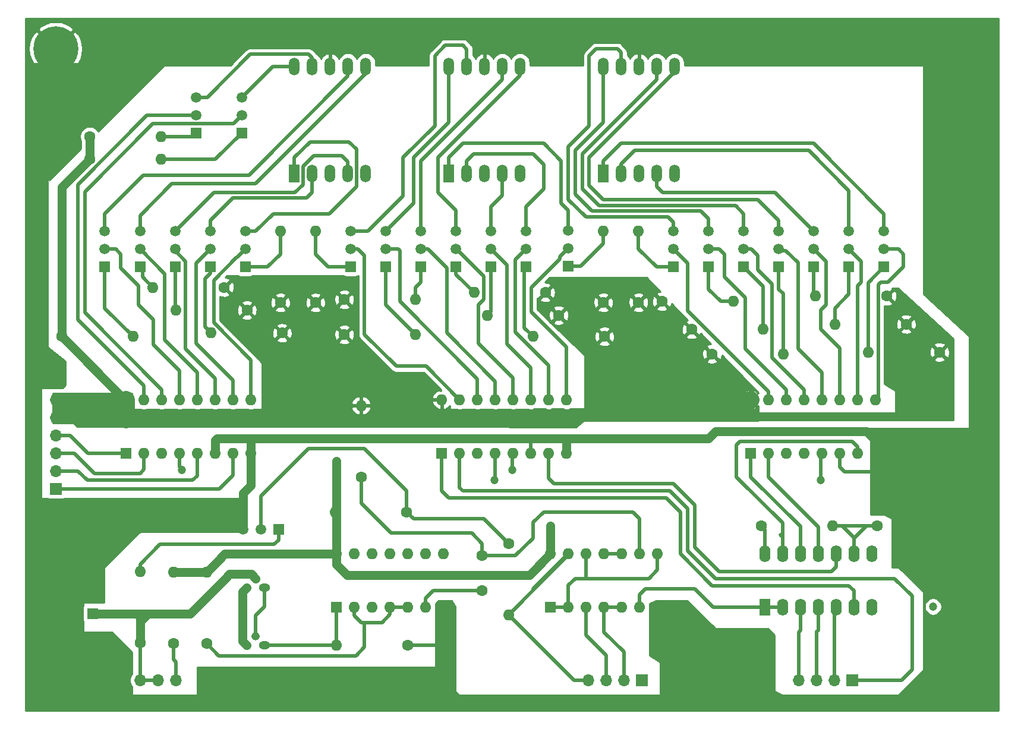
<source format=gbr>
%TF.GenerationSoftware,KiCad,Pcbnew,(5.1.10-1-10_14)*%
%TF.CreationDate,2021-06-26T21:10:23+10:00*%
%TF.ProjectId,Octal display,4f637461-6c20-4646-9973-706c61792e6b,rev?*%
%TF.SameCoordinates,Original*%
%TF.FileFunction,Copper,L2,Bot*%
%TF.FilePolarity,Positive*%
%FSLAX46Y46*%
G04 Gerber Fmt 4.6, Leading zero omitted, Abs format (unit mm)*
G04 Created by KiCad (PCBNEW (5.1.10-1-10_14)) date 2021-06-26 21:10:23*
%MOMM*%
%LPD*%
G01*
G04 APERTURE LIST*
%TA.AperFunction,ComponentPad*%
%ADD10O,1.700000X1.700000*%
%TD*%
%TA.AperFunction,ComponentPad*%
%ADD11R,1.700000X1.700000*%
%TD*%
%TA.AperFunction,ComponentPad*%
%ADD12C,1.600000*%
%TD*%
%TA.AperFunction,ComponentPad*%
%ADD13R,1.600000X1.600000*%
%TD*%
%TA.AperFunction,ComponentPad*%
%ADD14O,1.600000X1.600000*%
%TD*%
%TA.AperFunction,ComponentPad*%
%ADD15O,1.200000X1.200000*%
%TD*%
%TA.AperFunction,ComponentPad*%
%ADD16O,1.600000X1.200000*%
%TD*%
%TA.AperFunction,ComponentPad*%
%ADD17R,1.500000X1.500000*%
%TD*%
%TA.AperFunction,ComponentPad*%
%ADD18C,1.500000*%
%TD*%
%TA.AperFunction,ComponentPad*%
%ADD19C,0.800000*%
%TD*%
%TA.AperFunction,ComponentPad*%
%ADD20C,6.400000*%
%TD*%
%TA.AperFunction,ComponentPad*%
%ADD21R,1.524000X2.524000*%
%TD*%
%TA.AperFunction,ComponentPad*%
%ADD22O,1.524000X2.524000*%
%TD*%
%TA.AperFunction,ComponentPad*%
%ADD23O,1.600000X2.400000*%
%TD*%
%TA.AperFunction,ComponentPad*%
%ADD24R,1.600000X2.400000*%
%TD*%
%TA.AperFunction,ViaPad*%
%ADD25C,1.200000*%
%TD*%
%TA.AperFunction,Conductor*%
%ADD26C,0.500000*%
%TD*%
%TA.AperFunction,Conductor*%
%ADD27C,1.250000*%
%TD*%
%TA.AperFunction,Conductor*%
%ADD28C,2.500000*%
%TD*%
%TA.AperFunction,Conductor*%
%ADD29C,0.254000*%
%TD*%
%TA.AperFunction,Conductor*%
%ADD30C,0.100000*%
%TD*%
G04 APERTURE END LIST*
D10*
%TO.P,J4,4*%
%TO.N,Pot_t*%
X72120000Y-145000000D03*
%TO.P,J4,3*%
%TO.N,Pot_b*%
X69580000Y-145000000D03*
%TO.P,J4,2*%
X67040000Y-145000000D03*
D11*
%TO.P,J4,1*%
%TO.N,GND*%
X64500000Y-145000000D03*
%TD*%
D12*
%TO.P,C2,2*%
%TO.N,Net-(C2-Pad2)*%
X115750000Y-127250000D03*
%TO.P,C2,1*%
%TO.N,Net-(C2-Pad1)*%
X115750000Y-132250000D03*
%TD*%
%TO.P,C3,2*%
%TO.N,GND*%
X60250000Y-133000000D03*
D13*
%TO.P,C3,1*%
%TO.N,Pot_b*%
X60250000Y-135500000D03*
%TD*%
D14*
%TO.P,R29,2*%
%TO.N,Net-(D1-Pad1)*%
X67000000Y-129500000D03*
D12*
%TO.P,R29,1*%
%TO.N,Pot_b*%
X67000000Y-139660000D03*
%TD*%
D14*
%TO.P,R28,2*%
%TO.N,+5V*%
X71750000Y-129590000D03*
D12*
%TO.P,R28,1*%
%TO.N,Pot_t*%
X71750000Y-139750000D03*
%TD*%
D15*
%TO.P,Q24,3*%
%TO.N,+5V*%
X82210000Y-140000000D03*
%TO.P,Q24,2*%
%TO.N,Net-(Q23-Pad1)*%
X83480000Y-138730000D03*
D16*
%TO.P,Q24,1*%
%TO.N,Net-(Q24-Pad1)*%
X84750000Y-140000000D03*
%TD*%
D15*
%TO.P,Q23,3*%
%TO.N,+5V*%
X82210000Y-131750000D03*
%TO.P,Q23,2*%
%TO.N,Pot_b*%
X83480000Y-130480000D03*
D16*
%TO.P,Q23,1*%
%TO.N,Net-(Q23-Pad1)*%
X84750000Y-131750000D03*
%TD*%
D17*
%TO.P,D1,1*%
%TO.N,Net-(D1-Pad1)*%
X86750000Y-123500000D03*
D18*
%TO.P,D1,3*%
%TO.N,GND*%
X81670000Y-123500000D03*
%TO.P,D1,2*%
%TO.N,Net-(D1-Pad2)*%
X84210000Y-123500000D03*
%TD*%
D14*
%TO.P,U6,14*%
%TO.N,+5V*%
X95000000Y-127000000D03*
%TO.P,U6,7*%
%TO.N,GND*%
X110240000Y-134620000D03*
%TO.P,U6,13*%
%TO.N,N/C*%
X97540000Y-127000000D03*
%TO.P,U6,6*%
%TO.N,Net-(C2-Pad1)*%
X107700000Y-134620000D03*
%TO.P,U6,12*%
%TO.N,N/C*%
X100080000Y-127000000D03*
%TO.P,U6,5*%
%TO.N,Net-(R25-Pad1)*%
X105160000Y-134620000D03*
%TO.P,U6,11*%
%TO.N,N/C*%
X102620000Y-127000000D03*
%TO.P,U6,4*%
%TO.N,Net-(R25-Pad1)*%
X102620000Y-134620000D03*
%TO.P,U6,10*%
%TO.N,N/C*%
X105160000Y-127000000D03*
%TO.P,U6,3*%
X100080000Y-134620000D03*
%TO.P,U6,9*%
X107700000Y-127000000D03*
%TO.P,U6,2*%
%TO.N,Net-(R25-Pad1)*%
X97540000Y-134620000D03*
%TO.P,U6,8*%
%TO.N,N/C*%
X110240000Y-127000000D03*
D13*
%TO.P,U6,1*%
%TO.N,Net-(Q24-Pad1)*%
X95000000Y-134620000D03*
%TD*%
D14*
%TO.P,R27,2*%
%TO.N,+5V*%
X98500000Y-105840000D03*
D12*
%TO.P,R27,1*%
%TO.N,Net-(C2-Pad2)*%
X98500000Y-116000000D03*
%TD*%
D14*
%TO.P,R26,2*%
%TO.N,Net-(Q24-Pad1)*%
X95000000Y-140000000D03*
D12*
%TO.P,R26,1*%
%TO.N,GND*%
X105160000Y-140000000D03*
%TD*%
D14*
%TO.P,R25,2*%
%TO.N,+5V*%
X76500000Y-129590000D03*
D12*
%TO.P,R25,1*%
%TO.N,Net-(R25-Pad1)*%
X76500000Y-139750000D03*
%TD*%
D14*
%TO.P,R24,2*%
%TO.N,+5V*%
X94840000Y-121000000D03*
D12*
%TO.P,R24,1*%
%TO.N,Net-(D1-Pad2)*%
X105000000Y-121000000D03*
%TD*%
D14*
%TO.P,R23,2*%
%TO.N,~RESET_FLAG*%
X119500000Y-135660000D03*
D12*
%TO.P,R23,1*%
%TO.N,Net-(D1-Pad2)*%
X119500000Y-125500000D03*
%TD*%
D10*
%TO.P,J3,4*%
%TO.N,~RESET_FLAG*%
X130880000Y-145000000D03*
%TO.P,J3,3*%
%TO.N,~FLAG*%
X133420000Y-145000000D03*
%TO.P,J3,2*%
%TO.N,~DATA*%
X135960000Y-145000000D03*
D11*
%TO.P,J3,1*%
%TO.N,~CLOCK*%
X138500000Y-145000000D03*
%TD*%
D14*
%TO.P,U5,14*%
%TO.N,+5V*%
X125500000Y-127000000D03*
%TO.P,U5,7*%
%TO.N,GND*%
X140740000Y-134620000D03*
%TO.P,U5,13*%
%TO.N,~RESET_FLAG*%
X128040000Y-127000000D03*
%TO.P,U5,6*%
%TO.N,Net-(U1-Pad1)*%
X138200000Y-134620000D03*
%TO.P,U5,12*%
%TO.N,Net-(U5-Pad1)*%
X130580000Y-127000000D03*
%TO.P,U5,5*%
%TO.N,~DATA*%
X135660000Y-134620000D03*
%TO.P,U5,11*%
%TO.N,Net-(U5-Pad10)*%
X133120000Y-127000000D03*
%TO.P,U5,4*%
%TO.N,~DATA*%
X133120000Y-134620000D03*
%TO.P,U5,10*%
%TO.N,Net-(U5-Pad10)*%
X135660000Y-127000000D03*
%TO.P,U5,3*%
%TO.N,~FLAG*%
X130580000Y-134620000D03*
%TO.P,U5,9*%
%TO.N,Net-(C2-Pad2)*%
X138200000Y-127000000D03*
%TO.P,U5,2*%
%TO.N,Net-(U5-Pad1)*%
X128040000Y-134620000D03*
%TO.P,U5,8*%
X140740000Y-127000000D03*
D13*
%TO.P,U5,1*%
X125500000Y-134620000D03*
%TD*%
D14*
%TO.P,R22,2*%
%TO.N,Net-(C1-Pad1)*%
X165660000Y-123000000D03*
D12*
%TO.P,R22,1*%
%TO.N,+5V*%
X155500000Y-123000000D03*
%TD*%
%TO.P,C1,2*%
%TO.N,GND*%
X177000000Y-123000000D03*
%TO.P,C1,1*%
%TO.N,Net-(C1-Pad1)*%
X172000000Y-123000000D03*
%TD*%
D19*
%TO.P,H4,1*%
%TO.N,GND*%
X56697056Y-143302944D03*
X55000000Y-142600000D03*
X53302944Y-143302944D03*
X52600000Y-145000000D03*
X53302944Y-146697056D03*
X55000000Y-147400000D03*
X56697056Y-146697056D03*
X57400000Y-145000000D03*
D20*
X55000000Y-145000000D03*
%TD*%
D19*
%TO.P,H3,1*%
%TO.N,GND*%
X186697056Y-143302944D03*
X185000000Y-142600000D03*
X183302944Y-143302944D03*
X182600000Y-145000000D03*
X183302944Y-146697056D03*
X185000000Y-147400000D03*
X186697056Y-146697056D03*
X187400000Y-145000000D03*
D20*
X185000000Y-145000000D03*
%TD*%
D19*
%TO.P,H2,1*%
%TO.N,GND*%
X186697056Y-53302944D03*
X185000000Y-52600000D03*
X183302944Y-53302944D03*
X182600000Y-55000000D03*
X183302944Y-56697056D03*
X185000000Y-57400000D03*
X186697056Y-56697056D03*
X187400000Y-55000000D03*
D20*
X185000000Y-55000000D03*
%TD*%
D19*
%TO.P,H1,1*%
%TO.N,GND*%
X56697056Y-53302944D03*
X55000000Y-52600000D03*
X53302944Y-53302944D03*
X52600000Y-55000000D03*
X53302944Y-56697056D03*
X55000000Y-57400000D03*
X56697056Y-56697056D03*
X57400000Y-55000000D03*
D20*
X55000000Y-55000000D03*
%TD*%
D10*
%TO.P,J2,4*%
%TO.N,OH*%
X160880000Y-145000000D03*
%TO.P,J2,3*%
%TO.N,OG*%
X163420000Y-145000000D03*
%TO.P,J2,2*%
%TO.N,OF*%
X165960000Y-145000000D03*
D11*
%TO.P,J2,1*%
%TO.N,A2B*%
X168500000Y-145000000D03*
%TD*%
D10*
%TO.P,J1,8*%
%TO.N,GND*%
X55000000Y-99920000D03*
%TO.P,J1,7*%
X55000000Y-102460000D03*
%TO.P,J1,6*%
%TO.N,+5V*%
X55000000Y-105000000D03*
%TO.P,J1,5*%
X55000000Y-107540000D03*
%TO.P,J1,4*%
%TO.N,A1C*%
X55000000Y-110080000D03*
%TO.P,J1,3*%
%TO.N,A2C*%
X55000000Y-112620000D03*
%TO.P,J1,2*%
%TO.N,~RBI*%
X55000000Y-115160000D03*
D11*
%TO.P,J1,1*%
%TO.N,A0C*%
X55000000Y-117700000D03*
%TD*%
D21*
%TO.P,AFF2,1*%
%TO.N,Net-(AFF2-Pad1)*%
X111000000Y-72740000D03*
D22*
%TO.P,AFF2,2*%
%TO.N,Net-(AFF2-Pad2)*%
X113540000Y-72740000D03*
%TO.P,AFF2,3*%
%TO.N,GND*%
X116080000Y-72740000D03*
%TO.P,AFF2,4*%
%TO.N,Net-(AFF2-Pad4)*%
X118620000Y-72740000D03*
%TO.P,AFF2,5*%
%TO.N,Net-(AFF2-Pad5)*%
X121160000Y-72740000D03*
%TO.P,AFF2,6*%
%TO.N,Net-(AFF2-Pad6)*%
X121160000Y-57500000D03*
%TO.P,AFF2,7*%
%TO.N,Net-(AFF2-Pad7)*%
X118620000Y-57500000D03*
%TO.P,AFF2,8*%
%TO.N,GND*%
X116080000Y-57500000D03*
%TO.P,AFF2,9*%
%TO.N,Net-(AFF2-Pad9)*%
X113540000Y-57500000D03*
%TO.P,AFF2,10*%
%TO.N,Net-(AFF2-Pad10)*%
X111000000Y-57500000D03*
%TD*%
D14*
%TO.P,R2,2*%
%TO.N,Net-(Q2-Pad1)*%
X68840000Y-89000000D03*
D12*
%TO.P,R2,1*%
%TO.N,+5V*%
X79000000Y-89000000D03*
%TD*%
D14*
%TO.P,U2,16*%
%TO.N,+5V*%
X65000000Y-105000000D03*
%TO.P,U2,8*%
%TO.N,GND*%
X82780000Y-112620000D03*
%TO.P,U2,15*%
%TO.N,Net-(Q6-Pad2)*%
X67540000Y-105000000D03*
%TO.P,U2,7*%
%TO.N,A0C*%
X80240000Y-112620000D03*
%TO.P,U2,14*%
%TO.N,Net-(Q7-Pad2)*%
X70080000Y-105000000D03*
%TO.P,U2,6*%
%TO.N,GND*%
X77700000Y-112620000D03*
%TO.P,U2,13*%
%TO.N,Net-(Q1-Pad2)*%
X72620000Y-105000000D03*
%TO.P,U2,5*%
%TO.N,~RBI*%
X75160000Y-112620000D03*
%TO.P,U2,12*%
%TO.N,Net-(Q2-Pad2)*%
X75160000Y-105000000D03*
%TO.P,U2,4*%
%TO.N,Net-(U2-Pad4)*%
X72620000Y-112620000D03*
%TO.P,U2,11*%
%TO.N,Net-(Q3-Pad2)*%
X77700000Y-105000000D03*
%TO.P,U2,3*%
%TO.N,Net-(U2-Pad3)*%
X70080000Y-112620000D03*
%TO.P,U2,10*%
%TO.N,Net-(Q4-Pad2)*%
X80240000Y-105000000D03*
%TO.P,U2,2*%
%TO.N,A2C*%
X67540000Y-112620000D03*
%TO.P,U2,9*%
%TO.N,Net-(Q5-Pad2)*%
X82780000Y-105000000D03*
D13*
%TO.P,U2,1*%
%TO.N,A1C*%
X65000000Y-112620000D03*
%TD*%
D14*
%TO.P,U4,16*%
%TO.N,+5V*%
X154000000Y-105000000D03*
%TO.P,U4,8*%
%TO.N,GND*%
X171780000Y-112620000D03*
%TO.P,U4,15*%
%TO.N,Net-(Q20-Pad2)*%
X156540000Y-105000000D03*
%TO.P,U4,7*%
%TO.N,QH*%
X169240000Y-112620000D03*
%TO.P,U4,14*%
%TO.N,Net-(Q21-Pad2)*%
X159080000Y-105000000D03*
%TO.P,U4,6*%
%TO.N,GND*%
X166700000Y-112620000D03*
%TO.P,U4,13*%
%TO.N,Net-(Q15-Pad2)*%
X161620000Y-105000000D03*
%TO.P,U4,5*%
%TO.N,Net-(U3-Pad4)*%
X164160000Y-112620000D03*
%TO.P,U4,12*%
%TO.N,Net-(Q16-Pad2)*%
X164160000Y-105000000D03*
%TO.P,U4,4*%
%TO.N,Net-(U4-Pad4)*%
X161620000Y-112620000D03*
%TO.P,U4,11*%
%TO.N,Net-(Q17-Pad2)*%
X166700000Y-105000000D03*
%TO.P,U4,3*%
%TO.N,Net-(U4-Pad3)*%
X159080000Y-112620000D03*
%TO.P,U4,10*%
%TO.N,Net-(Q18-Pad2)*%
X169240000Y-105000000D03*
%TO.P,U4,2*%
%TO.N,QF*%
X156540000Y-112620000D03*
%TO.P,U4,9*%
%TO.N,Net-(Q19-Pad2)*%
X171780000Y-105000000D03*
D13*
%TO.P,U4,1*%
%TO.N,QG*%
X154000000Y-112620000D03*
%TD*%
D14*
%TO.P,U3,16*%
%TO.N,+5V*%
X110000000Y-105000000D03*
%TO.P,U3,8*%
%TO.N,GND*%
X127780000Y-112620000D03*
%TO.P,U3,15*%
%TO.N,Net-(Q13-Pad2)*%
X112540000Y-105000000D03*
%TO.P,U3,7*%
%TO.N,QE*%
X125240000Y-112620000D03*
%TO.P,U3,14*%
%TO.N,Net-(Q14-Pad2)*%
X115080000Y-105000000D03*
%TO.P,U3,6*%
%TO.N,GND*%
X122700000Y-112620000D03*
%TO.P,U3,13*%
%TO.N,Net-(Q8-Pad2)*%
X117620000Y-105000000D03*
%TO.P,U3,5*%
%TO.N,Net-(U2-Pad4)*%
X120160000Y-112620000D03*
%TO.P,U3,12*%
%TO.N,Net-(Q9-Pad2)*%
X120160000Y-105000000D03*
%TO.P,U3,4*%
%TO.N,Net-(U3-Pad4)*%
X117620000Y-112620000D03*
%TO.P,U3,11*%
%TO.N,Net-(Q10-Pad2)*%
X122700000Y-105000000D03*
%TO.P,U3,3*%
%TO.N,Net-(U3-Pad3)*%
X115080000Y-112620000D03*
%TO.P,U3,10*%
%TO.N,Net-(Q11-Pad2)*%
X125240000Y-105000000D03*
%TO.P,U3,2*%
%TO.N,A2B*%
X112540000Y-112620000D03*
%TO.P,U3,9*%
%TO.N,Net-(Q12-Pad2)*%
X127780000Y-105000000D03*
D13*
%TO.P,U3,1*%
%TO.N,QD*%
X110000000Y-112620000D03*
%TD*%
D23*
%TO.P,U1,14*%
%TO.N,+5V*%
X156000000Y-127000000D03*
%TO.P,U1,7*%
%TO.N,Vss*%
X171240000Y-134620000D03*
%TO.P,U1,13*%
%TO.N,QH*%
X158540000Y-127000000D03*
%TO.P,U1,6*%
%TO.N,QD*%
X168700000Y-134620000D03*
%TO.P,U1,12*%
%TO.N,QG*%
X161080000Y-127000000D03*
%TO.P,U1,5*%
%TO.N,OF*%
X166160000Y-134620000D03*
%TO.P,U1,11*%
%TO.N,QF*%
X163620000Y-127000000D03*
%TO.P,U1,4*%
%TO.N,OG*%
X163620000Y-134620000D03*
%TO.P,U1,10*%
%TO.N,QE*%
X166160000Y-127000000D03*
%TO.P,U1,3*%
%TO.N,OH*%
X161080000Y-134620000D03*
%TO.P,U1,9*%
%TO.N,Net-(C1-Pad1)*%
X168700000Y-127000000D03*
%TO.P,U1,2*%
%TO.N,Net-(U1-Pad1)*%
X158540000Y-134620000D03*
%TO.P,U1,8*%
%TO.N,~CLOCK*%
X171240000Y-127000000D03*
D24*
%TO.P,U1,1*%
%TO.N,Net-(U1-Pad1)*%
X156000000Y-134620000D03*
%TD*%
D14*
%TO.P,R21,2*%
%TO.N,Net-(Q21-Pad1)*%
X151500000Y-91000000D03*
D12*
%TO.P,R21,1*%
%TO.N,+5V*%
X141340000Y-91000000D03*
%TD*%
D14*
%TO.P,R20,2*%
%TO.N,Net-(Q20-Pad1)*%
X138000000Y-81000000D03*
D12*
%TO.P,R20,1*%
%TO.N,+5V*%
X138000000Y-91160000D03*
%TD*%
D14*
%TO.P,R19,2*%
%TO.N,Net-(Q19-Pad1)*%
X170750000Y-98250000D03*
D12*
%TO.P,R19,1*%
%TO.N,+5V*%
X180910000Y-98250000D03*
%TD*%
D14*
%TO.P,R18,2*%
%TO.N,Net-(Q18-Pad1)*%
X166000000Y-94250000D03*
D12*
%TO.P,R18,1*%
%TO.N,+5V*%
X176160000Y-94250000D03*
%TD*%
D14*
%TO.P,R17,2*%
%TO.N,Net-(Q17-Pad1)*%
X163250000Y-90250000D03*
D12*
%TO.P,R17,1*%
%TO.N,+5V*%
X173410000Y-90250000D03*
%TD*%
D14*
%TO.P,R16,2*%
%TO.N,Net-(Q16-Pad1)*%
X158660000Y-98500000D03*
D12*
%TO.P,R16,1*%
%TO.N,+5V*%
X148500000Y-98500000D03*
%TD*%
D14*
%TO.P,R15,2*%
%TO.N,Net-(Q15-Pad1)*%
X155750000Y-95000000D03*
D12*
%TO.P,R15,1*%
%TO.N,+5V*%
X145590000Y-95000000D03*
%TD*%
D14*
%TO.P,R14,2*%
%TO.N,Net-(Q14-Pad1)*%
X106250000Y-95750000D03*
D12*
%TO.P,R14,1*%
%TO.N,+5V*%
X96090000Y-95750000D03*
%TD*%
D14*
%TO.P,R13,2*%
%TO.N,Net-(Q13-Pad1)*%
X92000000Y-81000000D03*
D12*
%TO.P,R13,1*%
%TO.N,+5V*%
X92000000Y-91160000D03*
%TD*%
D14*
%TO.P,R12,2*%
%TO.N,Net-(Q12-Pad1)*%
X133000000Y-81000000D03*
D12*
%TO.P,R12,1*%
%TO.N,+5V*%
X133000000Y-91160000D03*
%TD*%
D14*
%TO.P,R11,2*%
%TO.N,Net-(Q11-Pad1)*%
X123000000Y-96000000D03*
D12*
%TO.P,R11,1*%
%TO.N,+5V*%
X133160000Y-96000000D03*
%TD*%
D14*
%TO.P,R10,2*%
%TO.N,Net-(Q10-Pad1)*%
X116500000Y-93000000D03*
D12*
%TO.P,R10,1*%
%TO.N,+5V*%
X126660000Y-93000000D03*
%TD*%
D14*
%TO.P,R9,2*%
%TO.N,Net-(Q9-Pad1)*%
X114590000Y-89750000D03*
D12*
%TO.P,R9,1*%
%TO.N,+5V*%
X124750000Y-89750000D03*
%TD*%
D14*
%TO.P,R8,2*%
%TO.N,Net-(Q8-Pad1)*%
X106250000Y-90750000D03*
D12*
%TO.P,R8,1*%
%TO.N,+5V*%
X96090000Y-90750000D03*
%TD*%
D14*
%TO.P,R7,2*%
%TO.N,Net-(Q7-Pad1)*%
X70000000Y-70750000D03*
D12*
%TO.P,R7,1*%
%TO.N,+5V*%
X59840000Y-70750000D03*
%TD*%
D14*
%TO.P,R6,2*%
%TO.N,Net-(Q6-Pad1)*%
X70000000Y-67500000D03*
D12*
%TO.P,R6,1*%
%TO.N,+5V*%
X59840000Y-67500000D03*
%TD*%
D14*
%TO.P,R5,2*%
%TO.N,Net-(Q5-Pad1)*%
X87000000Y-81000000D03*
D12*
%TO.P,R5,1*%
%TO.N,+5V*%
X87000000Y-91160000D03*
%TD*%
D14*
%TO.P,R4,2*%
%TO.N,Net-(Q4-Pad1)*%
X77090000Y-95500000D03*
D12*
%TO.P,R4,1*%
%TO.N,+5V*%
X87250000Y-95500000D03*
%TD*%
D14*
%TO.P,R3,2*%
%TO.N,Net-(Q3-Pad1)*%
X72090000Y-92250000D03*
D12*
%TO.P,R3,1*%
%TO.N,+5V*%
X82250000Y-92250000D03*
%TD*%
D14*
%TO.P,R1,2*%
%TO.N,Net-(Q1-Pad1)*%
X66000000Y-96000000D03*
D12*
%TO.P,R1,1*%
%TO.N,+5V*%
X55840000Y-96000000D03*
%TD*%
D17*
%TO.P,Q21,1*%
%TO.N,Net-(Q21-Pad1)*%
X148000000Y-86080000D03*
D18*
%TO.P,Q21,3*%
%TO.N,Net-(AFF3-Pad10)*%
X148000000Y-81000000D03*
%TO.P,Q21,2*%
%TO.N,Net-(Q21-Pad2)*%
X148000000Y-83540000D03*
%TD*%
D17*
%TO.P,Q20,1*%
%TO.N,Net-(Q20-Pad1)*%
X143000000Y-86080000D03*
D18*
%TO.P,Q20,3*%
%TO.N,Net-(AFF3-Pad9)*%
X143000000Y-81000000D03*
%TO.P,Q20,2*%
%TO.N,Net-(Q20-Pad2)*%
X143000000Y-83540000D03*
%TD*%
D17*
%TO.P,Q19,1*%
%TO.N,Net-(Q19-Pad1)*%
X173000000Y-86080000D03*
D18*
%TO.P,Q19,3*%
%TO.N,Net-(AFF3-Pad1)*%
X173000000Y-81000000D03*
%TO.P,Q19,2*%
%TO.N,Net-(Q19-Pad2)*%
X173000000Y-83540000D03*
%TD*%
D17*
%TO.P,Q18,1*%
%TO.N,Net-(Q18-Pad1)*%
X168000000Y-86080000D03*
D18*
%TO.P,Q18,3*%
%TO.N,Net-(AFF3-Pad2)*%
X168000000Y-81000000D03*
%TO.P,Q18,2*%
%TO.N,Net-(Q18-Pad2)*%
X168000000Y-83540000D03*
%TD*%
D17*
%TO.P,Q17,1*%
%TO.N,Net-(Q17-Pad1)*%
X163000000Y-86080000D03*
D18*
%TO.P,Q17,3*%
%TO.N,Net-(AFF3-Pad4)*%
X163000000Y-81000000D03*
%TO.P,Q17,2*%
%TO.N,Net-(Q17-Pad2)*%
X163000000Y-83540000D03*
%TD*%
D17*
%TO.P,Q16,1*%
%TO.N,Net-(Q16-Pad1)*%
X158000000Y-86080000D03*
D18*
%TO.P,Q16,3*%
%TO.N,Net-(AFF3-Pad6)*%
X158000000Y-81000000D03*
%TO.P,Q16,2*%
%TO.N,Net-(Q16-Pad2)*%
X158000000Y-83540000D03*
%TD*%
D17*
%TO.P,Q15,1*%
%TO.N,Net-(Q15-Pad1)*%
X153000000Y-86080000D03*
D18*
%TO.P,Q15,3*%
%TO.N,Net-(AFF3-Pad7)*%
X153000000Y-81000000D03*
%TO.P,Q15,2*%
%TO.N,Net-(Q15-Pad2)*%
X153000000Y-83540000D03*
%TD*%
D17*
%TO.P,Q14,1*%
%TO.N,Net-(Q14-Pad1)*%
X102000000Y-86080000D03*
D18*
%TO.P,Q14,3*%
%TO.N,Net-(AFF2-Pad10)*%
X102000000Y-81000000D03*
%TO.P,Q14,2*%
%TO.N,Net-(Q14-Pad2)*%
X102000000Y-83540000D03*
%TD*%
D17*
%TO.P,Q13,1*%
%TO.N,Net-(Q13-Pad1)*%
X97000000Y-86080000D03*
D18*
%TO.P,Q13,3*%
%TO.N,Net-(AFF2-Pad9)*%
X97000000Y-81000000D03*
%TO.P,Q13,2*%
%TO.N,Net-(Q13-Pad2)*%
X97000000Y-83540000D03*
%TD*%
D17*
%TO.P,Q12,1*%
%TO.N,Net-(Q12-Pad1)*%
X128000000Y-86000000D03*
D18*
%TO.P,Q12,3*%
%TO.N,Net-(AFF2-Pad1)*%
X128000000Y-80920000D03*
%TO.P,Q12,2*%
%TO.N,Net-(Q12-Pad2)*%
X128000000Y-83460000D03*
%TD*%
D17*
%TO.P,Q11,1*%
%TO.N,Net-(Q11-Pad1)*%
X122000000Y-86080000D03*
D18*
%TO.P,Q11,3*%
%TO.N,Net-(AFF2-Pad2)*%
X122000000Y-81000000D03*
%TO.P,Q11,2*%
%TO.N,Net-(Q11-Pad2)*%
X122000000Y-83540000D03*
%TD*%
D17*
%TO.P,Q10,1*%
%TO.N,Net-(Q10-Pad1)*%
X117000000Y-86080000D03*
D18*
%TO.P,Q10,3*%
%TO.N,Net-(AFF2-Pad4)*%
X117000000Y-81000000D03*
%TO.P,Q10,2*%
%TO.N,Net-(Q10-Pad2)*%
X117000000Y-83540000D03*
%TD*%
D17*
%TO.P,Q9,1*%
%TO.N,Net-(Q9-Pad1)*%
X112000000Y-86080000D03*
D18*
%TO.P,Q9,3*%
%TO.N,Net-(AFF2-Pad6)*%
X112000000Y-81000000D03*
%TO.P,Q9,2*%
%TO.N,Net-(Q9-Pad2)*%
X112000000Y-83540000D03*
%TD*%
D17*
%TO.P,Q8,1*%
%TO.N,Net-(Q8-Pad1)*%
X107000000Y-86080000D03*
D18*
%TO.P,Q8,3*%
%TO.N,Net-(AFF2-Pad7)*%
X107000000Y-81000000D03*
%TO.P,Q8,2*%
%TO.N,Net-(Q8-Pad2)*%
X107000000Y-83540000D03*
%TD*%
D17*
%TO.P,Q7,1*%
%TO.N,Net-(Q7-Pad1)*%
X81500000Y-67000000D03*
D18*
%TO.P,Q7,3*%
%TO.N,Net-(AFF1-Pad10)*%
X81500000Y-61920000D03*
%TO.P,Q7,2*%
%TO.N,Net-(Q7-Pad2)*%
X81500000Y-64460000D03*
%TD*%
D17*
%TO.P,Q6,1*%
%TO.N,Net-(Q6-Pad1)*%
X75000000Y-67000000D03*
D18*
%TO.P,Q6,3*%
%TO.N,Net-(AFF1-Pad9)*%
X75000000Y-61920000D03*
%TO.P,Q6,2*%
%TO.N,Net-(Q6-Pad2)*%
X75000000Y-64460000D03*
%TD*%
D17*
%TO.P,Q5,1*%
%TO.N,Net-(Q5-Pad1)*%
X82000000Y-86080000D03*
D18*
%TO.P,Q5,3*%
%TO.N,Net-(AFF1-Pad1)*%
X82000000Y-81000000D03*
%TO.P,Q5,2*%
%TO.N,Net-(Q5-Pad2)*%
X82000000Y-83540000D03*
%TD*%
D17*
%TO.P,Q4,1*%
%TO.N,Net-(Q4-Pad1)*%
X77000000Y-86080000D03*
D18*
%TO.P,Q4,3*%
%TO.N,Net-(AFF1-Pad2)*%
X77000000Y-81000000D03*
%TO.P,Q4,2*%
%TO.N,Net-(Q4-Pad2)*%
X77000000Y-83540000D03*
%TD*%
D17*
%TO.P,Q3,1*%
%TO.N,Net-(Q3-Pad1)*%
X72000000Y-86080000D03*
D18*
%TO.P,Q3,3*%
%TO.N,Net-(AFF1-Pad4)*%
X72000000Y-81000000D03*
%TO.P,Q3,2*%
%TO.N,Net-(Q3-Pad2)*%
X72000000Y-83540000D03*
%TD*%
D17*
%TO.P,Q2,1*%
%TO.N,Net-(Q2-Pad1)*%
X67000000Y-86080000D03*
D18*
%TO.P,Q2,3*%
%TO.N,Net-(AFF1-Pad6)*%
X67000000Y-81000000D03*
%TO.P,Q2,2*%
%TO.N,Net-(Q2-Pad2)*%
X67000000Y-83540000D03*
%TD*%
D17*
%TO.P,Q1,1*%
%TO.N,Net-(Q1-Pad1)*%
X62000000Y-86080000D03*
D18*
%TO.P,Q1,3*%
%TO.N,Net-(AFF1-Pad7)*%
X62000000Y-81000000D03*
%TO.P,Q1,2*%
%TO.N,Net-(Q1-Pad2)*%
X62000000Y-83540000D03*
%TD*%
D21*
%TO.P,AFF3,1*%
%TO.N,Net-(AFF3-Pad1)*%
X133000000Y-72740000D03*
D22*
%TO.P,AFF3,2*%
%TO.N,Net-(AFF3-Pad2)*%
X135540000Y-72740000D03*
%TO.P,AFF3,3*%
%TO.N,GND*%
X138080000Y-72740000D03*
%TO.P,AFF3,4*%
%TO.N,Net-(AFF3-Pad4)*%
X140620000Y-72740000D03*
%TO.P,AFF3,5*%
%TO.N,Net-(AFF3-Pad5)*%
X143160000Y-72740000D03*
%TO.P,AFF3,6*%
%TO.N,Net-(AFF3-Pad6)*%
X143160000Y-57500000D03*
%TO.P,AFF3,7*%
%TO.N,Net-(AFF3-Pad7)*%
X140620000Y-57500000D03*
%TO.P,AFF3,8*%
%TO.N,GND*%
X138080000Y-57500000D03*
%TO.P,AFF3,9*%
%TO.N,Net-(AFF3-Pad9)*%
X135540000Y-57500000D03*
%TO.P,AFF3,10*%
%TO.N,Net-(AFF3-Pad10)*%
X133000000Y-57500000D03*
%TD*%
D21*
%TO.P,AFF1,1*%
%TO.N,Net-(AFF1-Pad1)*%
X89000000Y-72740000D03*
D22*
%TO.P,AFF1,2*%
%TO.N,Net-(AFF1-Pad2)*%
X91540000Y-72740000D03*
%TO.P,AFF1,3*%
%TO.N,GND*%
X94080000Y-72740000D03*
%TO.P,AFF1,4*%
%TO.N,Net-(AFF1-Pad4)*%
X96620000Y-72740000D03*
%TO.P,AFF1,5*%
%TO.N,Net-(AFF1-Pad5)*%
X99160000Y-72740000D03*
%TO.P,AFF1,6*%
%TO.N,Net-(AFF1-Pad6)*%
X99160000Y-57500000D03*
%TO.P,AFF1,7*%
%TO.N,Net-(AFF1-Pad7)*%
X96620000Y-57500000D03*
%TO.P,AFF1,8*%
%TO.N,GND*%
X94080000Y-57500000D03*
%TO.P,AFF1,9*%
%TO.N,Net-(AFF1-Pad9)*%
X91540000Y-57500000D03*
%TO.P,AFF1,10*%
%TO.N,Net-(AFF1-Pad10)*%
X89000000Y-57500000D03*
%TD*%
D25*
%TO.N,+5V*%
X125500000Y-123000000D03*
X95000000Y-105500000D03*
X95000000Y-113750000D03*
%TO.N,Vss*%
X180000000Y-134500000D03*
%TO.N,Net-(U2-Pad4)*%
X73000000Y-115000000D03*
X120000000Y-115000000D03*
%TO.N,Net-(U3-Pad4)*%
X117500000Y-116500000D03*
X164000000Y-116500000D03*
%TD*%
D26*
%TO.N,Net-(AFF1-Pad1)*%
X82000000Y-81000000D02*
X83500000Y-81000000D01*
X83500000Y-81000000D02*
X86000000Y-78500000D01*
X86000000Y-78500000D02*
X94000000Y-78500000D01*
X97832010Y-74667990D02*
X97832010Y-69332010D01*
X94000000Y-78500000D02*
X97832010Y-74667990D01*
X97832010Y-69332010D02*
X96750000Y-68250000D01*
X96750000Y-68250000D02*
X91250000Y-68250000D01*
X89000000Y-70500000D02*
X89000000Y-72740000D01*
X91250000Y-68250000D02*
X89000000Y-70500000D01*
%TO.N,Net-(AFF1-Pad2)*%
X77000000Y-81000000D02*
X77000000Y-79500000D01*
X77000000Y-79500000D02*
X80250000Y-76250000D01*
X80250000Y-76250000D02*
X90750000Y-76250000D01*
X91540000Y-75460000D02*
X91540000Y-72740000D01*
X90750000Y-76250000D02*
X91540000Y-75460000D01*
D27*
%TO.N,GND*%
X82780000Y-112620000D02*
X82780000Y-110530000D01*
X82780000Y-110530000D02*
X82750000Y-110500000D01*
X171780000Y-110590000D02*
X171720000Y-110530000D01*
X171780000Y-112620000D02*
X171780000Y-110590000D01*
X127780000Y-110780000D02*
X127530000Y-110530000D01*
X127780000Y-112620000D02*
X127780000Y-110780000D01*
X82780000Y-110530000D02*
X77970000Y-110530000D01*
X77700000Y-110800000D02*
X77700000Y-112620000D01*
X77970000Y-110530000D02*
X77700000Y-110800000D01*
X171780000Y-110590000D02*
X171590000Y-110590000D01*
X171590000Y-110590000D02*
X170500000Y-109500000D01*
X170500000Y-109500000D02*
X149000000Y-109500000D01*
X147970000Y-110530000D02*
X148250000Y-110250000D01*
X126470000Y-110530000D02*
X147970000Y-110530000D01*
X149000000Y-109500000D02*
X148250000Y-110250000D01*
X126470000Y-110530000D02*
X127530000Y-110530000D01*
D26*
X166700000Y-112620000D02*
X166700000Y-114600000D01*
X166700000Y-114600000D02*
X167400000Y-115300000D01*
X167400000Y-115300000D02*
X171100000Y-115300000D01*
X171780000Y-114620000D02*
X171780000Y-112620000D01*
X171100000Y-115300000D02*
X171780000Y-114620000D01*
X177000000Y-123000000D02*
X177000000Y-115500000D01*
X177000000Y-115500000D02*
X177000000Y-114000000D01*
X122700000Y-110800000D02*
X122970000Y-110530000D01*
X122700000Y-112620000D02*
X122700000Y-110800000D01*
D27*
X122970000Y-110530000D02*
X126470000Y-110530000D01*
X82780000Y-110530000D02*
X122970000Y-110530000D01*
D26*
X105160000Y-140000000D02*
X109500000Y-140000000D01*
X60250000Y-127750000D02*
X60250000Y-133000000D01*
X64500000Y-123500000D02*
X60250000Y-127750000D01*
X81670000Y-123500000D02*
X64500000Y-123500000D01*
X64500000Y-145000000D02*
X55000000Y-145000000D01*
D27*
X82780000Y-112620000D02*
X82780000Y-117220000D01*
X81670000Y-118330000D02*
X81670000Y-123500000D01*
X82780000Y-117220000D02*
X81670000Y-118330000D01*
D26*
%TO.N,Net-(AFF1-Pad4)*%
X96620000Y-72740000D02*
X96620000Y-71120000D01*
X96620000Y-71120000D02*
X95750000Y-70250000D01*
X95750000Y-70250000D02*
X91750000Y-70250000D01*
X90212001Y-74362001D02*
X89074002Y-75500000D01*
X90212001Y-71787999D02*
X90212001Y-74362001D01*
X91750000Y-70250000D02*
X90212001Y-71787999D01*
X77500000Y-75500000D02*
X72000000Y-81000000D01*
X89074002Y-75500000D02*
X77500000Y-75500000D01*
%TO.N,Net-(AFF1-Pad6)*%
X71500000Y-74250000D02*
X67000000Y-78750000D01*
X83500000Y-74250000D02*
X71500000Y-74250000D01*
X67000000Y-78750000D02*
X67000000Y-81000000D01*
X99160000Y-58590000D02*
X83500000Y-74250000D01*
X99160000Y-57500000D02*
X99160000Y-58590000D01*
%TO.N,Net-(AFF1-Pad7)*%
X67500000Y-73000000D02*
X62000000Y-78500000D01*
X62000000Y-78500000D02*
X62000000Y-81000000D01*
X82500000Y-73000000D02*
X67500000Y-73000000D01*
X96620000Y-58880000D02*
X82500000Y-73000000D01*
X96620000Y-57500000D02*
X96620000Y-58880000D01*
%TO.N,Net-(AFF1-Pad9)*%
X91540000Y-57500000D02*
X91540000Y-56290000D01*
X91540000Y-56290000D02*
X91037990Y-55787990D01*
X91037990Y-55787990D02*
X82712010Y-55787990D01*
X76580000Y-61920000D02*
X75000000Y-61920000D01*
X82712010Y-55787990D02*
X76580000Y-61920000D01*
%TO.N,Net-(AFF1-Pad10)*%
X85920000Y-57500000D02*
X81500000Y-61920000D01*
X89000000Y-57500000D02*
X85920000Y-57500000D01*
%TO.N,Net-(AFF2-Pad1)*%
X128000000Y-80920000D02*
X128000000Y-78000000D01*
X128000000Y-78000000D02*
X127000000Y-77000000D01*
X127000000Y-77000000D02*
X127000000Y-71000000D01*
X127000000Y-71000000D02*
X124500000Y-68500000D01*
X124500000Y-68500000D02*
X113000000Y-68500000D01*
X113000000Y-68500000D02*
X111000000Y-70500000D01*
X111000000Y-70500000D02*
X111000000Y-72740000D01*
%TO.N,Net-(AFF2-Pad2)*%
X122000000Y-81000000D02*
X122000000Y-77500000D01*
X122000000Y-77500000D02*
X124500000Y-75000000D01*
X124500000Y-75000000D02*
X124500000Y-71500000D01*
X124500000Y-71500000D02*
X123000000Y-70000000D01*
X123000000Y-70000000D02*
X114500000Y-70000000D01*
X113540000Y-70960000D02*
X113540000Y-72740000D01*
X114500000Y-70000000D02*
X113540000Y-70960000D01*
%TO.N,Net-(AFF2-Pad4)*%
X117000000Y-81000000D02*
X117000000Y-77500000D01*
X118620000Y-75880000D02*
X118620000Y-72740000D01*
X117000000Y-77500000D02*
X118620000Y-75880000D01*
%TO.N,Net-(AFF2-Pad6)*%
X112000000Y-81000000D02*
X112000000Y-78000000D01*
X112000000Y-78000000D02*
X109500000Y-75500000D01*
X109500000Y-75500000D02*
X109500000Y-70500000D01*
X121160000Y-58840000D02*
X121160000Y-57500000D01*
X109500000Y-70500000D02*
X121160000Y-58840000D01*
%TO.N,Net-(AFF2-Pad7)*%
X118620000Y-57500000D02*
X118620000Y-59380000D01*
X118620000Y-59380000D02*
X107000000Y-71000000D01*
X107000000Y-71000000D02*
X107000000Y-81000000D01*
%TO.N,Net-(AFF2-Pad9)*%
X97000000Y-81000000D02*
X99500000Y-81000000D01*
X99500000Y-81000000D02*
X104500000Y-76000000D01*
X104500000Y-76000000D02*
X104500000Y-70500000D01*
X104500000Y-70500000D02*
X109000000Y-66000000D01*
X109000000Y-66000000D02*
X109000000Y-56000000D01*
X109000000Y-56000000D02*
X110500000Y-54500000D01*
X110500000Y-54500000D02*
X113000000Y-54500000D01*
X113540000Y-55040000D02*
X113540000Y-57500000D01*
X113000000Y-54500000D02*
X113540000Y-55040000D01*
%TO.N,Net-(AFF2-Pad10)*%
X111000000Y-58029963D02*
X111240010Y-57789953D01*
X111240010Y-57789953D02*
X111240010Y-57500000D01*
X106000000Y-77000000D02*
X106000000Y-70500000D01*
X111000000Y-65500000D02*
X111000000Y-58029963D01*
X106000000Y-70500000D02*
X111000000Y-65500000D01*
X102000000Y-81000000D02*
X106000000Y-77000000D01*
%TO.N,Net-(AFF3-Pad1)*%
X173000000Y-78500000D02*
X173000000Y-81000000D01*
X163000000Y-68500000D02*
X173000000Y-78500000D01*
X133000000Y-71000000D02*
X135500000Y-68500000D01*
X133000000Y-72740000D02*
X133000000Y-71000000D01*
X135500000Y-68500000D02*
X163000000Y-68500000D01*
%TO.N,Net-(AFF3-Pad2)*%
X168000000Y-81000000D02*
X168000000Y-75250000D01*
X168000000Y-75250000D02*
X162250000Y-69500000D01*
X135540000Y-71460000D02*
X137500000Y-69500000D01*
X135540000Y-72740000D02*
X135540000Y-71460000D01*
X162250000Y-69500000D02*
X137500000Y-69500000D01*
%TO.N,Net-(AFF3-Pad4)*%
X157500000Y-75500000D02*
X163000000Y-81000000D01*
X140620000Y-74620000D02*
X141500000Y-75500000D01*
X140620000Y-72740000D02*
X140620000Y-74620000D01*
X141500000Y-75500000D02*
X157500000Y-75500000D01*
%TO.N,Net-(AFF3-Pad6)*%
X158000000Y-79500000D02*
X155000000Y-76500000D01*
X158000000Y-81000000D02*
X158000000Y-79500000D01*
X143160000Y-57500000D02*
X143160000Y-58340000D01*
X143160000Y-58340000D02*
X131000000Y-70500000D01*
X131000000Y-70500000D02*
X131000000Y-74500000D01*
X131000000Y-74500000D02*
X133000000Y-76500000D01*
X155000000Y-76500000D02*
X133000000Y-76500000D01*
%TO.N,Net-(AFF3-Pad7)*%
X153000000Y-78500000D02*
X151875000Y-77375000D01*
X153000000Y-81000000D02*
X153000000Y-78500000D01*
X140620000Y-57500000D02*
X140620000Y-59380000D01*
X140620000Y-59380000D02*
X130000000Y-70000000D01*
X130000000Y-70000000D02*
X130000000Y-75000000D01*
X130000000Y-75000000D02*
X132375000Y-77375000D01*
X151875000Y-77375000D02*
X132375000Y-77375000D01*
%TO.N,Net-(AFF3-Pad9)*%
X142250000Y-79000000D02*
X143000000Y-79750000D01*
X143000000Y-79750000D02*
X143000000Y-81000000D01*
X128000000Y-76500000D02*
X130500000Y-79000000D01*
X128000000Y-69000000D02*
X128000000Y-76500000D01*
X131000000Y-56000000D02*
X131000000Y-66000000D01*
X131000000Y-66000000D02*
X128000000Y-69000000D01*
X132000000Y-55000000D02*
X131000000Y-56000000D01*
X135000000Y-55000000D02*
X132000000Y-55000000D01*
X135540000Y-55540000D02*
X135000000Y-55000000D01*
X135540000Y-57500000D02*
X135540000Y-55540000D01*
X130500000Y-79000000D02*
X142250000Y-79000000D01*
%TO.N,Net-(AFF3-Pad10)*%
X148000000Y-79250000D02*
X146875000Y-78125000D01*
X148000000Y-81000000D02*
X148000000Y-79250000D01*
X133000000Y-57500000D02*
X133000000Y-65500000D01*
X133000000Y-65500000D02*
X129000000Y-69500000D01*
X129000000Y-69500000D02*
X129000000Y-75750000D01*
X129000000Y-75750000D02*
X131375000Y-78125000D01*
X146875000Y-78125000D02*
X131375000Y-78125000D01*
%TO.N,Net-(Q1-Pad2)*%
X64250000Y-84250000D02*
X64250000Y-86260002D01*
X62000000Y-83540000D02*
X63540000Y-83540000D01*
X63540000Y-83540000D02*
X64250000Y-84250000D01*
X66744999Y-88755001D02*
X66744999Y-91494999D01*
X64250000Y-86260002D02*
X66744999Y-88755001D01*
X66744999Y-91494999D02*
X68875000Y-93625000D01*
X72620000Y-100870000D02*
X68875000Y-97125000D01*
X72620000Y-105000000D02*
X72620000Y-100870000D01*
X68875000Y-93625000D02*
X68875000Y-97125000D01*
%TO.N,Net-(Q2-Pad2)*%
X67000000Y-83540000D02*
X70505012Y-87045012D01*
X75160000Y-101160000D02*
X70505012Y-96505012D01*
X75160000Y-105000000D02*
X75160000Y-101160000D01*
X70505012Y-87045012D02*
X70505012Y-96505012D01*
%TO.N,Net-(Q3-Pad2)*%
X72000000Y-83769998D02*
X72000000Y-83540000D01*
X73500000Y-85269998D02*
X72000000Y-83769998D01*
X77700000Y-101950000D02*
X73500000Y-97750000D01*
X77700000Y-105000000D02*
X77700000Y-101950000D01*
X73500000Y-97750000D02*
X73500000Y-85269998D01*
%TO.N,Net-(Q4-Pad2)*%
X80240000Y-105000000D02*
X80240000Y-102240000D01*
X80240000Y-102240000D02*
X75000000Y-97000000D01*
X75000000Y-85540000D02*
X77000000Y-83540000D01*
X75000000Y-97000000D02*
X75000000Y-85540000D01*
%TO.N,Net-(Q5-Pad2)*%
X82780000Y-105000000D02*
X82780000Y-102780000D01*
X80799999Y-84740001D02*
X80759999Y-84740001D01*
X82000000Y-83540000D02*
X80799999Y-84740001D01*
X80759999Y-84740001D02*
X77500000Y-88000000D01*
X82780000Y-99339998D02*
X82780000Y-102780000D01*
X77500000Y-94059998D02*
X82780000Y-99339998D01*
X77500000Y-88000000D02*
X77500000Y-94059998D01*
%TO.N,Net-(Q6-Pad2)*%
X74960000Y-64500000D02*
X75000000Y-64460000D01*
X68000000Y-64500000D02*
X74960000Y-64500000D01*
X58125000Y-74375000D02*
X68000000Y-64500000D01*
X58125000Y-93625000D02*
X58125000Y-74375000D01*
X67540000Y-103040000D02*
X58125000Y-93625000D01*
X67540000Y-105000000D02*
X67540000Y-103040000D01*
%TO.N,Net-(Q7-Pad2)*%
X70080000Y-103580000D02*
X70080000Y-105000000D01*
X59125000Y-75375000D02*
X59125000Y-92625000D01*
X59125000Y-92625000D02*
X70080000Y-103580000D01*
X68839999Y-65660001D02*
X59125000Y-75375000D01*
X80299999Y-65660001D02*
X68839999Y-65660001D01*
X81500000Y-64460000D02*
X80299999Y-65660001D01*
%TO.N,Net-(Q8-Pad2)*%
X107000000Y-83540000D02*
X108040000Y-83540000D01*
X108040000Y-83540000D02*
X110750000Y-86250000D01*
X110750000Y-86250000D02*
X110750000Y-95500000D01*
X117620000Y-102370000D02*
X117620000Y-105000000D01*
X110750000Y-95500000D02*
X117620000Y-102370000D01*
%TO.N,Net-(Q9-Pad2)*%
X112000000Y-83460000D02*
X116000000Y-87460000D01*
X116000000Y-87460000D02*
X116000000Y-90750000D01*
X115249999Y-91500001D02*
X115249999Y-96999999D01*
X116000000Y-90750000D02*
X115249999Y-91500001D01*
X120160000Y-101910000D02*
X120160000Y-105000000D01*
X115249999Y-96999999D02*
X120160000Y-101910000D01*
%TO.N,Net-(Q10-Pad2)*%
X122700000Y-100450000D02*
X122700000Y-105000000D01*
X119299990Y-97049990D02*
X122700000Y-100450000D01*
X119299990Y-85839990D02*
X119299990Y-97049990D01*
X117000000Y-83540000D02*
X119299990Y-85839990D01*
%TO.N,Net-(Q11-Pad2)*%
X122000000Y-83540000D02*
X120500000Y-85040000D01*
X120500000Y-95350002D02*
X125240000Y-100090002D01*
X120500000Y-85040000D02*
X120500000Y-95350002D01*
X125240000Y-101510000D02*
X125240000Y-105000000D01*
X125240000Y-100090002D02*
X125240000Y-101510000D01*
%TO.N,Net-(Q12-Pad2)*%
X126799999Y-84660001D02*
X126799999Y-84950001D01*
X128000000Y-83460000D02*
X126799999Y-84660001D01*
X126799999Y-84950001D02*
X122750000Y-89000000D01*
X122750000Y-89000000D02*
X122750000Y-92500000D01*
X127780000Y-97530000D02*
X127780000Y-105000000D01*
X122750000Y-92500000D02*
X127780000Y-97530000D01*
%TO.N,Net-(Q13-Pad2)*%
X112540000Y-105000000D02*
X107790000Y-100250000D01*
X107790000Y-100250000D02*
X103500000Y-100250000D01*
X103500000Y-100250000D02*
X99000000Y-95750000D01*
X99000000Y-95750000D02*
X99000000Y-84500000D01*
X98040000Y-83540000D02*
X97000000Y-83540000D01*
X99000000Y-84500000D02*
X98040000Y-83540000D01*
%TO.N,Net-(Q14-Pad2)*%
X115080000Y-105000000D02*
X115080000Y-102080000D01*
X115080000Y-102080000D02*
X104000000Y-91000000D01*
X104000000Y-91000000D02*
X104000000Y-83750000D01*
X103790000Y-83540000D02*
X102000000Y-83540000D01*
X104000000Y-83750000D02*
X103790000Y-83540000D01*
%TO.N,Net-(Q15-Pad2)*%
X161620000Y-105000000D02*
X161620000Y-103620000D01*
X161620000Y-103620000D02*
X157000000Y-99000000D01*
X157000000Y-99000000D02*
X157000000Y-88500000D01*
X157000000Y-88500000D02*
X155000000Y-86500000D01*
X155000000Y-86500000D02*
X155000000Y-84500000D01*
X154040000Y-83540000D02*
X153000000Y-83540000D01*
X155000000Y-84500000D02*
X154040000Y-83540000D01*
%TO.N,Net-(Q16-Pad2)*%
X164160000Y-105000000D02*
X164160000Y-101160000D01*
X164160000Y-101160000D02*
X160750000Y-97750000D01*
X160750000Y-97750000D02*
X160750000Y-85500000D01*
X160750000Y-85500000D02*
X159000000Y-83750000D01*
X158210000Y-83750000D02*
X158000000Y-83540000D01*
X159000000Y-83750000D02*
X158210000Y-83750000D01*
%TO.N,Net-(Q17-Pad2)*%
X166700000Y-105000000D02*
X166700000Y-97700000D01*
X166700000Y-97700000D02*
X164000000Y-95000000D01*
X164749999Y-85289999D02*
X163749999Y-84289999D01*
X164000000Y-92249998D02*
X164749999Y-91499999D01*
X164749999Y-91499999D02*
X164749999Y-85289999D01*
X163749999Y-84289999D02*
X163000000Y-83540000D01*
X164000000Y-95000000D02*
X164000000Y-92249998D01*
%TO.N,Net-(Q18-Pad2)*%
X169240000Y-105000000D02*
X169240000Y-88760000D01*
X169240000Y-88760000D02*
X169750000Y-88250000D01*
X169750000Y-85290000D02*
X168000000Y-83540000D01*
X169750000Y-88250000D02*
X169750000Y-85290000D01*
%TO.N,Net-(Q19-Pad2)*%
X175750000Y-84250000D02*
X175040000Y-83540000D01*
X175040000Y-83540000D02*
X173000000Y-83540000D01*
X175750000Y-86059998D02*
X175750000Y-84250000D01*
X173559998Y-88250000D02*
X175750000Y-86059998D01*
X172500000Y-88250000D02*
X173559998Y-88250000D01*
X172159999Y-88590001D02*
X172500000Y-88250000D01*
X172159999Y-104620001D02*
X172159999Y-88590001D01*
X171780000Y-105000000D02*
X172159999Y-104620001D01*
%TO.N,Net-(Q20-Pad2)*%
X156540000Y-103868630D02*
X145000000Y-92328630D01*
X156540000Y-105000000D02*
X156540000Y-103868630D01*
X145000000Y-85540000D02*
X143000000Y-83540000D01*
X145000000Y-92328630D02*
X145000000Y-85540000D01*
%TO.N,Net-(Q21-Pad2)*%
X159080000Y-105000000D02*
X159080000Y-103580000D01*
X159080000Y-103580000D02*
X153250000Y-97750000D01*
X153250000Y-97750000D02*
X153250000Y-90500000D01*
X153250000Y-90500000D02*
X150250000Y-87500000D01*
X150250000Y-87500000D02*
X150250000Y-84250000D01*
X149540000Y-83540000D02*
X148000000Y-83540000D01*
X150250000Y-84250000D02*
X149540000Y-83540000D01*
D27*
%TO.N,+5V*%
X59840000Y-67500000D02*
X59840000Y-70750000D01*
X64840000Y-105000000D02*
X65000000Y-105000000D01*
X55840000Y-96000000D02*
X64840000Y-105000000D01*
X55840000Y-74750000D02*
X59840000Y-70750000D01*
X55840000Y-96000000D02*
X55840000Y-74750000D01*
D28*
X65000000Y-105000000D02*
X65000000Y-107800000D01*
X153800000Y-105200000D02*
X154000000Y-105000000D01*
X64740000Y-107540000D02*
X65000000Y-107800000D01*
D26*
X156000000Y-123500000D02*
X155500000Y-123000000D01*
X156000000Y-127000000D02*
X156000000Y-123500000D01*
D27*
X125500000Y-127000000D02*
X125500000Y-123000000D01*
X95000000Y-128500000D02*
X95000000Y-127000000D01*
X122500000Y-130000000D02*
X96500000Y-130000000D01*
X96500000Y-130000000D02*
X95000000Y-128500000D01*
X125500000Y-127000000D02*
X122500000Y-130000000D01*
X95000000Y-127000000D02*
X95000000Y-113750000D01*
D26*
X94750000Y-127250000D02*
X95000000Y-127000000D01*
X78840000Y-127250000D02*
X94750000Y-127250000D01*
D27*
X79090000Y-127000000D02*
X78045000Y-128045000D01*
X78045000Y-128045000D02*
X78840000Y-127250000D01*
X95000000Y-127000000D02*
X79090000Y-127000000D01*
X76500000Y-129590000D02*
X78045000Y-128045000D01*
X71750000Y-129590000D02*
X76500000Y-129590000D01*
X81610001Y-139400001D02*
X82210000Y-140000000D01*
X81610001Y-132349999D02*
X81610001Y-139400001D01*
X82210000Y-131750000D02*
X81610001Y-132349999D01*
D26*
%TO.N,Net-(U2-Pad4)*%
X72620000Y-114620000D02*
X73000000Y-115000000D01*
X72620000Y-112620000D02*
X72620000Y-114620000D01*
X120000000Y-112780000D02*
X120160000Y-112620000D01*
X120000000Y-115000000D02*
X120000000Y-112780000D01*
%TO.N,Net-(U3-Pad4)*%
X117620000Y-116380000D02*
X117500000Y-116500000D01*
X117620000Y-112620000D02*
X117620000Y-116380000D01*
X164000000Y-112780000D02*
X164160000Y-112620000D01*
X164000000Y-116500000D02*
X164000000Y-112780000D01*
%TO.N,Net-(U5-Pad1)*%
X140740000Y-127000000D02*
X140740000Y-129260000D01*
X140740000Y-129260000D02*
X139500000Y-130500000D01*
X128040000Y-131460000D02*
X128040000Y-134620000D01*
X129000000Y-130500000D02*
X128040000Y-131460000D01*
X130580000Y-130420000D02*
X130500000Y-130500000D01*
X130500000Y-130500000D02*
X129000000Y-130500000D01*
X130580000Y-127000000D02*
X130580000Y-130420000D01*
X139500000Y-130500000D02*
X130500000Y-130500000D01*
X125500000Y-134620000D02*
X128040000Y-134620000D01*
%TO.N,Net-(U1-Pad1)*%
X158540000Y-134620000D02*
X156000000Y-134620000D01*
X156000000Y-134620000D02*
X148620000Y-134620000D01*
X148620000Y-134620000D02*
X146000000Y-132000000D01*
X146000000Y-132000000D02*
X139000000Y-132000000D01*
X138200000Y-132800000D02*
X139000000Y-132000000D01*
X138200000Y-134620000D02*
X138200000Y-132800000D01*
%TO.N,Net-(Q1-Pad1)*%
X62000000Y-92000000D02*
X66000000Y-96000000D01*
X62000000Y-86080000D02*
X62000000Y-92000000D01*
%TO.N,Net-(Q2-Pad1)*%
X68840000Y-89000000D02*
X67340000Y-87500000D01*
X67340000Y-86420000D02*
X67000000Y-86080000D01*
X67340000Y-87500000D02*
X67340000Y-86420000D01*
%TO.N,Net-(Q3-Pad1)*%
X72000000Y-92000000D02*
X72000000Y-86080000D01*
%TO.N,Net-(Q4-Pad1)*%
X77000000Y-86080000D02*
X77000000Y-87000000D01*
X77000000Y-87000000D02*
X76250000Y-87750000D01*
X76250000Y-94660000D02*
X77090000Y-95500000D01*
X76250000Y-87750000D02*
X76250000Y-94660000D01*
%TO.N,Net-(Q5-Pad1)*%
X87000000Y-81000000D02*
X87000000Y-84250000D01*
X85170000Y-86080000D02*
X82000000Y-86080000D01*
X87000000Y-84250000D02*
X85170000Y-86080000D01*
%TO.N,Net-(Q6-Pad1)*%
X74500000Y-67500000D02*
X75000000Y-67000000D01*
X70000000Y-67500000D02*
X74500000Y-67500000D01*
%TO.N,Net-(Q7-Pad1)*%
X77750000Y-70750000D02*
X81500000Y-67000000D01*
X70000000Y-70750000D02*
X77750000Y-70750000D01*
%TO.N,Net-(Q8-Pad1)*%
X106250000Y-90750000D02*
X106250000Y-89000000D01*
X107000000Y-88250000D02*
X107000000Y-86080000D01*
X106250000Y-89000000D02*
X107000000Y-88250000D01*
%TO.N,Net-(Q9-Pad1)*%
X112000000Y-87160000D02*
X114590000Y-89750000D01*
X112000000Y-86000000D02*
X112000000Y-87160000D01*
%TO.N,Net-(Q10-Pad1)*%
X116500000Y-93000000D02*
X117000000Y-92500000D01*
X117000000Y-92500000D02*
X117000000Y-86080000D01*
%TO.N,Net-(Q11-Pad1)*%
X122000000Y-86080000D02*
X121920000Y-86080000D01*
X121750000Y-86330000D02*
X122000000Y-86080000D01*
X123000000Y-96000000D02*
X121750000Y-94750000D01*
X121750000Y-94750000D02*
X121750000Y-86330000D01*
%TO.N,Net-(Q12-Pad1)*%
X133000000Y-80840000D02*
X133000000Y-82750000D01*
X129750000Y-86000000D02*
X128000000Y-86000000D01*
X133000000Y-82750000D02*
X129750000Y-86000000D01*
%TO.N,Net-(Q13-Pad1)*%
X92000000Y-80750000D02*
X92000000Y-84250000D01*
X93830000Y-86080000D02*
X97000000Y-86080000D01*
X92000000Y-84250000D02*
X93830000Y-86080000D01*
%TO.N,Net-(Q14-Pad1)*%
X102000000Y-91500000D02*
X102000000Y-86080000D01*
X106250000Y-95750000D02*
X102000000Y-91500000D01*
%TO.N,Net-(Q15-Pad1)*%
X155750000Y-95000000D02*
X155750000Y-88830000D01*
X155750000Y-88830000D02*
X153000000Y-86080000D01*
%TO.N,Net-(Q16-Pad1)*%
X158000000Y-86080000D02*
X158000000Y-89250000D01*
X158660000Y-89910000D02*
X158660000Y-98500000D01*
X158000000Y-89250000D02*
X158660000Y-89910000D01*
%TO.N,Net-(Q17-Pad1)*%
X163000000Y-90000000D02*
X163250000Y-90250000D01*
X163000000Y-86080000D02*
X163000000Y-90000000D01*
%TO.N,Net-(Q18-Pad1)*%
X166000000Y-94250000D02*
X166000000Y-92000000D01*
X168000000Y-90000000D02*
X168000000Y-86080000D01*
X166000000Y-92000000D02*
X168000000Y-90000000D01*
%TO.N,Net-(Q19-Pad1)*%
X170750000Y-88330000D02*
X173000000Y-86080000D01*
X170750000Y-98250000D02*
X170750000Y-88330000D01*
%TO.N,Net-(Q20-Pad1)*%
X143000000Y-86080000D02*
X140580000Y-86080000D01*
X138000000Y-83500000D02*
X138000000Y-81000000D01*
X140580000Y-86080000D02*
X138000000Y-83500000D01*
%TO.N,Net-(Q21-Pad1)*%
X151500000Y-91000000D02*
X149750000Y-91000000D01*
X148000000Y-89250000D02*
X148000000Y-86080000D01*
X149750000Y-91000000D02*
X148000000Y-89250000D01*
%TO.N,A1C*%
X65000000Y-112620000D02*
X59620000Y-112620000D01*
X57080000Y-110080000D02*
X56000000Y-110080000D01*
X59620000Y-112620000D02*
X57080000Y-110080000D01*
%TO.N,A2C*%
X67540000Y-112620000D02*
X67540000Y-114960000D01*
X67540000Y-114960000D02*
X67000000Y-115500000D01*
X67000000Y-115500000D02*
X60500000Y-115500000D01*
X60500000Y-115500000D02*
X57620000Y-112620000D01*
%TO.N,~RBI*%
X58160000Y-115160000D02*
X59500000Y-116500000D01*
X59500000Y-116500000D02*
X74500000Y-116500000D01*
X75160000Y-115840000D02*
X75160000Y-112620000D01*
X74500000Y-116500000D02*
X75160000Y-115840000D01*
X55000000Y-115160000D02*
X56840000Y-115160000D01*
X56840000Y-115160000D02*
X58160000Y-115160000D01*
X56000000Y-115160000D02*
X56840000Y-115160000D01*
%TO.N,A1C*%
X55000000Y-110080000D02*
X56920000Y-110080000D01*
%TO.N,A2C*%
X55000000Y-112620000D02*
X56380000Y-112620000D01*
X56380000Y-112620000D02*
X56000000Y-112620000D01*
X57620000Y-112620000D02*
X56380000Y-112620000D01*
%TO.N,A0C*%
X80240000Y-115760000D02*
X80240000Y-112620000D01*
X78300000Y-117700000D02*
X80240000Y-115760000D01*
X55000000Y-117700000D02*
X78300000Y-117700000D01*
%TO.N,QH*%
X169240000Y-112620000D02*
X169240000Y-111740000D01*
X169240000Y-111740000D02*
X168500000Y-111000000D01*
X168500000Y-111000000D02*
X152500000Y-111000000D01*
X152500000Y-111000000D02*
X152000000Y-111500000D01*
X158540000Y-124540000D02*
X158250000Y-124250000D01*
X158540000Y-127000000D02*
X158540000Y-124540000D01*
X158250000Y-124250000D02*
X158500000Y-124500000D01*
X158540000Y-127000000D02*
X158540000Y-122540000D01*
X158540000Y-122540000D02*
X152000000Y-116000000D01*
X152000000Y-111500000D02*
X152000000Y-116000000D01*
%TO.N,QD*%
X142000000Y-119000000D02*
X144000000Y-121000000D01*
X111000000Y-119000000D02*
X142000000Y-119000000D01*
X110000000Y-112620000D02*
X110000000Y-118000000D01*
X110000000Y-118000000D02*
X111000000Y-119000000D01*
X144000000Y-121000000D02*
X144000000Y-127000000D01*
X168700000Y-134620000D02*
X168700000Y-132200000D01*
X168700000Y-132200000D02*
X168000000Y-131500000D01*
X168000000Y-131500000D02*
X148500000Y-131500000D01*
X144000000Y-127000000D02*
X148500000Y-131500000D01*
%TO.N,QG*%
X154000000Y-116000000D02*
X154000000Y-112620000D01*
X161080000Y-123080000D02*
X154000000Y-116000000D01*
X161080000Y-127000000D02*
X161080000Y-123080000D01*
%TO.N,OF*%
X165910000Y-144950000D02*
X165960000Y-145000000D01*
X165910000Y-138620000D02*
X165910000Y-144950000D01*
X165960000Y-134820000D02*
X166160000Y-134620000D01*
X165960000Y-145000000D02*
X165960000Y-134820000D01*
%TO.N,QF*%
X163620000Y-127000000D02*
X163620000Y-123620000D01*
X156540000Y-116040000D02*
X156540000Y-112620000D01*
X163620000Y-123120000D02*
X156540000Y-116040000D01*
X163620000Y-127000000D02*
X163620000Y-123120000D01*
%TO.N,OG*%
X163370000Y-144950000D02*
X163420000Y-145000000D01*
X163370000Y-138620000D02*
X163370000Y-144950000D01*
X163420000Y-145000000D02*
X163420000Y-138080000D01*
X163620000Y-137880000D02*
X163620000Y-134620000D01*
X163420000Y-138080000D02*
X163620000Y-137880000D01*
%TO.N,QE*%
X143000000Y-117000000D02*
X126000000Y-117000000D01*
X146000000Y-126000000D02*
X146000000Y-120000000D01*
X149500000Y-129500000D02*
X146000000Y-126000000D01*
X165500000Y-129500000D02*
X149500000Y-129500000D01*
X125240000Y-116240000D02*
X125240000Y-112620000D01*
X126000000Y-117000000D02*
X125240000Y-116240000D01*
X146000000Y-120000000D02*
X143000000Y-117000000D01*
X166160000Y-128840000D02*
X165500000Y-129500000D01*
X166160000Y-127000000D02*
X166160000Y-128840000D01*
%TO.N,OH*%
X160830000Y-144950000D02*
X160880000Y-145000000D01*
X160830000Y-138620000D02*
X160830000Y-144950000D01*
X160880000Y-145000000D02*
X160880000Y-138120000D01*
X161080000Y-137920000D02*
X161080000Y-134620000D01*
X160880000Y-138120000D02*
X161080000Y-137920000D01*
%TO.N,A2B*%
X175500000Y-145000000D02*
X168500000Y-145000000D01*
X174500000Y-130500000D02*
X177000000Y-133000000D01*
X177000000Y-143500000D02*
X175500000Y-145000000D01*
X177000000Y-133000000D02*
X177000000Y-143500000D01*
X145000000Y-120500000D02*
X145000000Y-126500000D01*
X142500000Y-118000000D02*
X145000000Y-120500000D01*
X113000000Y-118000000D02*
X142500000Y-118000000D01*
X149000000Y-130500000D02*
X174500000Y-130500000D01*
X112540000Y-117540000D02*
X113000000Y-118000000D01*
X145000000Y-126500000D02*
X149000000Y-130500000D01*
X112540000Y-112620000D02*
X112540000Y-117540000D01*
%TO.N,Net-(C1-Pad1)*%
X165660000Y-123000000D02*
X167000000Y-123000000D01*
X168700000Y-124700000D02*
X168700000Y-127000000D01*
X167000000Y-123000000D02*
X168700000Y-124700000D01*
X168700000Y-124700000D02*
X168800000Y-124700000D01*
X168800000Y-124700000D02*
X170500000Y-123000000D01*
X170500000Y-123000000D02*
X172000000Y-123000000D01*
X165660000Y-123000000D02*
X170500000Y-123000000D01*
%TO.N,~DATA*%
X135660000Y-134620000D02*
X133120000Y-134620000D01*
X135960000Y-140960000D02*
X135960000Y-145000000D01*
X133120000Y-138120000D02*
X135960000Y-140960000D01*
X133120000Y-134620000D02*
X133120000Y-138120000D01*
%TO.N,~RESET_FLAG*%
X130000000Y-145000000D02*
X130880000Y-145000000D01*
X128040000Y-127000000D02*
X123040000Y-132000000D01*
X128840000Y-145000000D02*
X119500000Y-135660000D01*
X130880000Y-145000000D02*
X128840000Y-145000000D01*
X128040000Y-127120000D02*
X128040000Y-127000000D01*
X119500000Y-135660000D02*
X128040000Y-127120000D01*
%TO.N,Net-(U5-Pad10)*%
X133120000Y-127000000D02*
X135660000Y-127000000D01*
%TO.N,~FLAG*%
X133420000Y-141420000D02*
X133420000Y-145000000D01*
X130580000Y-138580000D02*
X133420000Y-141420000D01*
X130580000Y-134620000D02*
X130580000Y-138580000D01*
%TO.N,Net-(D1-Pad2)*%
X119500000Y-125500000D02*
X116000000Y-122000000D01*
X106000000Y-122000000D02*
X105000000Y-121000000D01*
X116000000Y-122000000D02*
X106000000Y-122000000D01*
%TO.N,Net-(C2-Pad2)*%
X115750000Y-127250000D02*
X120500000Y-127250000D01*
X120500000Y-127250000D02*
X123000000Y-124750000D01*
X123000000Y-124750000D02*
X123000000Y-122500000D01*
X123000000Y-122500000D02*
X124500000Y-121000000D01*
X124500000Y-121000000D02*
X137250000Y-121000000D01*
X138200000Y-121950000D02*
X138200000Y-127000000D01*
X137250000Y-121000000D02*
X138200000Y-121950000D01*
X98500000Y-116000000D02*
X98500000Y-119750000D01*
X98500000Y-119750000D02*
X102750000Y-124000000D01*
X102750000Y-124000000D02*
X114250000Y-124000000D01*
X115750000Y-125500000D02*
X115750000Y-127250000D01*
X114250000Y-124000000D02*
X115750000Y-125500000D01*
%TO.N,Net-(C2-Pad1)*%
X107700000Y-134620000D02*
X107700000Y-133300000D01*
X108750000Y-132250000D02*
X115750000Y-132250000D01*
X107700000Y-133300000D02*
X108750000Y-132250000D01*
%TO.N,Net-(Q24-Pad1)*%
X95000000Y-134620000D02*
X95000000Y-140000000D01*
%TO.N,Net-(R25-Pad1)*%
X97540000Y-134620000D02*
X97540000Y-135790000D01*
X97540000Y-135790000D02*
X98500000Y-136750000D01*
X102620000Y-135630000D02*
X102620000Y-134620000D01*
X101500000Y-136750000D02*
X102620000Y-135630000D01*
X102620000Y-134620000D02*
X105160000Y-134620000D01*
X99000000Y-136750000D02*
X99000000Y-140250000D01*
X98500000Y-136750000D02*
X99000000Y-136750000D01*
X99000000Y-136750000D02*
X101500000Y-136750000D01*
X99000000Y-140250000D02*
X97750000Y-141500000D01*
X78250000Y-141500000D02*
X76500000Y-139750000D01*
X97750000Y-141500000D02*
X78250000Y-141500000D01*
%TO.N,Net-(D1-Pad1)*%
X67000000Y-128500000D02*
X67000000Y-129500000D01*
X86750000Y-123500000D02*
X86750000Y-125000000D01*
X86125000Y-125625000D02*
X69875000Y-125625000D01*
X86750000Y-125000000D02*
X86125000Y-125625000D01*
X69875000Y-125625000D02*
X67000000Y-128500000D01*
%TO.N,Pot_b*%
X68500000Y-135750000D02*
X67000000Y-137250000D01*
X73899998Y-135750000D02*
X68500000Y-135750000D01*
X74149998Y-135500000D02*
X74199999Y-135449999D01*
X74199999Y-135449999D02*
X73899998Y-135750000D01*
X79169998Y-130480000D02*
X74199999Y-135449999D01*
X67500000Y-135500000D02*
X74149998Y-135500000D01*
X67000000Y-136000000D02*
X67500000Y-135500000D01*
X60250000Y-135500000D02*
X67500000Y-135500000D01*
X67000000Y-137750000D02*
X67000000Y-136000000D01*
X67000000Y-137250000D02*
X67000000Y-137750000D01*
X67000000Y-137750000D02*
X67000000Y-139660000D01*
%TO.N,Net-(Q23-Pad1)*%
X83480000Y-138730000D02*
X83480000Y-135770000D01*
X84750000Y-134500000D02*
X84750000Y-131750000D01*
X83480000Y-135770000D02*
X84750000Y-134500000D01*
%TO.N,Net-(Q24-Pad1)*%
X84750000Y-140000000D02*
X95000000Y-140000000D01*
%TO.N,Net-(D1-Pad2)*%
X105000000Y-118000000D02*
X105000000Y-121000000D01*
X99000000Y-112000000D02*
X105000000Y-118000000D01*
X84210000Y-118790000D02*
X91000000Y-112000000D01*
X91000000Y-112000000D02*
X99000000Y-112000000D01*
X84210000Y-123500000D02*
X84210000Y-118790000D01*
%TO.N,Pot_b*%
X67040000Y-145000000D02*
X69580000Y-145000000D01*
X67000000Y-144960000D02*
X67040000Y-145000000D01*
X67000000Y-139660000D02*
X67000000Y-144960000D01*
D27*
X74149998Y-135500000D02*
X79169998Y-130480000D01*
X82880001Y-129880001D02*
X83480000Y-130480000D01*
X79769997Y-129880001D02*
X82880001Y-129880001D01*
X79169998Y-130480000D02*
X79769997Y-129880001D01*
X67000000Y-136000000D02*
X66500000Y-135500000D01*
X67000000Y-139660000D02*
X67000000Y-136000000D01*
X66500000Y-135500000D02*
X74149998Y-135500000D01*
X60250000Y-135500000D02*
X66500000Y-135500000D01*
D26*
%TO.N,Pot_t*%
X72120000Y-145000000D02*
X72120000Y-142370000D01*
X71750000Y-142000000D02*
X71750000Y-139750000D01*
X72120000Y-142370000D02*
X71750000Y-142000000D01*
%TD*%
D29*
%TO.N,+5V*%
X81005820Y-87419502D02*
X81125518Y-87455812D01*
X81250000Y-87468072D01*
X82750000Y-87468072D01*
X82874482Y-87455812D01*
X82994180Y-87419502D01*
X83073694Y-87377000D01*
X95926306Y-87377000D01*
X96005820Y-87419502D01*
X96125518Y-87455812D01*
X96250000Y-87468072D01*
X97750000Y-87468072D01*
X97874482Y-87455812D01*
X97994180Y-87419502D01*
X98073694Y-87377000D01*
X98115001Y-87377000D01*
X98115000Y-95706531D01*
X98110719Y-95750000D01*
X98115000Y-95793469D01*
X98115000Y-95793476D01*
X98117663Y-95820512D01*
X98127805Y-95923490D01*
X98143157Y-95974096D01*
X98178411Y-96090312D01*
X98260589Y-96244058D01*
X98371183Y-96378817D01*
X98404954Y-96406532D01*
X102843470Y-100845049D01*
X102871183Y-100878817D01*
X102904951Y-100906530D01*
X102904953Y-100906532D01*
X102976452Y-100965210D01*
X103005941Y-100989411D01*
X103159687Y-101071589D01*
X103326510Y-101122195D01*
X103456523Y-101135000D01*
X103456533Y-101135000D01*
X103499999Y-101139281D01*
X103543466Y-101135000D01*
X107423422Y-101135000D01*
X109872998Y-103584577D01*
X109872998Y-103730084D01*
X109650961Y-103608096D01*
X109516913Y-103648754D01*
X109262580Y-103768963D01*
X109036586Y-103936481D01*
X108847615Y-104144869D01*
X108702930Y-104386119D01*
X108608091Y-104650960D01*
X108729376Y-104873000D01*
X109873000Y-104873000D01*
X109873000Y-104853000D01*
X110127000Y-104853000D01*
X110127000Y-104873000D01*
X110147000Y-104873000D01*
X110147000Y-105127000D01*
X110127000Y-105127000D01*
X110127000Y-106269915D01*
X110349039Y-106391904D01*
X110483087Y-106351246D01*
X110737420Y-106231037D01*
X110963414Y-106063519D01*
X111123000Y-105887535D01*
X111123000Y-108873000D01*
X84377000Y-108873000D01*
X84377000Y-106189040D01*
X97108091Y-106189040D01*
X97202930Y-106453881D01*
X97347615Y-106695131D01*
X97536586Y-106903519D01*
X97762580Y-107071037D01*
X98016913Y-107191246D01*
X98150961Y-107231904D01*
X98373000Y-107109915D01*
X98373000Y-105967000D01*
X98627000Y-105967000D01*
X98627000Y-107109915D01*
X98849039Y-107231904D01*
X98983087Y-107191246D01*
X99237420Y-107071037D01*
X99463414Y-106903519D01*
X99652385Y-106695131D01*
X99797070Y-106453881D01*
X99891909Y-106189040D01*
X99770624Y-105967000D01*
X98627000Y-105967000D01*
X98373000Y-105967000D01*
X97229376Y-105967000D01*
X97108091Y-106189040D01*
X84377000Y-106189040D01*
X84377000Y-105490960D01*
X97108091Y-105490960D01*
X97229376Y-105713000D01*
X98373000Y-105713000D01*
X98373000Y-104570085D01*
X98627000Y-104570085D01*
X98627000Y-105713000D01*
X99770624Y-105713000D01*
X99891909Y-105490960D01*
X99841088Y-105349040D01*
X108608091Y-105349040D01*
X108702930Y-105613881D01*
X108847615Y-105855131D01*
X109036586Y-106063519D01*
X109262580Y-106231037D01*
X109516913Y-106351246D01*
X109650961Y-106391904D01*
X109873000Y-106269915D01*
X109873000Y-105127000D01*
X108729376Y-105127000D01*
X108608091Y-105349040D01*
X99841088Y-105349040D01*
X99797070Y-105226119D01*
X99652385Y-104984869D01*
X99463414Y-104776481D01*
X99237420Y-104608963D01*
X98983087Y-104488754D01*
X98849039Y-104448096D01*
X98627000Y-104570085D01*
X98373000Y-104570085D01*
X98150961Y-104448096D01*
X98016913Y-104488754D01*
X97762580Y-104608963D01*
X97536586Y-104776481D01*
X97347615Y-104984869D01*
X97202930Y-105226119D01*
X97108091Y-105490960D01*
X84377000Y-105490960D01*
X84377000Y-99750000D01*
X84374560Y-99725224D01*
X84367333Y-99701399D01*
X84355597Y-99679443D01*
X84339803Y-99660197D01*
X83491338Y-98811732D01*
X83436532Y-98744951D01*
X83436530Y-98744949D01*
X83408817Y-98711181D01*
X83375051Y-98683470D01*
X81184283Y-96492702D01*
X86436903Y-96492702D01*
X86508486Y-96736671D01*
X86763996Y-96857571D01*
X87038184Y-96926300D01*
X87320512Y-96940217D01*
X87600130Y-96898787D01*
X87866292Y-96803603D01*
X87980230Y-96742702D01*
X95276903Y-96742702D01*
X95348486Y-96986671D01*
X95603996Y-97107571D01*
X95878184Y-97176300D01*
X96160512Y-97190217D01*
X96440130Y-97148787D01*
X96706292Y-97053603D01*
X96831514Y-96986671D01*
X96903097Y-96742702D01*
X96090000Y-95929605D01*
X95276903Y-96742702D01*
X87980230Y-96742702D01*
X87991514Y-96736671D01*
X88063097Y-96492702D01*
X87250000Y-95679605D01*
X86436903Y-96492702D01*
X81184283Y-96492702D01*
X80262093Y-95570512D01*
X85809783Y-95570512D01*
X85851213Y-95850130D01*
X85946397Y-96116292D01*
X86013329Y-96241514D01*
X86257298Y-96313097D01*
X87070395Y-95500000D01*
X87429605Y-95500000D01*
X88242702Y-96313097D01*
X88486671Y-96241514D01*
X88607571Y-95986004D01*
X88649053Y-95820512D01*
X94649783Y-95820512D01*
X94691213Y-96100130D01*
X94786397Y-96366292D01*
X94853329Y-96491514D01*
X95097298Y-96563097D01*
X95910395Y-95750000D01*
X96269605Y-95750000D01*
X97082702Y-96563097D01*
X97326671Y-96491514D01*
X97447571Y-96236004D01*
X97516300Y-95961816D01*
X97530217Y-95679488D01*
X97488787Y-95399870D01*
X97393603Y-95133708D01*
X97326671Y-95008486D01*
X97082702Y-94936903D01*
X96269605Y-95750000D01*
X95910395Y-95750000D01*
X95097298Y-94936903D01*
X94853329Y-95008486D01*
X94732429Y-95263996D01*
X94663700Y-95538184D01*
X94649783Y-95820512D01*
X88649053Y-95820512D01*
X88676300Y-95711816D01*
X88690217Y-95429488D01*
X88648787Y-95149870D01*
X88553603Y-94883708D01*
X88486671Y-94758486D01*
X88482623Y-94757298D01*
X95276903Y-94757298D01*
X96090000Y-95570395D01*
X96903097Y-94757298D01*
X96831514Y-94513329D01*
X96576004Y-94392429D01*
X96301816Y-94323700D01*
X96019488Y-94309783D01*
X95739870Y-94351213D01*
X95473708Y-94446397D01*
X95348486Y-94513329D01*
X95276903Y-94757298D01*
X88482623Y-94757298D01*
X88242702Y-94686903D01*
X87429605Y-95500000D01*
X87070395Y-95500000D01*
X86257298Y-94686903D01*
X86013329Y-94758486D01*
X85892429Y-95013996D01*
X85823700Y-95288184D01*
X85809783Y-95570512D01*
X80262093Y-95570512D01*
X79198879Y-94507298D01*
X86436903Y-94507298D01*
X87250000Y-95320395D01*
X88063097Y-94507298D01*
X87991514Y-94263329D01*
X87736004Y-94142429D01*
X87461816Y-94073700D01*
X87179488Y-94059783D01*
X86899870Y-94101213D01*
X86633708Y-94196397D01*
X86508486Y-94263329D01*
X86436903Y-94507298D01*
X79198879Y-94507298D01*
X78385000Y-93693420D01*
X78385000Y-93242702D01*
X81436903Y-93242702D01*
X81508486Y-93486671D01*
X81763996Y-93607571D01*
X82038184Y-93676300D01*
X82320512Y-93690217D01*
X82600130Y-93648787D01*
X82866292Y-93553603D01*
X82991514Y-93486671D01*
X83063097Y-93242702D01*
X82250000Y-92429605D01*
X81436903Y-93242702D01*
X78385000Y-93242702D01*
X78385000Y-92320512D01*
X80809783Y-92320512D01*
X80851213Y-92600130D01*
X80946397Y-92866292D01*
X81013329Y-92991514D01*
X81257298Y-93063097D01*
X82070395Y-92250000D01*
X82429605Y-92250000D01*
X83242702Y-93063097D01*
X83486671Y-92991514D01*
X83607571Y-92736004D01*
X83676300Y-92461816D01*
X83690217Y-92179488D01*
X83686249Y-92152702D01*
X86186903Y-92152702D01*
X86258486Y-92396671D01*
X86513996Y-92517571D01*
X86788184Y-92586300D01*
X87070512Y-92600217D01*
X87350130Y-92558787D01*
X87616292Y-92463603D01*
X87741514Y-92396671D01*
X87813097Y-92152702D01*
X91186903Y-92152702D01*
X91258486Y-92396671D01*
X91513996Y-92517571D01*
X91788184Y-92586300D01*
X92070512Y-92600217D01*
X92350130Y-92558787D01*
X92616292Y-92463603D01*
X92741514Y-92396671D01*
X92813097Y-92152702D01*
X92000000Y-91339605D01*
X91186903Y-92152702D01*
X87813097Y-92152702D01*
X87000000Y-91339605D01*
X86186903Y-92152702D01*
X83686249Y-92152702D01*
X83648787Y-91899870D01*
X83553603Y-91633708D01*
X83486671Y-91508486D01*
X83242702Y-91436903D01*
X82429605Y-92250000D01*
X82070395Y-92250000D01*
X81257298Y-91436903D01*
X81013329Y-91508486D01*
X80892429Y-91763996D01*
X80823700Y-92038184D01*
X80809783Y-92320512D01*
X78385000Y-92320512D01*
X78385000Y-91257298D01*
X81436903Y-91257298D01*
X82250000Y-92070395D01*
X83063097Y-91257298D01*
X83055238Y-91230512D01*
X85559783Y-91230512D01*
X85601213Y-91510130D01*
X85696397Y-91776292D01*
X85763329Y-91901514D01*
X86007298Y-91973097D01*
X86820395Y-91160000D01*
X87179605Y-91160000D01*
X87992702Y-91973097D01*
X88236671Y-91901514D01*
X88357571Y-91646004D01*
X88426300Y-91371816D01*
X88433265Y-91230512D01*
X90559783Y-91230512D01*
X90601213Y-91510130D01*
X90696397Y-91776292D01*
X90763329Y-91901514D01*
X91007298Y-91973097D01*
X91820395Y-91160000D01*
X92179605Y-91160000D01*
X92992702Y-91973097D01*
X93236671Y-91901514D01*
X93311816Y-91742702D01*
X95276903Y-91742702D01*
X95348486Y-91986671D01*
X95603996Y-92107571D01*
X95878184Y-92176300D01*
X96160512Y-92190217D01*
X96440130Y-92148787D01*
X96706292Y-92053603D01*
X96831514Y-91986671D01*
X96903097Y-91742702D01*
X96090000Y-90929605D01*
X95276903Y-91742702D01*
X93311816Y-91742702D01*
X93357571Y-91646004D01*
X93426300Y-91371816D01*
X93440217Y-91089488D01*
X93400364Y-90820512D01*
X94649783Y-90820512D01*
X94691213Y-91100130D01*
X94786397Y-91366292D01*
X94853329Y-91491514D01*
X95097298Y-91563097D01*
X95910395Y-90750000D01*
X96269605Y-90750000D01*
X97082702Y-91563097D01*
X97326671Y-91491514D01*
X97447571Y-91236004D01*
X97516300Y-90961816D01*
X97530217Y-90679488D01*
X97488787Y-90399870D01*
X97393603Y-90133708D01*
X97326671Y-90008486D01*
X97082702Y-89936903D01*
X96269605Y-90750000D01*
X95910395Y-90750000D01*
X95097298Y-89936903D01*
X94853329Y-90008486D01*
X94732429Y-90263996D01*
X94663700Y-90538184D01*
X94649783Y-90820512D01*
X93400364Y-90820512D01*
X93398787Y-90809870D01*
X93303603Y-90543708D01*
X93236671Y-90418486D01*
X92992702Y-90346903D01*
X92179605Y-91160000D01*
X91820395Y-91160000D01*
X91007298Y-90346903D01*
X90763329Y-90418486D01*
X90642429Y-90673996D01*
X90573700Y-90948184D01*
X90559783Y-91230512D01*
X88433265Y-91230512D01*
X88440217Y-91089488D01*
X88398787Y-90809870D01*
X88303603Y-90543708D01*
X88236671Y-90418486D01*
X87992702Y-90346903D01*
X87179605Y-91160000D01*
X86820395Y-91160000D01*
X86007298Y-90346903D01*
X85763329Y-90418486D01*
X85642429Y-90673996D01*
X85573700Y-90948184D01*
X85559783Y-91230512D01*
X83055238Y-91230512D01*
X82991514Y-91013329D01*
X82736004Y-90892429D01*
X82461816Y-90823700D01*
X82179488Y-90809783D01*
X81899870Y-90851213D01*
X81633708Y-90946397D01*
X81508486Y-91013329D01*
X81436903Y-91257298D01*
X78385000Y-91257298D01*
X78385000Y-90296534D01*
X78513996Y-90357571D01*
X78788184Y-90426300D01*
X79070512Y-90440217D01*
X79350130Y-90398787D01*
X79616292Y-90303603D01*
X79741514Y-90236671D01*
X79761868Y-90167298D01*
X86186903Y-90167298D01*
X87000000Y-90980395D01*
X87813097Y-90167298D01*
X91186903Y-90167298D01*
X92000000Y-90980395D01*
X92813097Y-90167298D01*
X92741514Y-89923329D01*
X92486004Y-89802429D01*
X92305959Y-89757298D01*
X95276903Y-89757298D01*
X96090000Y-90570395D01*
X96903097Y-89757298D01*
X96831514Y-89513329D01*
X96576004Y-89392429D01*
X96301816Y-89323700D01*
X96019488Y-89309783D01*
X95739870Y-89351213D01*
X95473708Y-89446397D01*
X95348486Y-89513329D01*
X95276903Y-89757298D01*
X92305959Y-89757298D01*
X92211816Y-89733700D01*
X91929488Y-89719783D01*
X91649870Y-89761213D01*
X91383708Y-89856397D01*
X91258486Y-89923329D01*
X91186903Y-90167298D01*
X87813097Y-90167298D01*
X87741514Y-89923329D01*
X87486004Y-89802429D01*
X87211816Y-89733700D01*
X86929488Y-89719783D01*
X86649870Y-89761213D01*
X86383708Y-89856397D01*
X86258486Y-89923329D01*
X86186903Y-90167298D01*
X79761868Y-90167298D01*
X79813097Y-89992702D01*
X79000000Y-89179605D01*
X78985858Y-89193748D01*
X78806253Y-89014143D01*
X78820395Y-89000000D01*
X79179605Y-89000000D01*
X79992702Y-89813097D01*
X80236671Y-89741514D01*
X80357571Y-89486004D01*
X80426300Y-89211816D01*
X80440217Y-88929488D01*
X80398787Y-88649870D01*
X80303603Y-88383708D01*
X80236671Y-88258486D01*
X79992702Y-88186903D01*
X79179605Y-89000000D01*
X78820395Y-89000000D01*
X78806253Y-88985858D01*
X78985858Y-88806253D01*
X79000000Y-88820395D01*
X79813097Y-88007298D01*
X79741514Y-87763329D01*
X79486004Y-87642429D01*
X79211816Y-87573700D01*
X79179473Y-87572106D01*
X79374579Y-87377000D01*
X80926306Y-87377000D01*
X81005820Y-87419502D01*
%TA.AperFunction,Conductor*%
D30*
G36*
X81005820Y-87419502D02*
G01*
X81125518Y-87455812D01*
X81250000Y-87468072D01*
X82750000Y-87468072D01*
X82874482Y-87455812D01*
X82994180Y-87419502D01*
X83073694Y-87377000D01*
X95926306Y-87377000D01*
X96005820Y-87419502D01*
X96125518Y-87455812D01*
X96250000Y-87468072D01*
X97750000Y-87468072D01*
X97874482Y-87455812D01*
X97994180Y-87419502D01*
X98073694Y-87377000D01*
X98115001Y-87377000D01*
X98115000Y-95706531D01*
X98110719Y-95750000D01*
X98115000Y-95793469D01*
X98115000Y-95793476D01*
X98117663Y-95820512D01*
X98127805Y-95923490D01*
X98143157Y-95974096D01*
X98178411Y-96090312D01*
X98260589Y-96244058D01*
X98371183Y-96378817D01*
X98404954Y-96406532D01*
X102843470Y-100845049D01*
X102871183Y-100878817D01*
X102904951Y-100906530D01*
X102904953Y-100906532D01*
X102976452Y-100965210D01*
X103005941Y-100989411D01*
X103159687Y-101071589D01*
X103326510Y-101122195D01*
X103456523Y-101135000D01*
X103456533Y-101135000D01*
X103499999Y-101139281D01*
X103543466Y-101135000D01*
X107423422Y-101135000D01*
X109872998Y-103584577D01*
X109872998Y-103730084D01*
X109650961Y-103608096D01*
X109516913Y-103648754D01*
X109262580Y-103768963D01*
X109036586Y-103936481D01*
X108847615Y-104144869D01*
X108702930Y-104386119D01*
X108608091Y-104650960D01*
X108729376Y-104873000D01*
X109873000Y-104873000D01*
X109873000Y-104853000D01*
X110127000Y-104853000D01*
X110127000Y-104873000D01*
X110147000Y-104873000D01*
X110147000Y-105127000D01*
X110127000Y-105127000D01*
X110127000Y-106269915D01*
X110349039Y-106391904D01*
X110483087Y-106351246D01*
X110737420Y-106231037D01*
X110963414Y-106063519D01*
X111123000Y-105887535D01*
X111123000Y-108873000D01*
X84377000Y-108873000D01*
X84377000Y-106189040D01*
X97108091Y-106189040D01*
X97202930Y-106453881D01*
X97347615Y-106695131D01*
X97536586Y-106903519D01*
X97762580Y-107071037D01*
X98016913Y-107191246D01*
X98150961Y-107231904D01*
X98373000Y-107109915D01*
X98373000Y-105967000D01*
X98627000Y-105967000D01*
X98627000Y-107109915D01*
X98849039Y-107231904D01*
X98983087Y-107191246D01*
X99237420Y-107071037D01*
X99463414Y-106903519D01*
X99652385Y-106695131D01*
X99797070Y-106453881D01*
X99891909Y-106189040D01*
X99770624Y-105967000D01*
X98627000Y-105967000D01*
X98373000Y-105967000D01*
X97229376Y-105967000D01*
X97108091Y-106189040D01*
X84377000Y-106189040D01*
X84377000Y-105490960D01*
X97108091Y-105490960D01*
X97229376Y-105713000D01*
X98373000Y-105713000D01*
X98373000Y-104570085D01*
X98627000Y-104570085D01*
X98627000Y-105713000D01*
X99770624Y-105713000D01*
X99891909Y-105490960D01*
X99841088Y-105349040D01*
X108608091Y-105349040D01*
X108702930Y-105613881D01*
X108847615Y-105855131D01*
X109036586Y-106063519D01*
X109262580Y-106231037D01*
X109516913Y-106351246D01*
X109650961Y-106391904D01*
X109873000Y-106269915D01*
X109873000Y-105127000D01*
X108729376Y-105127000D01*
X108608091Y-105349040D01*
X99841088Y-105349040D01*
X99797070Y-105226119D01*
X99652385Y-104984869D01*
X99463414Y-104776481D01*
X99237420Y-104608963D01*
X98983087Y-104488754D01*
X98849039Y-104448096D01*
X98627000Y-104570085D01*
X98373000Y-104570085D01*
X98150961Y-104448096D01*
X98016913Y-104488754D01*
X97762580Y-104608963D01*
X97536586Y-104776481D01*
X97347615Y-104984869D01*
X97202930Y-105226119D01*
X97108091Y-105490960D01*
X84377000Y-105490960D01*
X84377000Y-99750000D01*
X84374560Y-99725224D01*
X84367333Y-99701399D01*
X84355597Y-99679443D01*
X84339803Y-99660197D01*
X83491338Y-98811732D01*
X83436532Y-98744951D01*
X83436530Y-98744949D01*
X83408817Y-98711181D01*
X83375051Y-98683470D01*
X81184283Y-96492702D01*
X86436903Y-96492702D01*
X86508486Y-96736671D01*
X86763996Y-96857571D01*
X87038184Y-96926300D01*
X87320512Y-96940217D01*
X87600130Y-96898787D01*
X87866292Y-96803603D01*
X87980230Y-96742702D01*
X95276903Y-96742702D01*
X95348486Y-96986671D01*
X95603996Y-97107571D01*
X95878184Y-97176300D01*
X96160512Y-97190217D01*
X96440130Y-97148787D01*
X96706292Y-97053603D01*
X96831514Y-96986671D01*
X96903097Y-96742702D01*
X96090000Y-95929605D01*
X95276903Y-96742702D01*
X87980230Y-96742702D01*
X87991514Y-96736671D01*
X88063097Y-96492702D01*
X87250000Y-95679605D01*
X86436903Y-96492702D01*
X81184283Y-96492702D01*
X80262093Y-95570512D01*
X85809783Y-95570512D01*
X85851213Y-95850130D01*
X85946397Y-96116292D01*
X86013329Y-96241514D01*
X86257298Y-96313097D01*
X87070395Y-95500000D01*
X87429605Y-95500000D01*
X88242702Y-96313097D01*
X88486671Y-96241514D01*
X88607571Y-95986004D01*
X88649053Y-95820512D01*
X94649783Y-95820512D01*
X94691213Y-96100130D01*
X94786397Y-96366292D01*
X94853329Y-96491514D01*
X95097298Y-96563097D01*
X95910395Y-95750000D01*
X96269605Y-95750000D01*
X97082702Y-96563097D01*
X97326671Y-96491514D01*
X97447571Y-96236004D01*
X97516300Y-95961816D01*
X97530217Y-95679488D01*
X97488787Y-95399870D01*
X97393603Y-95133708D01*
X97326671Y-95008486D01*
X97082702Y-94936903D01*
X96269605Y-95750000D01*
X95910395Y-95750000D01*
X95097298Y-94936903D01*
X94853329Y-95008486D01*
X94732429Y-95263996D01*
X94663700Y-95538184D01*
X94649783Y-95820512D01*
X88649053Y-95820512D01*
X88676300Y-95711816D01*
X88690217Y-95429488D01*
X88648787Y-95149870D01*
X88553603Y-94883708D01*
X88486671Y-94758486D01*
X88482623Y-94757298D01*
X95276903Y-94757298D01*
X96090000Y-95570395D01*
X96903097Y-94757298D01*
X96831514Y-94513329D01*
X96576004Y-94392429D01*
X96301816Y-94323700D01*
X96019488Y-94309783D01*
X95739870Y-94351213D01*
X95473708Y-94446397D01*
X95348486Y-94513329D01*
X95276903Y-94757298D01*
X88482623Y-94757298D01*
X88242702Y-94686903D01*
X87429605Y-95500000D01*
X87070395Y-95500000D01*
X86257298Y-94686903D01*
X86013329Y-94758486D01*
X85892429Y-95013996D01*
X85823700Y-95288184D01*
X85809783Y-95570512D01*
X80262093Y-95570512D01*
X79198879Y-94507298D01*
X86436903Y-94507298D01*
X87250000Y-95320395D01*
X88063097Y-94507298D01*
X87991514Y-94263329D01*
X87736004Y-94142429D01*
X87461816Y-94073700D01*
X87179488Y-94059783D01*
X86899870Y-94101213D01*
X86633708Y-94196397D01*
X86508486Y-94263329D01*
X86436903Y-94507298D01*
X79198879Y-94507298D01*
X78385000Y-93693420D01*
X78385000Y-93242702D01*
X81436903Y-93242702D01*
X81508486Y-93486671D01*
X81763996Y-93607571D01*
X82038184Y-93676300D01*
X82320512Y-93690217D01*
X82600130Y-93648787D01*
X82866292Y-93553603D01*
X82991514Y-93486671D01*
X83063097Y-93242702D01*
X82250000Y-92429605D01*
X81436903Y-93242702D01*
X78385000Y-93242702D01*
X78385000Y-92320512D01*
X80809783Y-92320512D01*
X80851213Y-92600130D01*
X80946397Y-92866292D01*
X81013329Y-92991514D01*
X81257298Y-93063097D01*
X82070395Y-92250000D01*
X82429605Y-92250000D01*
X83242702Y-93063097D01*
X83486671Y-92991514D01*
X83607571Y-92736004D01*
X83676300Y-92461816D01*
X83690217Y-92179488D01*
X83686249Y-92152702D01*
X86186903Y-92152702D01*
X86258486Y-92396671D01*
X86513996Y-92517571D01*
X86788184Y-92586300D01*
X87070512Y-92600217D01*
X87350130Y-92558787D01*
X87616292Y-92463603D01*
X87741514Y-92396671D01*
X87813097Y-92152702D01*
X91186903Y-92152702D01*
X91258486Y-92396671D01*
X91513996Y-92517571D01*
X91788184Y-92586300D01*
X92070512Y-92600217D01*
X92350130Y-92558787D01*
X92616292Y-92463603D01*
X92741514Y-92396671D01*
X92813097Y-92152702D01*
X92000000Y-91339605D01*
X91186903Y-92152702D01*
X87813097Y-92152702D01*
X87000000Y-91339605D01*
X86186903Y-92152702D01*
X83686249Y-92152702D01*
X83648787Y-91899870D01*
X83553603Y-91633708D01*
X83486671Y-91508486D01*
X83242702Y-91436903D01*
X82429605Y-92250000D01*
X82070395Y-92250000D01*
X81257298Y-91436903D01*
X81013329Y-91508486D01*
X80892429Y-91763996D01*
X80823700Y-92038184D01*
X80809783Y-92320512D01*
X78385000Y-92320512D01*
X78385000Y-91257298D01*
X81436903Y-91257298D01*
X82250000Y-92070395D01*
X83063097Y-91257298D01*
X83055238Y-91230512D01*
X85559783Y-91230512D01*
X85601213Y-91510130D01*
X85696397Y-91776292D01*
X85763329Y-91901514D01*
X86007298Y-91973097D01*
X86820395Y-91160000D01*
X87179605Y-91160000D01*
X87992702Y-91973097D01*
X88236671Y-91901514D01*
X88357571Y-91646004D01*
X88426300Y-91371816D01*
X88433265Y-91230512D01*
X90559783Y-91230512D01*
X90601213Y-91510130D01*
X90696397Y-91776292D01*
X90763329Y-91901514D01*
X91007298Y-91973097D01*
X91820395Y-91160000D01*
X92179605Y-91160000D01*
X92992702Y-91973097D01*
X93236671Y-91901514D01*
X93311816Y-91742702D01*
X95276903Y-91742702D01*
X95348486Y-91986671D01*
X95603996Y-92107571D01*
X95878184Y-92176300D01*
X96160512Y-92190217D01*
X96440130Y-92148787D01*
X96706292Y-92053603D01*
X96831514Y-91986671D01*
X96903097Y-91742702D01*
X96090000Y-90929605D01*
X95276903Y-91742702D01*
X93311816Y-91742702D01*
X93357571Y-91646004D01*
X93426300Y-91371816D01*
X93440217Y-91089488D01*
X93400364Y-90820512D01*
X94649783Y-90820512D01*
X94691213Y-91100130D01*
X94786397Y-91366292D01*
X94853329Y-91491514D01*
X95097298Y-91563097D01*
X95910395Y-90750000D01*
X96269605Y-90750000D01*
X97082702Y-91563097D01*
X97326671Y-91491514D01*
X97447571Y-91236004D01*
X97516300Y-90961816D01*
X97530217Y-90679488D01*
X97488787Y-90399870D01*
X97393603Y-90133708D01*
X97326671Y-90008486D01*
X97082702Y-89936903D01*
X96269605Y-90750000D01*
X95910395Y-90750000D01*
X95097298Y-89936903D01*
X94853329Y-90008486D01*
X94732429Y-90263996D01*
X94663700Y-90538184D01*
X94649783Y-90820512D01*
X93400364Y-90820512D01*
X93398787Y-90809870D01*
X93303603Y-90543708D01*
X93236671Y-90418486D01*
X92992702Y-90346903D01*
X92179605Y-91160000D01*
X91820395Y-91160000D01*
X91007298Y-90346903D01*
X90763329Y-90418486D01*
X90642429Y-90673996D01*
X90573700Y-90948184D01*
X90559783Y-91230512D01*
X88433265Y-91230512D01*
X88440217Y-91089488D01*
X88398787Y-90809870D01*
X88303603Y-90543708D01*
X88236671Y-90418486D01*
X87992702Y-90346903D01*
X87179605Y-91160000D01*
X86820395Y-91160000D01*
X86007298Y-90346903D01*
X85763329Y-90418486D01*
X85642429Y-90673996D01*
X85573700Y-90948184D01*
X85559783Y-91230512D01*
X83055238Y-91230512D01*
X82991514Y-91013329D01*
X82736004Y-90892429D01*
X82461816Y-90823700D01*
X82179488Y-90809783D01*
X81899870Y-90851213D01*
X81633708Y-90946397D01*
X81508486Y-91013329D01*
X81436903Y-91257298D01*
X78385000Y-91257298D01*
X78385000Y-90296534D01*
X78513996Y-90357571D01*
X78788184Y-90426300D01*
X79070512Y-90440217D01*
X79350130Y-90398787D01*
X79616292Y-90303603D01*
X79741514Y-90236671D01*
X79761868Y-90167298D01*
X86186903Y-90167298D01*
X87000000Y-90980395D01*
X87813097Y-90167298D01*
X91186903Y-90167298D01*
X92000000Y-90980395D01*
X92813097Y-90167298D01*
X92741514Y-89923329D01*
X92486004Y-89802429D01*
X92305959Y-89757298D01*
X95276903Y-89757298D01*
X96090000Y-90570395D01*
X96903097Y-89757298D01*
X96831514Y-89513329D01*
X96576004Y-89392429D01*
X96301816Y-89323700D01*
X96019488Y-89309783D01*
X95739870Y-89351213D01*
X95473708Y-89446397D01*
X95348486Y-89513329D01*
X95276903Y-89757298D01*
X92305959Y-89757298D01*
X92211816Y-89733700D01*
X91929488Y-89719783D01*
X91649870Y-89761213D01*
X91383708Y-89856397D01*
X91258486Y-89923329D01*
X91186903Y-90167298D01*
X87813097Y-90167298D01*
X87741514Y-89923329D01*
X87486004Y-89802429D01*
X87211816Y-89733700D01*
X86929488Y-89719783D01*
X86649870Y-89761213D01*
X86383708Y-89856397D01*
X86258486Y-89923329D01*
X86186903Y-90167298D01*
X79761868Y-90167298D01*
X79813097Y-89992702D01*
X79000000Y-89179605D01*
X78985858Y-89193748D01*
X78806253Y-89014143D01*
X78820395Y-89000000D01*
X79179605Y-89000000D01*
X79992702Y-89813097D01*
X80236671Y-89741514D01*
X80357571Y-89486004D01*
X80426300Y-89211816D01*
X80440217Y-88929488D01*
X80398787Y-88649870D01*
X80303603Y-88383708D01*
X80236671Y-88258486D01*
X79992702Y-88186903D01*
X79179605Y-89000000D01*
X78820395Y-89000000D01*
X78806253Y-88985858D01*
X78985858Y-88806253D01*
X79000000Y-88820395D01*
X79813097Y-88007298D01*
X79741514Y-87763329D01*
X79486004Y-87642429D01*
X79211816Y-87573700D01*
X79179473Y-87572106D01*
X79374579Y-87377000D01*
X80926306Y-87377000D01*
X81005820Y-87419502D01*
G37*
%TD.AperFunction*%
%TD*%
D29*
%TO.N,+5V*%
X141095464Y-89585568D02*
X140989870Y-89601213D01*
X140723708Y-89696397D01*
X140598486Y-89763329D01*
X140526903Y-90007298D01*
X141340000Y-90820395D01*
X141354143Y-90806253D01*
X141533748Y-90985858D01*
X141519605Y-91000000D01*
X142332702Y-91813097D01*
X142576671Y-91741514D01*
X142697571Y-91486004D01*
X142747019Y-91288734D01*
X145053910Y-93667715D01*
X144973708Y-93696397D01*
X144848486Y-93763329D01*
X144776903Y-94007298D01*
X145590000Y-94820395D01*
X145604143Y-94806253D01*
X145783748Y-94985858D01*
X145769605Y-95000000D01*
X146582702Y-95813097D01*
X146826671Y-95741514D01*
X146904784Y-95576429D01*
X148354029Y-97070963D01*
X148149870Y-97101213D01*
X147883708Y-97196397D01*
X147758486Y-97263329D01*
X147686903Y-97507298D01*
X148500000Y-98320395D01*
X148514143Y-98306253D01*
X148693748Y-98485858D01*
X148679605Y-98500000D01*
X149492702Y-99313097D01*
X149736671Y-99241514D01*
X149857571Y-98986004D01*
X149926300Y-98711816D01*
X149927212Y-98693308D01*
X155122370Y-104050815D01*
X155121637Y-104110961D01*
X154963414Y-103936481D01*
X154737420Y-103768963D01*
X154483087Y-103648754D01*
X154349039Y-103608096D01*
X154127000Y-103730085D01*
X154127000Y-104873000D01*
X154147000Y-104873000D01*
X154147000Y-105127000D01*
X154127000Y-105127000D01*
X154127000Y-106269915D01*
X154349039Y-106391904D01*
X154483087Y-106351246D01*
X154737420Y-106231037D01*
X154963414Y-106063519D01*
X155099657Y-105913277D01*
X155074539Y-107973000D01*
X130327681Y-107973000D01*
X130341712Y-105349040D01*
X152608091Y-105349040D01*
X152702930Y-105613881D01*
X152847615Y-105855131D01*
X153036586Y-106063519D01*
X153262580Y-106231037D01*
X153516913Y-106351246D01*
X153650961Y-106391904D01*
X153873000Y-106269915D01*
X153873000Y-105127000D01*
X152729376Y-105127000D01*
X152608091Y-105349040D01*
X130341712Y-105349040D01*
X130345445Y-104650960D01*
X152608091Y-104650960D01*
X152729376Y-104873000D01*
X153873000Y-104873000D01*
X153873000Y-103730085D01*
X153650961Y-103608096D01*
X153516913Y-103648754D01*
X153262580Y-103768963D01*
X153036586Y-103936481D01*
X152847615Y-104144869D01*
X152702930Y-104386119D01*
X152608091Y-104650960D01*
X130345445Y-104650960D01*
X130373029Y-99492702D01*
X147686903Y-99492702D01*
X147758486Y-99736671D01*
X148013996Y-99857571D01*
X148288184Y-99926300D01*
X148570512Y-99940217D01*
X148850130Y-99898787D01*
X149116292Y-99803603D01*
X149241514Y-99736671D01*
X149313097Y-99492702D01*
X148500000Y-98679605D01*
X147686903Y-99492702D01*
X130373029Y-99492702D01*
X130376998Y-98750679D01*
X130374690Y-98725890D01*
X130367591Y-98702027D01*
X130355972Y-98680008D01*
X130338092Y-98658519D01*
X130246701Y-98570512D01*
X147059783Y-98570512D01*
X147101213Y-98850130D01*
X147196397Y-99116292D01*
X147263329Y-99241514D01*
X147507298Y-99313097D01*
X148320395Y-98500000D01*
X147507298Y-97686903D01*
X147263329Y-97758486D01*
X147142429Y-98013996D01*
X147073700Y-98288184D01*
X147059783Y-98570512D01*
X130246701Y-98570512D01*
X128608206Y-96992702D01*
X132346903Y-96992702D01*
X132418486Y-97236671D01*
X132673996Y-97357571D01*
X132948184Y-97426300D01*
X133230512Y-97440217D01*
X133510130Y-97398787D01*
X133776292Y-97303603D01*
X133901514Y-97236671D01*
X133973097Y-96992702D01*
X133160000Y-96179605D01*
X132346903Y-96992702D01*
X128608206Y-96992702D01*
X127650547Y-96070512D01*
X131719783Y-96070512D01*
X131761213Y-96350130D01*
X131856397Y-96616292D01*
X131923329Y-96741514D01*
X132167298Y-96813097D01*
X132980395Y-96000000D01*
X133339605Y-96000000D01*
X134152702Y-96813097D01*
X134396671Y-96741514D01*
X134517571Y-96486004D01*
X134586300Y-96211816D01*
X134597100Y-95992702D01*
X144776903Y-95992702D01*
X144848486Y-96236671D01*
X145103996Y-96357571D01*
X145378184Y-96426300D01*
X145660512Y-96440217D01*
X145940130Y-96398787D01*
X146206292Y-96303603D01*
X146331514Y-96236671D01*
X146403097Y-95992702D01*
X145590000Y-95179605D01*
X144776903Y-95992702D01*
X134597100Y-95992702D01*
X134600217Y-95929488D01*
X134558787Y-95649870D01*
X134463603Y-95383708D01*
X134396671Y-95258486D01*
X134152702Y-95186903D01*
X133339605Y-96000000D01*
X132980395Y-96000000D01*
X132167298Y-95186903D01*
X131923329Y-95258486D01*
X131802429Y-95513996D01*
X131733700Y-95788184D01*
X131719783Y-96070512D01*
X127650547Y-96070512D01*
X126546441Y-95007298D01*
X132346903Y-95007298D01*
X133160000Y-95820395D01*
X133909883Y-95070512D01*
X144149783Y-95070512D01*
X144191213Y-95350130D01*
X144286397Y-95616292D01*
X144353329Y-95741514D01*
X144597298Y-95813097D01*
X145410395Y-95000000D01*
X144597298Y-94186903D01*
X144353329Y-94258486D01*
X144232429Y-94513996D01*
X144163700Y-94788184D01*
X144149783Y-95070512D01*
X133909883Y-95070512D01*
X133973097Y-95007298D01*
X133901514Y-94763329D01*
X133646004Y-94642429D01*
X133371816Y-94573700D01*
X133089488Y-94559783D01*
X132809870Y-94601213D01*
X132543708Y-94696397D01*
X132418486Y-94763329D01*
X132346903Y-95007298D01*
X126546441Y-95007298D01*
X125532239Y-94030660D01*
X125494281Y-93992702D01*
X125846903Y-93992702D01*
X125918486Y-94236671D01*
X126173996Y-94357571D01*
X126448184Y-94426300D01*
X126730512Y-94440217D01*
X127010130Y-94398787D01*
X127276292Y-94303603D01*
X127401514Y-94236671D01*
X127473097Y-93992702D01*
X126660000Y-93179605D01*
X125846903Y-93992702D01*
X125494281Y-93992702D01*
X124572091Y-93070512D01*
X125219783Y-93070512D01*
X125261213Y-93350130D01*
X125356397Y-93616292D01*
X125423329Y-93741514D01*
X125667298Y-93813097D01*
X126480395Y-93000000D01*
X126839605Y-93000000D01*
X127652702Y-93813097D01*
X127896671Y-93741514D01*
X128017571Y-93486004D01*
X128086300Y-93211816D01*
X128100217Y-92929488D01*
X128058787Y-92649870D01*
X127963603Y-92383708D01*
X127896671Y-92258486D01*
X127652702Y-92186903D01*
X126839605Y-93000000D01*
X126480395Y-93000000D01*
X125667298Y-92186903D01*
X125423329Y-92258486D01*
X125302429Y-92513996D01*
X125233700Y-92788184D01*
X125219783Y-93070512D01*
X124572091Y-93070512D01*
X123635000Y-92133422D01*
X123635000Y-92007298D01*
X125846903Y-92007298D01*
X126660000Y-92820395D01*
X127327693Y-92152702D01*
X132186903Y-92152702D01*
X132258486Y-92396671D01*
X132513996Y-92517571D01*
X132788184Y-92586300D01*
X133070512Y-92600217D01*
X133350130Y-92558787D01*
X133616292Y-92463603D01*
X133741514Y-92396671D01*
X133813097Y-92152702D01*
X137186903Y-92152702D01*
X137258486Y-92396671D01*
X137513996Y-92517571D01*
X137788184Y-92586300D01*
X138070512Y-92600217D01*
X138350130Y-92558787D01*
X138616292Y-92463603D01*
X138741514Y-92396671D01*
X138813097Y-92152702D01*
X138653097Y-91992702D01*
X140526903Y-91992702D01*
X140598486Y-92236671D01*
X140853996Y-92357571D01*
X141128184Y-92426300D01*
X141410512Y-92440217D01*
X141690130Y-92398787D01*
X141956292Y-92303603D01*
X142081514Y-92236671D01*
X142153097Y-91992702D01*
X141340000Y-91179605D01*
X140526903Y-91992702D01*
X138653097Y-91992702D01*
X138000000Y-91339605D01*
X137186903Y-92152702D01*
X133813097Y-92152702D01*
X133000000Y-91339605D01*
X132186903Y-92152702D01*
X127327693Y-92152702D01*
X127473097Y-92007298D01*
X127401514Y-91763329D01*
X127146004Y-91642429D01*
X126871816Y-91573700D01*
X126589488Y-91559783D01*
X126309870Y-91601213D01*
X126043708Y-91696397D01*
X125918486Y-91763329D01*
X125846903Y-92007298D01*
X123635000Y-92007298D01*
X123635000Y-91230512D01*
X131559783Y-91230512D01*
X131601213Y-91510130D01*
X131696397Y-91776292D01*
X131763329Y-91901514D01*
X132007298Y-91973097D01*
X132820395Y-91160000D01*
X133179605Y-91160000D01*
X133992702Y-91973097D01*
X134236671Y-91901514D01*
X134357571Y-91646004D01*
X134426300Y-91371816D01*
X134433265Y-91230512D01*
X136559783Y-91230512D01*
X136601213Y-91510130D01*
X136696397Y-91776292D01*
X136763329Y-91901514D01*
X137007298Y-91973097D01*
X137820395Y-91160000D01*
X138179605Y-91160000D01*
X138992702Y-91973097D01*
X139236671Y-91901514D01*
X139357571Y-91646004D01*
X139426300Y-91371816D01*
X139440217Y-91089488D01*
X139437406Y-91070512D01*
X139899783Y-91070512D01*
X139941213Y-91350130D01*
X140036397Y-91616292D01*
X140103329Y-91741514D01*
X140347298Y-91813097D01*
X141160395Y-91000000D01*
X140347298Y-90186903D01*
X140103329Y-90258486D01*
X139982429Y-90513996D01*
X139913700Y-90788184D01*
X139899783Y-91070512D01*
X139437406Y-91070512D01*
X139398787Y-90809870D01*
X139303603Y-90543708D01*
X139236671Y-90418486D01*
X138992702Y-90346903D01*
X138179605Y-91160000D01*
X137820395Y-91160000D01*
X137007298Y-90346903D01*
X136763329Y-90418486D01*
X136642429Y-90673996D01*
X136573700Y-90948184D01*
X136559783Y-91230512D01*
X134433265Y-91230512D01*
X134440217Y-91089488D01*
X134398787Y-90809870D01*
X134303603Y-90543708D01*
X134236671Y-90418486D01*
X133992702Y-90346903D01*
X133179605Y-91160000D01*
X132820395Y-91160000D01*
X132007298Y-90346903D01*
X131763329Y-90418486D01*
X131642429Y-90673996D01*
X131573700Y-90948184D01*
X131559783Y-91230512D01*
X123635000Y-91230512D01*
X123635000Y-90742702D01*
X123936903Y-90742702D01*
X124008486Y-90986671D01*
X124263996Y-91107571D01*
X124538184Y-91176300D01*
X124820512Y-91190217D01*
X125100130Y-91148787D01*
X125366292Y-91053603D01*
X125491514Y-90986671D01*
X125563097Y-90742702D01*
X124750000Y-89929605D01*
X123936903Y-90742702D01*
X123635000Y-90742702D01*
X123635000Y-90527214D01*
X123757298Y-90563097D01*
X124570395Y-89750000D01*
X124929605Y-89750000D01*
X125742702Y-90563097D01*
X125986671Y-90491514D01*
X126107571Y-90236004D01*
X126124793Y-90167298D01*
X132186903Y-90167298D01*
X133000000Y-90980395D01*
X133813097Y-90167298D01*
X137186903Y-90167298D01*
X138000000Y-90980395D01*
X138813097Y-90167298D01*
X138741514Y-89923329D01*
X138486004Y-89802429D01*
X138211816Y-89733700D01*
X137929488Y-89719783D01*
X137649870Y-89761213D01*
X137383708Y-89856397D01*
X137258486Y-89923329D01*
X137186903Y-90167298D01*
X133813097Y-90167298D01*
X133741514Y-89923329D01*
X133486004Y-89802429D01*
X133211816Y-89733700D01*
X132929488Y-89719783D01*
X132649870Y-89761213D01*
X132383708Y-89856397D01*
X132258486Y-89923329D01*
X132186903Y-90167298D01*
X126124793Y-90167298D01*
X126176300Y-89961816D01*
X126190217Y-89679488D01*
X126148787Y-89399870D01*
X126053603Y-89133708D01*
X125986671Y-89008486D01*
X125742702Y-88936903D01*
X124929605Y-89750000D01*
X124570395Y-89750000D01*
X124556253Y-89735858D01*
X124735858Y-89556253D01*
X124750000Y-89570395D01*
X125563097Y-88757298D01*
X125491514Y-88513329D01*
X125236004Y-88392429D01*
X124961816Y-88323700D01*
X124691217Y-88310361D01*
X125374578Y-87627000D01*
X139196247Y-87627000D01*
X141095464Y-89585568D01*
%TA.AperFunction,Conductor*%
D30*
G36*
X141095464Y-89585568D02*
G01*
X140989870Y-89601213D01*
X140723708Y-89696397D01*
X140598486Y-89763329D01*
X140526903Y-90007298D01*
X141340000Y-90820395D01*
X141354143Y-90806253D01*
X141533748Y-90985858D01*
X141519605Y-91000000D01*
X142332702Y-91813097D01*
X142576671Y-91741514D01*
X142697571Y-91486004D01*
X142747019Y-91288734D01*
X145053910Y-93667715D01*
X144973708Y-93696397D01*
X144848486Y-93763329D01*
X144776903Y-94007298D01*
X145590000Y-94820395D01*
X145604143Y-94806253D01*
X145783748Y-94985858D01*
X145769605Y-95000000D01*
X146582702Y-95813097D01*
X146826671Y-95741514D01*
X146904784Y-95576429D01*
X148354029Y-97070963D01*
X148149870Y-97101213D01*
X147883708Y-97196397D01*
X147758486Y-97263329D01*
X147686903Y-97507298D01*
X148500000Y-98320395D01*
X148514143Y-98306253D01*
X148693748Y-98485858D01*
X148679605Y-98500000D01*
X149492702Y-99313097D01*
X149736671Y-99241514D01*
X149857571Y-98986004D01*
X149926300Y-98711816D01*
X149927212Y-98693308D01*
X155122370Y-104050815D01*
X155121637Y-104110961D01*
X154963414Y-103936481D01*
X154737420Y-103768963D01*
X154483087Y-103648754D01*
X154349039Y-103608096D01*
X154127000Y-103730085D01*
X154127000Y-104873000D01*
X154147000Y-104873000D01*
X154147000Y-105127000D01*
X154127000Y-105127000D01*
X154127000Y-106269915D01*
X154349039Y-106391904D01*
X154483087Y-106351246D01*
X154737420Y-106231037D01*
X154963414Y-106063519D01*
X155099657Y-105913277D01*
X155074539Y-107973000D01*
X130327681Y-107973000D01*
X130341712Y-105349040D01*
X152608091Y-105349040D01*
X152702930Y-105613881D01*
X152847615Y-105855131D01*
X153036586Y-106063519D01*
X153262580Y-106231037D01*
X153516913Y-106351246D01*
X153650961Y-106391904D01*
X153873000Y-106269915D01*
X153873000Y-105127000D01*
X152729376Y-105127000D01*
X152608091Y-105349040D01*
X130341712Y-105349040D01*
X130345445Y-104650960D01*
X152608091Y-104650960D01*
X152729376Y-104873000D01*
X153873000Y-104873000D01*
X153873000Y-103730085D01*
X153650961Y-103608096D01*
X153516913Y-103648754D01*
X153262580Y-103768963D01*
X153036586Y-103936481D01*
X152847615Y-104144869D01*
X152702930Y-104386119D01*
X152608091Y-104650960D01*
X130345445Y-104650960D01*
X130373029Y-99492702D01*
X147686903Y-99492702D01*
X147758486Y-99736671D01*
X148013996Y-99857571D01*
X148288184Y-99926300D01*
X148570512Y-99940217D01*
X148850130Y-99898787D01*
X149116292Y-99803603D01*
X149241514Y-99736671D01*
X149313097Y-99492702D01*
X148500000Y-98679605D01*
X147686903Y-99492702D01*
X130373029Y-99492702D01*
X130376998Y-98750679D01*
X130374690Y-98725890D01*
X130367591Y-98702027D01*
X130355972Y-98680008D01*
X130338092Y-98658519D01*
X130246701Y-98570512D01*
X147059783Y-98570512D01*
X147101213Y-98850130D01*
X147196397Y-99116292D01*
X147263329Y-99241514D01*
X147507298Y-99313097D01*
X148320395Y-98500000D01*
X147507298Y-97686903D01*
X147263329Y-97758486D01*
X147142429Y-98013996D01*
X147073700Y-98288184D01*
X147059783Y-98570512D01*
X130246701Y-98570512D01*
X128608206Y-96992702D01*
X132346903Y-96992702D01*
X132418486Y-97236671D01*
X132673996Y-97357571D01*
X132948184Y-97426300D01*
X133230512Y-97440217D01*
X133510130Y-97398787D01*
X133776292Y-97303603D01*
X133901514Y-97236671D01*
X133973097Y-96992702D01*
X133160000Y-96179605D01*
X132346903Y-96992702D01*
X128608206Y-96992702D01*
X127650547Y-96070512D01*
X131719783Y-96070512D01*
X131761213Y-96350130D01*
X131856397Y-96616292D01*
X131923329Y-96741514D01*
X132167298Y-96813097D01*
X132980395Y-96000000D01*
X133339605Y-96000000D01*
X134152702Y-96813097D01*
X134396671Y-96741514D01*
X134517571Y-96486004D01*
X134586300Y-96211816D01*
X134597100Y-95992702D01*
X144776903Y-95992702D01*
X144848486Y-96236671D01*
X145103996Y-96357571D01*
X145378184Y-96426300D01*
X145660512Y-96440217D01*
X145940130Y-96398787D01*
X146206292Y-96303603D01*
X146331514Y-96236671D01*
X146403097Y-95992702D01*
X145590000Y-95179605D01*
X144776903Y-95992702D01*
X134597100Y-95992702D01*
X134600217Y-95929488D01*
X134558787Y-95649870D01*
X134463603Y-95383708D01*
X134396671Y-95258486D01*
X134152702Y-95186903D01*
X133339605Y-96000000D01*
X132980395Y-96000000D01*
X132167298Y-95186903D01*
X131923329Y-95258486D01*
X131802429Y-95513996D01*
X131733700Y-95788184D01*
X131719783Y-96070512D01*
X127650547Y-96070512D01*
X126546441Y-95007298D01*
X132346903Y-95007298D01*
X133160000Y-95820395D01*
X133909883Y-95070512D01*
X144149783Y-95070512D01*
X144191213Y-95350130D01*
X144286397Y-95616292D01*
X144353329Y-95741514D01*
X144597298Y-95813097D01*
X145410395Y-95000000D01*
X144597298Y-94186903D01*
X144353329Y-94258486D01*
X144232429Y-94513996D01*
X144163700Y-94788184D01*
X144149783Y-95070512D01*
X133909883Y-95070512D01*
X133973097Y-95007298D01*
X133901514Y-94763329D01*
X133646004Y-94642429D01*
X133371816Y-94573700D01*
X133089488Y-94559783D01*
X132809870Y-94601213D01*
X132543708Y-94696397D01*
X132418486Y-94763329D01*
X132346903Y-95007298D01*
X126546441Y-95007298D01*
X125532239Y-94030660D01*
X125494281Y-93992702D01*
X125846903Y-93992702D01*
X125918486Y-94236671D01*
X126173996Y-94357571D01*
X126448184Y-94426300D01*
X126730512Y-94440217D01*
X127010130Y-94398787D01*
X127276292Y-94303603D01*
X127401514Y-94236671D01*
X127473097Y-93992702D01*
X126660000Y-93179605D01*
X125846903Y-93992702D01*
X125494281Y-93992702D01*
X124572091Y-93070512D01*
X125219783Y-93070512D01*
X125261213Y-93350130D01*
X125356397Y-93616292D01*
X125423329Y-93741514D01*
X125667298Y-93813097D01*
X126480395Y-93000000D01*
X126839605Y-93000000D01*
X127652702Y-93813097D01*
X127896671Y-93741514D01*
X128017571Y-93486004D01*
X128086300Y-93211816D01*
X128100217Y-92929488D01*
X128058787Y-92649870D01*
X127963603Y-92383708D01*
X127896671Y-92258486D01*
X127652702Y-92186903D01*
X126839605Y-93000000D01*
X126480395Y-93000000D01*
X125667298Y-92186903D01*
X125423329Y-92258486D01*
X125302429Y-92513996D01*
X125233700Y-92788184D01*
X125219783Y-93070512D01*
X124572091Y-93070512D01*
X123635000Y-92133422D01*
X123635000Y-92007298D01*
X125846903Y-92007298D01*
X126660000Y-92820395D01*
X127327693Y-92152702D01*
X132186903Y-92152702D01*
X132258486Y-92396671D01*
X132513996Y-92517571D01*
X132788184Y-92586300D01*
X133070512Y-92600217D01*
X133350130Y-92558787D01*
X133616292Y-92463603D01*
X133741514Y-92396671D01*
X133813097Y-92152702D01*
X137186903Y-92152702D01*
X137258486Y-92396671D01*
X137513996Y-92517571D01*
X137788184Y-92586300D01*
X138070512Y-92600217D01*
X138350130Y-92558787D01*
X138616292Y-92463603D01*
X138741514Y-92396671D01*
X138813097Y-92152702D01*
X138653097Y-91992702D01*
X140526903Y-91992702D01*
X140598486Y-92236671D01*
X140853996Y-92357571D01*
X141128184Y-92426300D01*
X141410512Y-92440217D01*
X141690130Y-92398787D01*
X141956292Y-92303603D01*
X142081514Y-92236671D01*
X142153097Y-91992702D01*
X141340000Y-91179605D01*
X140526903Y-91992702D01*
X138653097Y-91992702D01*
X138000000Y-91339605D01*
X137186903Y-92152702D01*
X133813097Y-92152702D01*
X133000000Y-91339605D01*
X132186903Y-92152702D01*
X127327693Y-92152702D01*
X127473097Y-92007298D01*
X127401514Y-91763329D01*
X127146004Y-91642429D01*
X126871816Y-91573700D01*
X126589488Y-91559783D01*
X126309870Y-91601213D01*
X126043708Y-91696397D01*
X125918486Y-91763329D01*
X125846903Y-92007298D01*
X123635000Y-92007298D01*
X123635000Y-91230512D01*
X131559783Y-91230512D01*
X131601213Y-91510130D01*
X131696397Y-91776292D01*
X131763329Y-91901514D01*
X132007298Y-91973097D01*
X132820395Y-91160000D01*
X133179605Y-91160000D01*
X133992702Y-91973097D01*
X134236671Y-91901514D01*
X134357571Y-91646004D01*
X134426300Y-91371816D01*
X134433265Y-91230512D01*
X136559783Y-91230512D01*
X136601213Y-91510130D01*
X136696397Y-91776292D01*
X136763329Y-91901514D01*
X137007298Y-91973097D01*
X137820395Y-91160000D01*
X138179605Y-91160000D01*
X138992702Y-91973097D01*
X139236671Y-91901514D01*
X139357571Y-91646004D01*
X139426300Y-91371816D01*
X139440217Y-91089488D01*
X139437406Y-91070512D01*
X139899783Y-91070512D01*
X139941213Y-91350130D01*
X140036397Y-91616292D01*
X140103329Y-91741514D01*
X140347298Y-91813097D01*
X141160395Y-91000000D01*
X140347298Y-90186903D01*
X140103329Y-90258486D01*
X139982429Y-90513996D01*
X139913700Y-90788184D01*
X139899783Y-91070512D01*
X139437406Y-91070512D01*
X139398787Y-90809870D01*
X139303603Y-90543708D01*
X139236671Y-90418486D01*
X138992702Y-90346903D01*
X138179605Y-91160000D01*
X137820395Y-91160000D01*
X137007298Y-90346903D01*
X136763329Y-90418486D01*
X136642429Y-90673996D01*
X136573700Y-90948184D01*
X136559783Y-91230512D01*
X134433265Y-91230512D01*
X134440217Y-91089488D01*
X134398787Y-90809870D01*
X134303603Y-90543708D01*
X134236671Y-90418486D01*
X133992702Y-90346903D01*
X133179605Y-91160000D01*
X132820395Y-91160000D01*
X132007298Y-90346903D01*
X131763329Y-90418486D01*
X131642429Y-90673996D01*
X131573700Y-90948184D01*
X131559783Y-91230512D01*
X123635000Y-91230512D01*
X123635000Y-90742702D01*
X123936903Y-90742702D01*
X124008486Y-90986671D01*
X124263996Y-91107571D01*
X124538184Y-91176300D01*
X124820512Y-91190217D01*
X125100130Y-91148787D01*
X125366292Y-91053603D01*
X125491514Y-90986671D01*
X125563097Y-90742702D01*
X124750000Y-89929605D01*
X123936903Y-90742702D01*
X123635000Y-90742702D01*
X123635000Y-90527214D01*
X123757298Y-90563097D01*
X124570395Y-89750000D01*
X124929605Y-89750000D01*
X125742702Y-90563097D01*
X125986671Y-90491514D01*
X126107571Y-90236004D01*
X126124793Y-90167298D01*
X132186903Y-90167298D01*
X133000000Y-90980395D01*
X133813097Y-90167298D01*
X137186903Y-90167298D01*
X138000000Y-90980395D01*
X138813097Y-90167298D01*
X138741514Y-89923329D01*
X138486004Y-89802429D01*
X138211816Y-89733700D01*
X137929488Y-89719783D01*
X137649870Y-89761213D01*
X137383708Y-89856397D01*
X137258486Y-89923329D01*
X137186903Y-90167298D01*
X133813097Y-90167298D01*
X133741514Y-89923329D01*
X133486004Y-89802429D01*
X133211816Y-89733700D01*
X132929488Y-89719783D01*
X132649870Y-89761213D01*
X132383708Y-89856397D01*
X132258486Y-89923329D01*
X132186903Y-90167298D01*
X126124793Y-90167298D01*
X126176300Y-89961816D01*
X126190217Y-89679488D01*
X126148787Y-89399870D01*
X126053603Y-89133708D01*
X125986671Y-89008486D01*
X125742702Y-88936903D01*
X124929605Y-89750000D01*
X124570395Y-89750000D01*
X124556253Y-89735858D01*
X124735858Y-89556253D01*
X124750000Y-89570395D01*
X125563097Y-88757298D01*
X125491514Y-88513329D01*
X125236004Y-88392429D01*
X124961816Y-88323700D01*
X124691217Y-88310361D01*
X125374578Y-87627000D01*
X139196247Y-87627000D01*
X141095464Y-89585568D01*
G37*
%TD.AperFunction*%
%TD*%
D29*
%TO.N,+5V*%
X129079491Y-108947821D02*
X110127000Y-108873497D01*
X110127000Y-106435000D01*
X110127002Y-106435000D01*
X110127002Y-106376720D01*
X110320622Y-106376292D01*
X110349039Y-106391904D01*
X110401099Y-106376114D01*
X112103306Y-106372348D01*
X112121426Y-106379853D01*
X112398665Y-106435000D01*
X112681335Y-106435000D01*
X112958574Y-106379853D01*
X112981384Y-106370405D01*
X114629812Y-106366758D01*
X114661426Y-106379853D01*
X114938665Y-106435000D01*
X115221335Y-106435000D01*
X115498574Y-106379853D01*
X115535023Y-106364755D01*
X117156317Y-106361168D01*
X117201426Y-106379853D01*
X117478665Y-106435000D01*
X117761335Y-106435000D01*
X118038574Y-106379853D01*
X118088663Y-106359106D01*
X119682822Y-106355579D01*
X119741426Y-106379853D01*
X120018665Y-106435000D01*
X120301335Y-106435000D01*
X120578574Y-106379853D01*
X120642302Y-106353456D01*
X122209328Y-106349989D01*
X122281426Y-106379853D01*
X122558665Y-106435000D01*
X122841335Y-106435000D01*
X123118574Y-106379853D01*
X123195942Y-106347806D01*
X124735833Y-106344399D01*
X124821426Y-106379853D01*
X125098665Y-106435000D01*
X125381335Y-106435000D01*
X125658574Y-106379853D01*
X125749582Y-106342156D01*
X127262338Y-106338810D01*
X127361426Y-106379853D01*
X127638665Y-106435000D01*
X127921335Y-106435000D01*
X128198574Y-106379853D01*
X128303221Y-106336507D01*
X132246319Y-106327783D01*
X129079491Y-108947821D01*
%TA.AperFunction,Conductor*%
D30*
G36*
X129079491Y-108947821D02*
G01*
X110127000Y-108873497D01*
X110127000Y-106435000D01*
X110127002Y-106435000D01*
X110127002Y-106376720D01*
X110320622Y-106376292D01*
X110349039Y-106391904D01*
X110401099Y-106376114D01*
X112103306Y-106372348D01*
X112121426Y-106379853D01*
X112398665Y-106435000D01*
X112681335Y-106435000D01*
X112958574Y-106379853D01*
X112981384Y-106370405D01*
X114629812Y-106366758D01*
X114661426Y-106379853D01*
X114938665Y-106435000D01*
X115221335Y-106435000D01*
X115498574Y-106379853D01*
X115535023Y-106364755D01*
X117156317Y-106361168D01*
X117201426Y-106379853D01*
X117478665Y-106435000D01*
X117761335Y-106435000D01*
X118038574Y-106379853D01*
X118088663Y-106359106D01*
X119682822Y-106355579D01*
X119741426Y-106379853D01*
X120018665Y-106435000D01*
X120301335Y-106435000D01*
X120578574Y-106379853D01*
X120642302Y-106353456D01*
X122209328Y-106349989D01*
X122281426Y-106379853D01*
X122558665Y-106435000D01*
X122841335Y-106435000D01*
X123118574Y-106379853D01*
X123195942Y-106347806D01*
X124735833Y-106344399D01*
X124821426Y-106379853D01*
X125098665Y-106435000D01*
X125381335Y-106435000D01*
X125658574Y-106379853D01*
X125749582Y-106342156D01*
X127262338Y-106338810D01*
X127361426Y-106379853D01*
X127638665Y-106435000D01*
X127921335Y-106435000D01*
X128198574Y-106379853D01*
X128303221Y-106336507D01*
X132246319Y-106327783D01*
X129079491Y-108947821D01*
G37*
%TD.AperFunction*%
%TD*%
D29*
%TO.N,+5V*%
X64650961Y-106391904D02*
X64678089Y-106377000D01*
X65321911Y-106377000D01*
X65349039Y-106391904D01*
X65398177Y-106377000D01*
X67114538Y-106377000D01*
X67121426Y-106379853D01*
X67398665Y-106435000D01*
X67681335Y-106435000D01*
X67958574Y-106379853D01*
X67965462Y-106377000D01*
X69654538Y-106377000D01*
X69661426Y-106379853D01*
X69938665Y-106435000D01*
X70221335Y-106435000D01*
X70498574Y-106379853D01*
X70505462Y-106377000D01*
X72194538Y-106377000D01*
X72201426Y-106379853D01*
X72478665Y-106435000D01*
X72761335Y-106435000D01*
X73038574Y-106379853D01*
X73045462Y-106377000D01*
X74734538Y-106377000D01*
X74741426Y-106379853D01*
X75018665Y-106435000D01*
X75301335Y-106435000D01*
X75578574Y-106379853D01*
X75585462Y-106377000D01*
X77274538Y-106377000D01*
X77281426Y-106379853D01*
X77558665Y-106435000D01*
X77841335Y-106435000D01*
X78118574Y-106379853D01*
X78125462Y-106377000D01*
X79814538Y-106377000D01*
X79821426Y-106379853D01*
X80098665Y-106435000D01*
X80381335Y-106435000D01*
X80658574Y-106379853D01*
X80665462Y-106377000D01*
X82354538Y-106377000D01*
X82361426Y-106379853D01*
X82638665Y-106435000D01*
X82921335Y-106435000D01*
X83198574Y-106379853D01*
X83205462Y-106377000D01*
X84873000Y-106377000D01*
X84873000Y-108873000D01*
X63877000Y-108873000D01*
X63877000Y-106377000D01*
X64601823Y-106377000D01*
X64650961Y-106391904D01*
%TA.AperFunction,Conductor*%
D30*
G36*
X64650961Y-106391904D02*
G01*
X64678089Y-106377000D01*
X65321911Y-106377000D01*
X65349039Y-106391904D01*
X65398177Y-106377000D01*
X67114538Y-106377000D01*
X67121426Y-106379853D01*
X67398665Y-106435000D01*
X67681335Y-106435000D01*
X67958574Y-106379853D01*
X67965462Y-106377000D01*
X69654538Y-106377000D01*
X69661426Y-106379853D01*
X69938665Y-106435000D01*
X70221335Y-106435000D01*
X70498574Y-106379853D01*
X70505462Y-106377000D01*
X72194538Y-106377000D01*
X72201426Y-106379853D01*
X72478665Y-106435000D01*
X72761335Y-106435000D01*
X73038574Y-106379853D01*
X73045462Y-106377000D01*
X74734538Y-106377000D01*
X74741426Y-106379853D01*
X75018665Y-106435000D01*
X75301335Y-106435000D01*
X75578574Y-106379853D01*
X75585462Y-106377000D01*
X77274538Y-106377000D01*
X77281426Y-106379853D01*
X77558665Y-106435000D01*
X77841335Y-106435000D01*
X78118574Y-106379853D01*
X78125462Y-106377000D01*
X79814538Y-106377000D01*
X79821426Y-106379853D01*
X80098665Y-106435000D01*
X80381335Y-106435000D01*
X80658574Y-106379853D01*
X80665462Y-106377000D01*
X82354538Y-106377000D01*
X82361426Y-106379853D01*
X82638665Y-106435000D01*
X82921335Y-106435000D01*
X83198574Y-106379853D01*
X83205462Y-106377000D01*
X84873000Y-106377000D01*
X84873000Y-108873000D01*
X63877000Y-108873000D01*
X63877000Y-106377000D01*
X64601823Y-106377000D01*
X64650961Y-106391904D01*
G37*
%TD.AperFunction*%
%TD*%
D29*
%TO.N,+5V*%
X182873000Y-96306299D02*
X182873000Y-107873000D01*
X154127000Y-107873000D01*
X154127000Y-106877000D01*
X174500000Y-106877000D01*
X174524776Y-106874560D01*
X174548601Y-106867333D01*
X174570557Y-106855597D01*
X174589803Y-106839803D01*
X174605597Y-106820557D01*
X174617333Y-106798601D01*
X174624560Y-106774776D01*
X174627000Y-106750000D01*
X174627000Y-103750000D01*
X174624560Y-103725224D01*
X174617333Y-103701399D01*
X174605597Y-103679443D01*
X174589803Y-103660197D01*
X174563010Y-103639733D01*
X173044999Y-102772298D01*
X173044999Y-99242702D01*
X180096903Y-99242702D01*
X180168486Y-99486671D01*
X180423996Y-99607571D01*
X180698184Y-99676300D01*
X180980512Y-99690217D01*
X181260130Y-99648787D01*
X181526292Y-99553603D01*
X181651514Y-99486671D01*
X181723097Y-99242702D01*
X180910000Y-98429605D01*
X180096903Y-99242702D01*
X173044999Y-99242702D01*
X173044999Y-98320512D01*
X179469783Y-98320512D01*
X179511213Y-98600130D01*
X179606397Y-98866292D01*
X179673329Y-98991514D01*
X179917298Y-99063097D01*
X180730395Y-98250000D01*
X181089605Y-98250000D01*
X181902702Y-99063097D01*
X182146671Y-98991514D01*
X182267571Y-98736004D01*
X182336300Y-98461816D01*
X182350217Y-98179488D01*
X182308787Y-97899870D01*
X182213603Y-97633708D01*
X182146671Y-97508486D01*
X181902702Y-97436903D01*
X181089605Y-98250000D01*
X180730395Y-98250000D01*
X179917298Y-97436903D01*
X179673329Y-97508486D01*
X179552429Y-97763996D01*
X179483700Y-98038184D01*
X179469783Y-98320512D01*
X173044999Y-98320512D01*
X173044999Y-97257298D01*
X180096903Y-97257298D01*
X180910000Y-98070395D01*
X181723097Y-97257298D01*
X181651514Y-97013329D01*
X181396004Y-96892429D01*
X181121816Y-96823700D01*
X180839488Y-96809783D01*
X180559870Y-96851213D01*
X180293708Y-96946397D01*
X180168486Y-97013329D01*
X180096903Y-97257298D01*
X173044999Y-97257298D01*
X173044999Y-95242702D01*
X175346903Y-95242702D01*
X175418486Y-95486671D01*
X175673996Y-95607571D01*
X175948184Y-95676300D01*
X176230512Y-95690217D01*
X176510130Y-95648787D01*
X176776292Y-95553603D01*
X176901514Y-95486671D01*
X176973097Y-95242702D01*
X176160000Y-94429605D01*
X175346903Y-95242702D01*
X173044999Y-95242702D01*
X173044999Y-94320512D01*
X174719783Y-94320512D01*
X174761213Y-94600130D01*
X174856397Y-94866292D01*
X174923329Y-94991514D01*
X175167298Y-95063097D01*
X175980395Y-94250000D01*
X176339605Y-94250000D01*
X177152702Y-95063097D01*
X177396671Y-94991514D01*
X177517571Y-94736004D01*
X177586300Y-94461816D01*
X177600217Y-94179488D01*
X177558787Y-93899870D01*
X177463603Y-93633708D01*
X177396671Y-93508486D01*
X177152702Y-93436903D01*
X176339605Y-94250000D01*
X175980395Y-94250000D01*
X175167298Y-93436903D01*
X174923329Y-93508486D01*
X174802429Y-93763996D01*
X174733700Y-94038184D01*
X174719783Y-94320512D01*
X173044999Y-94320512D01*
X173044999Y-93257298D01*
X175346903Y-93257298D01*
X176160000Y-94070395D01*
X176973097Y-93257298D01*
X176901514Y-93013329D01*
X176646004Y-92892429D01*
X176371816Y-92823700D01*
X176089488Y-92809783D01*
X175809870Y-92851213D01*
X175543708Y-92946397D01*
X175418486Y-93013329D01*
X175346903Y-93257298D01*
X173044999Y-93257298D01*
X173044999Y-91637902D01*
X173198184Y-91676300D01*
X173480512Y-91690217D01*
X173760130Y-91648787D01*
X174026292Y-91553603D01*
X174151514Y-91486671D01*
X174223097Y-91242702D01*
X173410000Y-90429605D01*
X173395858Y-90443748D01*
X173216253Y-90264143D01*
X173230395Y-90250000D01*
X173589605Y-90250000D01*
X174402702Y-91063097D01*
X174646671Y-90991514D01*
X174767571Y-90736004D01*
X174836300Y-90461816D01*
X174850217Y-90179488D01*
X174808787Y-89899870D01*
X174713603Y-89633708D01*
X174646671Y-89508486D01*
X174402702Y-89436903D01*
X173589605Y-90250000D01*
X173230395Y-90250000D01*
X173216253Y-90235858D01*
X173395858Y-90056253D01*
X173410000Y-90070395D01*
X174223097Y-89257298D01*
X174184866Y-89127000D01*
X174951015Y-89127000D01*
X182873000Y-96306299D01*
%TA.AperFunction,Conductor*%
D30*
G36*
X182873000Y-96306299D02*
G01*
X182873000Y-107873000D01*
X154127000Y-107873000D01*
X154127000Y-106877000D01*
X174500000Y-106877000D01*
X174524776Y-106874560D01*
X174548601Y-106867333D01*
X174570557Y-106855597D01*
X174589803Y-106839803D01*
X174605597Y-106820557D01*
X174617333Y-106798601D01*
X174624560Y-106774776D01*
X174627000Y-106750000D01*
X174627000Y-103750000D01*
X174624560Y-103725224D01*
X174617333Y-103701399D01*
X174605597Y-103679443D01*
X174589803Y-103660197D01*
X174563010Y-103639733D01*
X173044999Y-102772298D01*
X173044999Y-99242702D01*
X180096903Y-99242702D01*
X180168486Y-99486671D01*
X180423996Y-99607571D01*
X180698184Y-99676300D01*
X180980512Y-99690217D01*
X181260130Y-99648787D01*
X181526292Y-99553603D01*
X181651514Y-99486671D01*
X181723097Y-99242702D01*
X180910000Y-98429605D01*
X180096903Y-99242702D01*
X173044999Y-99242702D01*
X173044999Y-98320512D01*
X179469783Y-98320512D01*
X179511213Y-98600130D01*
X179606397Y-98866292D01*
X179673329Y-98991514D01*
X179917298Y-99063097D01*
X180730395Y-98250000D01*
X181089605Y-98250000D01*
X181902702Y-99063097D01*
X182146671Y-98991514D01*
X182267571Y-98736004D01*
X182336300Y-98461816D01*
X182350217Y-98179488D01*
X182308787Y-97899870D01*
X182213603Y-97633708D01*
X182146671Y-97508486D01*
X181902702Y-97436903D01*
X181089605Y-98250000D01*
X180730395Y-98250000D01*
X179917298Y-97436903D01*
X179673329Y-97508486D01*
X179552429Y-97763996D01*
X179483700Y-98038184D01*
X179469783Y-98320512D01*
X173044999Y-98320512D01*
X173044999Y-97257298D01*
X180096903Y-97257298D01*
X180910000Y-98070395D01*
X181723097Y-97257298D01*
X181651514Y-97013329D01*
X181396004Y-96892429D01*
X181121816Y-96823700D01*
X180839488Y-96809783D01*
X180559870Y-96851213D01*
X180293708Y-96946397D01*
X180168486Y-97013329D01*
X180096903Y-97257298D01*
X173044999Y-97257298D01*
X173044999Y-95242702D01*
X175346903Y-95242702D01*
X175418486Y-95486671D01*
X175673996Y-95607571D01*
X175948184Y-95676300D01*
X176230512Y-95690217D01*
X176510130Y-95648787D01*
X176776292Y-95553603D01*
X176901514Y-95486671D01*
X176973097Y-95242702D01*
X176160000Y-94429605D01*
X175346903Y-95242702D01*
X173044999Y-95242702D01*
X173044999Y-94320512D01*
X174719783Y-94320512D01*
X174761213Y-94600130D01*
X174856397Y-94866292D01*
X174923329Y-94991514D01*
X175167298Y-95063097D01*
X175980395Y-94250000D01*
X176339605Y-94250000D01*
X177152702Y-95063097D01*
X177396671Y-94991514D01*
X177517571Y-94736004D01*
X177586300Y-94461816D01*
X177600217Y-94179488D01*
X177558787Y-93899870D01*
X177463603Y-93633708D01*
X177396671Y-93508486D01*
X177152702Y-93436903D01*
X176339605Y-94250000D01*
X175980395Y-94250000D01*
X175167298Y-93436903D01*
X174923329Y-93508486D01*
X174802429Y-93763996D01*
X174733700Y-94038184D01*
X174719783Y-94320512D01*
X173044999Y-94320512D01*
X173044999Y-93257298D01*
X175346903Y-93257298D01*
X176160000Y-94070395D01*
X176973097Y-93257298D01*
X176901514Y-93013329D01*
X176646004Y-92892429D01*
X176371816Y-92823700D01*
X176089488Y-92809783D01*
X175809870Y-92851213D01*
X175543708Y-92946397D01*
X175418486Y-93013329D01*
X175346903Y-93257298D01*
X173044999Y-93257298D01*
X173044999Y-91637902D01*
X173198184Y-91676300D01*
X173480512Y-91690217D01*
X173760130Y-91648787D01*
X174026292Y-91553603D01*
X174151514Y-91486671D01*
X174223097Y-91242702D01*
X173410000Y-90429605D01*
X173395858Y-90443748D01*
X173216253Y-90264143D01*
X173230395Y-90250000D01*
X173589605Y-90250000D01*
X174402702Y-91063097D01*
X174646671Y-90991514D01*
X174767571Y-90736004D01*
X174836300Y-90461816D01*
X174850217Y-90179488D01*
X174808787Y-89899870D01*
X174713603Y-89633708D01*
X174646671Y-89508486D01*
X174402702Y-89436903D01*
X173589605Y-90250000D01*
X173230395Y-90250000D01*
X173216253Y-90235858D01*
X173395858Y-90056253D01*
X173410000Y-90070395D01*
X174223097Y-89257298D01*
X174184866Y-89127000D01*
X174951015Y-89127000D01*
X182873000Y-96306299D01*
G37*
%TD.AperFunction*%
%TD*%
D29*
%TO.N,GND*%
X189340001Y-57373000D02*
X187902459Y-57373000D01*
X188190548Y-57161088D01*
X188550849Y-56497118D01*
X188774694Y-55775615D01*
X188853480Y-55024305D01*
X188784178Y-54272062D01*
X188569452Y-53547792D01*
X188217555Y-52879330D01*
X188190548Y-52838912D01*
X187700881Y-52478724D01*
X185179605Y-55000000D01*
X185193748Y-55014143D01*
X185014143Y-55193748D01*
X185000000Y-55179605D01*
X184985858Y-55193748D01*
X184806253Y-55014143D01*
X184820395Y-55000000D01*
X182299119Y-52478724D01*
X181809452Y-52838912D01*
X181449151Y-53502882D01*
X181225306Y-54224385D01*
X181146520Y-54975695D01*
X181215822Y-55727938D01*
X181430548Y-56452208D01*
X181782445Y-57120670D01*
X181809452Y-57161088D01*
X182097541Y-57373000D01*
X144557000Y-57373000D01*
X144557000Y-56931375D01*
X144536786Y-56726140D01*
X144456904Y-56462805D01*
X144327183Y-56220113D01*
X144152607Y-56007392D01*
X143939886Y-55832817D01*
X143697194Y-55703096D01*
X143433859Y-55623214D01*
X143160000Y-55596241D01*
X142886140Y-55623214D01*
X142622805Y-55703096D01*
X142380113Y-55832817D01*
X142167392Y-56007393D01*
X141992817Y-56220114D01*
X141890000Y-56412471D01*
X141787183Y-56220113D01*
X141612607Y-56007392D01*
X141399886Y-55832817D01*
X141157194Y-55703096D01*
X140893859Y-55623214D01*
X140620000Y-55596241D01*
X140346140Y-55623214D01*
X140082805Y-55703096D01*
X139840113Y-55832817D01*
X139627392Y-56007393D01*
X139452817Y-56220114D01*
X139348962Y-56414414D01*
X139322059Y-56348058D01*
X139171006Y-56118271D01*
X138978026Y-55922368D01*
X138750535Y-55767878D01*
X138497276Y-55660738D01*
X138423070Y-55645780D01*
X138207000Y-55768280D01*
X138207000Y-57373000D01*
X137953000Y-57373000D01*
X137953000Y-55768280D01*
X137736930Y-55645780D01*
X137662724Y-55660738D01*
X137409465Y-55767878D01*
X137181974Y-55922368D01*
X136988994Y-56118271D01*
X136837941Y-56348058D01*
X136811038Y-56414413D01*
X136707183Y-56220113D01*
X136532607Y-56007392D01*
X136425000Y-55919082D01*
X136425000Y-55583465D01*
X136429281Y-55539999D01*
X136425000Y-55496533D01*
X136425000Y-55496523D01*
X136412195Y-55366510D01*
X136361589Y-55199687D01*
X136279411Y-55045941D01*
X136168817Y-54911183D01*
X136135044Y-54883466D01*
X135656534Y-54404956D01*
X135628817Y-54371183D01*
X135494059Y-54260589D01*
X135340313Y-54178411D01*
X135173490Y-54127805D01*
X135043477Y-54115000D01*
X135043469Y-54115000D01*
X135000000Y-54110719D01*
X134956531Y-54115000D01*
X132043469Y-54115000D01*
X132000000Y-54110719D01*
X131956531Y-54115000D01*
X131956523Y-54115000D01*
X131826510Y-54127805D01*
X131659686Y-54178411D01*
X131505941Y-54260589D01*
X131404953Y-54343468D01*
X131404951Y-54343470D01*
X131371183Y-54371183D01*
X131343470Y-54404951D01*
X130404956Y-55343466D01*
X130371183Y-55371183D01*
X130260589Y-55505942D01*
X130178411Y-55659688D01*
X130127805Y-55826511D01*
X130115000Y-55956524D01*
X130115000Y-55956531D01*
X130110719Y-56000000D01*
X130115000Y-56043469D01*
X130115000Y-57373000D01*
X122557000Y-57373000D01*
X122557000Y-56931375D01*
X122536786Y-56726140D01*
X122456904Y-56462805D01*
X122327183Y-56220113D01*
X122152607Y-56007392D01*
X121939886Y-55832817D01*
X121697194Y-55703096D01*
X121433859Y-55623214D01*
X121160000Y-55596241D01*
X120886140Y-55623214D01*
X120622805Y-55703096D01*
X120380113Y-55832817D01*
X120167392Y-56007393D01*
X119992817Y-56220114D01*
X119890000Y-56412471D01*
X119787183Y-56220113D01*
X119612607Y-56007392D01*
X119399886Y-55832817D01*
X119157194Y-55703096D01*
X118893859Y-55623214D01*
X118620000Y-55596241D01*
X118346140Y-55623214D01*
X118082805Y-55703096D01*
X117840113Y-55832817D01*
X117627392Y-56007393D01*
X117452817Y-56220114D01*
X117348962Y-56414414D01*
X117322059Y-56348058D01*
X117171006Y-56118271D01*
X116978026Y-55922368D01*
X116750535Y-55767878D01*
X116497276Y-55660738D01*
X116423070Y-55645780D01*
X116207000Y-55768280D01*
X116207000Y-57373000D01*
X115953000Y-57373000D01*
X115953000Y-55768280D01*
X115736930Y-55645780D01*
X115662724Y-55660738D01*
X115409465Y-55767878D01*
X115181974Y-55922368D01*
X114988994Y-56118271D01*
X114837941Y-56348058D01*
X114811038Y-56414413D01*
X114707183Y-56220113D01*
X114532607Y-56007392D01*
X114425000Y-55919082D01*
X114425000Y-55083465D01*
X114429281Y-55039999D01*
X114425000Y-54996533D01*
X114425000Y-54996523D01*
X114412195Y-54866510D01*
X114361589Y-54699687D01*
X114279411Y-54545941D01*
X114168817Y-54411183D01*
X114135045Y-54383467D01*
X113656534Y-53904956D01*
X113628817Y-53871183D01*
X113494059Y-53760589D01*
X113340313Y-53678411D01*
X113173490Y-53627805D01*
X113043477Y-53615000D01*
X113043469Y-53615000D01*
X113000000Y-53610719D01*
X112956531Y-53615000D01*
X110543465Y-53615000D01*
X110499999Y-53610719D01*
X110456533Y-53615000D01*
X110456523Y-53615000D01*
X110326510Y-53627805D01*
X110159687Y-53678411D01*
X110005941Y-53760589D01*
X110005939Y-53760590D01*
X110005940Y-53760590D01*
X109904953Y-53843468D01*
X109904951Y-53843470D01*
X109871183Y-53871183D01*
X109843470Y-53904951D01*
X108404951Y-55343471D01*
X108371184Y-55371183D01*
X108343471Y-55404951D01*
X108343468Y-55404954D01*
X108260590Y-55505941D01*
X108178412Y-55659687D01*
X108127805Y-55826510D01*
X108110719Y-56000000D01*
X108115001Y-56043479D01*
X108115001Y-57373000D01*
X100557000Y-57373000D01*
X100557000Y-56931375D01*
X100536786Y-56726140D01*
X100456904Y-56462805D01*
X100327183Y-56220113D01*
X100152607Y-56007392D01*
X99939886Y-55832817D01*
X99697194Y-55703096D01*
X99433859Y-55623214D01*
X99160000Y-55596241D01*
X98886140Y-55623214D01*
X98622805Y-55703096D01*
X98380113Y-55832817D01*
X98167392Y-56007393D01*
X97992817Y-56220114D01*
X97890000Y-56412471D01*
X97787183Y-56220113D01*
X97612607Y-56007392D01*
X97399886Y-55832817D01*
X97157194Y-55703096D01*
X96893859Y-55623214D01*
X96620000Y-55596241D01*
X96346140Y-55623214D01*
X96082805Y-55703096D01*
X95840113Y-55832817D01*
X95627392Y-56007393D01*
X95452817Y-56220114D01*
X95348962Y-56414414D01*
X95322059Y-56348058D01*
X95171006Y-56118271D01*
X94978026Y-55922368D01*
X94750535Y-55767878D01*
X94497276Y-55660738D01*
X94423070Y-55645780D01*
X94207000Y-55768280D01*
X94207000Y-57373000D01*
X93953000Y-57373000D01*
X93953000Y-55768280D01*
X93736930Y-55645780D01*
X93662724Y-55660738D01*
X93409465Y-55767878D01*
X93181974Y-55922368D01*
X92988994Y-56118271D01*
X92837941Y-56348058D01*
X92811038Y-56414413D01*
X92707183Y-56220113D01*
X92532607Y-56007392D01*
X92319886Y-55832817D01*
X92290816Y-55817279D01*
X92279411Y-55795941D01*
X92168817Y-55661183D01*
X92135044Y-55633466D01*
X91694524Y-55192946D01*
X91666807Y-55159173D01*
X91532049Y-55048579D01*
X91378303Y-54966401D01*
X91211480Y-54915795D01*
X91081467Y-54902990D01*
X91081459Y-54902990D01*
X91037990Y-54898709D01*
X90994521Y-54902990D01*
X82755479Y-54902990D01*
X82712010Y-54898709D01*
X82668541Y-54902990D01*
X82668533Y-54902990D01*
X82538520Y-54915795D01*
X82371697Y-54966401D01*
X82308837Y-55000000D01*
X82217951Y-55048579D01*
X82116963Y-55131458D01*
X82116961Y-55131460D01*
X82083193Y-55159173D01*
X82055480Y-55192941D01*
X79875421Y-57373000D01*
X57902459Y-57373000D01*
X58190548Y-57161088D01*
X58550849Y-56497118D01*
X58774694Y-55775615D01*
X58853480Y-55024305D01*
X58784178Y-54272062D01*
X58569452Y-53547792D01*
X58217555Y-52879330D01*
X58190548Y-52838912D01*
X57700881Y-52478724D01*
X55179605Y-55000000D01*
X55193748Y-55014143D01*
X55014143Y-55193748D01*
X55000000Y-55179605D01*
X54985858Y-55193748D01*
X54806253Y-55014143D01*
X54820395Y-55000000D01*
X52299119Y-52478724D01*
X51809452Y-52838912D01*
X51449151Y-53502882D01*
X51225306Y-54224385D01*
X51146520Y-54975695D01*
X51215822Y-55727938D01*
X51430548Y-56452208D01*
X51782445Y-57120670D01*
X51809452Y-57161088D01*
X52097541Y-57373000D01*
X50660000Y-57373000D01*
X50660000Y-52299119D01*
X52478724Y-52299119D01*
X55000000Y-54820395D01*
X57521276Y-52299119D01*
X182478724Y-52299119D01*
X185000000Y-54820395D01*
X187521276Y-52299119D01*
X187161088Y-51809452D01*
X186497118Y-51449151D01*
X185775615Y-51225306D01*
X185024305Y-51146520D01*
X184272062Y-51215822D01*
X183547792Y-51430548D01*
X182879330Y-51782445D01*
X182838912Y-51809452D01*
X182478724Y-52299119D01*
X57521276Y-52299119D01*
X57161088Y-51809452D01*
X56497118Y-51449151D01*
X55775615Y-51225306D01*
X55024305Y-51146520D01*
X54272062Y-51215822D01*
X53547792Y-51430548D01*
X52879330Y-51782445D01*
X52838912Y-51809452D01*
X52478724Y-52299119D01*
X50660000Y-52299119D01*
X50660000Y-50660000D01*
X189340001Y-50660000D01*
X189340001Y-57373000D01*
%TA.AperFunction,Conductor*%
D30*
G36*
X189340001Y-57373000D02*
G01*
X187902459Y-57373000D01*
X188190548Y-57161088D01*
X188550849Y-56497118D01*
X188774694Y-55775615D01*
X188853480Y-55024305D01*
X188784178Y-54272062D01*
X188569452Y-53547792D01*
X188217555Y-52879330D01*
X188190548Y-52838912D01*
X187700881Y-52478724D01*
X185179605Y-55000000D01*
X185193748Y-55014143D01*
X185014143Y-55193748D01*
X185000000Y-55179605D01*
X184985858Y-55193748D01*
X184806253Y-55014143D01*
X184820395Y-55000000D01*
X182299119Y-52478724D01*
X181809452Y-52838912D01*
X181449151Y-53502882D01*
X181225306Y-54224385D01*
X181146520Y-54975695D01*
X181215822Y-55727938D01*
X181430548Y-56452208D01*
X181782445Y-57120670D01*
X181809452Y-57161088D01*
X182097541Y-57373000D01*
X144557000Y-57373000D01*
X144557000Y-56931375D01*
X144536786Y-56726140D01*
X144456904Y-56462805D01*
X144327183Y-56220113D01*
X144152607Y-56007392D01*
X143939886Y-55832817D01*
X143697194Y-55703096D01*
X143433859Y-55623214D01*
X143160000Y-55596241D01*
X142886140Y-55623214D01*
X142622805Y-55703096D01*
X142380113Y-55832817D01*
X142167392Y-56007393D01*
X141992817Y-56220114D01*
X141890000Y-56412471D01*
X141787183Y-56220113D01*
X141612607Y-56007392D01*
X141399886Y-55832817D01*
X141157194Y-55703096D01*
X140893859Y-55623214D01*
X140620000Y-55596241D01*
X140346140Y-55623214D01*
X140082805Y-55703096D01*
X139840113Y-55832817D01*
X139627392Y-56007393D01*
X139452817Y-56220114D01*
X139348962Y-56414414D01*
X139322059Y-56348058D01*
X139171006Y-56118271D01*
X138978026Y-55922368D01*
X138750535Y-55767878D01*
X138497276Y-55660738D01*
X138423070Y-55645780D01*
X138207000Y-55768280D01*
X138207000Y-57373000D01*
X137953000Y-57373000D01*
X137953000Y-55768280D01*
X137736930Y-55645780D01*
X137662724Y-55660738D01*
X137409465Y-55767878D01*
X137181974Y-55922368D01*
X136988994Y-56118271D01*
X136837941Y-56348058D01*
X136811038Y-56414413D01*
X136707183Y-56220113D01*
X136532607Y-56007392D01*
X136425000Y-55919082D01*
X136425000Y-55583465D01*
X136429281Y-55539999D01*
X136425000Y-55496533D01*
X136425000Y-55496523D01*
X136412195Y-55366510D01*
X136361589Y-55199687D01*
X136279411Y-55045941D01*
X136168817Y-54911183D01*
X136135044Y-54883466D01*
X135656534Y-54404956D01*
X135628817Y-54371183D01*
X135494059Y-54260589D01*
X135340313Y-54178411D01*
X135173490Y-54127805D01*
X135043477Y-54115000D01*
X135043469Y-54115000D01*
X135000000Y-54110719D01*
X134956531Y-54115000D01*
X132043469Y-54115000D01*
X132000000Y-54110719D01*
X131956531Y-54115000D01*
X131956523Y-54115000D01*
X131826510Y-54127805D01*
X131659686Y-54178411D01*
X131505941Y-54260589D01*
X131404953Y-54343468D01*
X131404951Y-54343470D01*
X131371183Y-54371183D01*
X131343470Y-54404951D01*
X130404956Y-55343466D01*
X130371183Y-55371183D01*
X130260589Y-55505942D01*
X130178411Y-55659688D01*
X130127805Y-55826511D01*
X130115000Y-55956524D01*
X130115000Y-55956531D01*
X130110719Y-56000000D01*
X130115000Y-56043469D01*
X130115000Y-57373000D01*
X122557000Y-57373000D01*
X122557000Y-56931375D01*
X122536786Y-56726140D01*
X122456904Y-56462805D01*
X122327183Y-56220113D01*
X122152607Y-56007392D01*
X121939886Y-55832817D01*
X121697194Y-55703096D01*
X121433859Y-55623214D01*
X121160000Y-55596241D01*
X120886140Y-55623214D01*
X120622805Y-55703096D01*
X120380113Y-55832817D01*
X120167392Y-56007393D01*
X119992817Y-56220114D01*
X119890000Y-56412471D01*
X119787183Y-56220113D01*
X119612607Y-56007392D01*
X119399886Y-55832817D01*
X119157194Y-55703096D01*
X118893859Y-55623214D01*
X118620000Y-55596241D01*
X118346140Y-55623214D01*
X118082805Y-55703096D01*
X117840113Y-55832817D01*
X117627392Y-56007393D01*
X117452817Y-56220114D01*
X117348962Y-56414414D01*
X117322059Y-56348058D01*
X117171006Y-56118271D01*
X116978026Y-55922368D01*
X116750535Y-55767878D01*
X116497276Y-55660738D01*
X116423070Y-55645780D01*
X116207000Y-55768280D01*
X116207000Y-57373000D01*
X115953000Y-57373000D01*
X115953000Y-55768280D01*
X115736930Y-55645780D01*
X115662724Y-55660738D01*
X115409465Y-55767878D01*
X115181974Y-55922368D01*
X114988994Y-56118271D01*
X114837941Y-56348058D01*
X114811038Y-56414413D01*
X114707183Y-56220113D01*
X114532607Y-56007392D01*
X114425000Y-55919082D01*
X114425000Y-55083465D01*
X114429281Y-55039999D01*
X114425000Y-54996533D01*
X114425000Y-54996523D01*
X114412195Y-54866510D01*
X114361589Y-54699687D01*
X114279411Y-54545941D01*
X114168817Y-54411183D01*
X114135045Y-54383467D01*
X113656534Y-53904956D01*
X113628817Y-53871183D01*
X113494059Y-53760589D01*
X113340313Y-53678411D01*
X113173490Y-53627805D01*
X113043477Y-53615000D01*
X113043469Y-53615000D01*
X113000000Y-53610719D01*
X112956531Y-53615000D01*
X110543465Y-53615000D01*
X110499999Y-53610719D01*
X110456533Y-53615000D01*
X110456523Y-53615000D01*
X110326510Y-53627805D01*
X110159687Y-53678411D01*
X110005941Y-53760589D01*
X110005939Y-53760590D01*
X110005940Y-53760590D01*
X109904953Y-53843468D01*
X109904951Y-53843470D01*
X109871183Y-53871183D01*
X109843470Y-53904951D01*
X108404951Y-55343471D01*
X108371184Y-55371183D01*
X108343471Y-55404951D01*
X108343468Y-55404954D01*
X108260590Y-55505941D01*
X108178412Y-55659687D01*
X108127805Y-55826510D01*
X108110719Y-56000000D01*
X108115001Y-56043479D01*
X108115001Y-57373000D01*
X100557000Y-57373000D01*
X100557000Y-56931375D01*
X100536786Y-56726140D01*
X100456904Y-56462805D01*
X100327183Y-56220113D01*
X100152607Y-56007392D01*
X99939886Y-55832817D01*
X99697194Y-55703096D01*
X99433859Y-55623214D01*
X99160000Y-55596241D01*
X98886140Y-55623214D01*
X98622805Y-55703096D01*
X98380113Y-55832817D01*
X98167392Y-56007393D01*
X97992817Y-56220114D01*
X97890000Y-56412471D01*
X97787183Y-56220113D01*
X97612607Y-56007392D01*
X97399886Y-55832817D01*
X97157194Y-55703096D01*
X96893859Y-55623214D01*
X96620000Y-55596241D01*
X96346140Y-55623214D01*
X96082805Y-55703096D01*
X95840113Y-55832817D01*
X95627392Y-56007393D01*
X95452817Y-56220114D01*
X95348962Y-56414414D01*
X95322059Y-56348058D01*
X95171006Y-56118271D01*
X94978026Y-55922368D01*
X94750535Y-55767878D01*
X94497276Y-55660738D01*
X94423070Y-55645780D01*
X94207000Y-55768280D01*
X94207000Y-57373000D01*
X93953000Y-57373000D01*
X93953000Y-55768280D01*
X93736930Y-55645780D01*
X93662724Y-55660738D01*
X93409465Y-55767878D01*
X93181974Y-55922368D01*
X92988994Y-56118271D01*
X92837941Y-56348058D01*
X92811038Y-56414413D01*
X92707183Y-56220113D01*
X92532607Y-56007392D01*
X92319886Y-55832817D01*
X92290816Y-55817279D01*
X92279411Y-55795941D01*
X92168817Y-55661183D01*
X92135044Y-55633466D01*
X91694524Y-55192946D01*
X91666807Y-55159173D01*
X91532049Y-55048579D01*
X91378303Y-54966401D01*
X91211480Y-54915795D01*
X91081467Y-54902990D01*
X91081459Y-54902990D01*
X91037990Y-54898709D01*
X90994521Y-54902990D01*
X82755479Y-54902990D01*
X82712010Y-54898709D01*
X82668541Y-54902990D01*
X82668533Y-54902990D01*
X82538520Y-54915795D01*
X82371697Y-54966401D01*
X82308837Y-55000000D01*
X82217951Y-55048579D01*
X82116963Y-55131458D01*
X82116961Y-55131460D01*
X82083193Y-55159173D01*
X82055480Y-55192941D01*
X79875421Y-57373000D01*
X57902459Y-57373000D01*
X58190548Y-57161088D01*
X58550849Y-56497118D01*
X58774694Y-55775615D01*
X58853480Y-55024305D01*
X58784178Y-54272062D01*
X58569452Y-53547792D01*
X58217555Y-52879330D01*
X58190548Y-52838912D01*
X57700881Y-52478724D01*
X55179605Y-55000000D01*
X55193748Y-55014143D01*
X55014143Y-55193748D01*
X55000000Y-55179605D01*
X54985858Y-55193748D01*
X54806253Y-55014143D01*
X54820395Y-55000000D01*
X52299119Y-52478724D01*
X51809452Y-52838912D01*
X51449151Y-53502882D01*
X51225306Y-54224385D01*
X51146520Y-54975695D01*
X51215822Y-55727938D01*
X51430548Y-56452208D01*
X51782445Y-57120670D01*
X51809452Y-57161088D01*
X52097541Y-57373000D01*
X50660000Y-57373000D01*
X50660000Y-52299119D01*
X52478724Y-52299119D01*
X55000000Y-54820395D01*
X57521276Y-52299119D01*
X182478724Y-52299119D01*
X185000000Y-54820395D01*
X187521276Y-52299119D01*
X187161088Y-51809452D01*
X186497118Y-51449151D01*
X185775615Y-51225306D01*
X185024305Y-51146520D01*
X184272062Y-51215822D01*
X183547792Y-51430548D01*
X182879330Y-51782445D01*
X182838912Y-51809452D01*
X182478724Y-52299119D01*
X57521276Y-52299119D01*
X57161088Y-51809452D01*
X56497118Y-51449151D01*
X55775615Y-51225306D01*
X55024305Y-51146520D01*
X54272062Y-51215822D01*
X53547792Y-51430548D01*
X52879330Y-51782445D01*
X52838912Y-51809452D01*
X52478724Y-52299119D01*
X50660000Y-52299119D01*
X50660000Y-50660000D01*
X189340001Y-50660000D01*
X189340001Y-57373000D01*
G37*
%TD.AperFunction*%
%TD*%
D29*
%TO.N,GND*%
X53873000Y-97500000D02*
X53875440Y-97524776D01*
X53882667Y-97548601D01*
X53894403Y-97570557D01*
X53910197Y-97589803D01*
X53920664Y-97599170D01*
X56373000Y-99561039D01*
X56373000Y-102947394D01*
X55947394Y-103373000D01*
X50660000Y-103373000D01*
X50660000Y-57127000D01*
X53873000Y-57127000D01*
X53873000Y-97500000D01*
%TA.AperFunction,Conductor*%
D30*
G36*
X53873000Y-97500000D02*
G01*
X53875440Y-97524776D01*
X53882667Y-97548601D01*
X53894403Y-97570557D01*
X53910197Y-97589803D01*
X53920664Y-97599170D01*
X56373000Y-99561039D01*
X56373000Y-102947394D01*
X55947394Y-103373000D01*
X50660000Y-103373000D01*
X50660000Y-57127000D01*
X53873000Y-57127000D01*
X53873000Y-97500000D01*
G37*
%TD.AperFunction*%
%TD*%
D29*
%TO.N,+5V*%
X65873000Y-108873000D02*
X58052606Y-108873000D01*
X57589803Y-108410197D01*
X57570557Y-108394403D01*
X57548601Y-108382667D01*
X57524776Y-108375440D01*
X57500000Y-108373000D01*
X54627000Y-108373000D01*
X54627000Y-104127000D01*
X65873000Y-104127000D01*
X65873000Y-108873000D01*
%TA.AperFunction,Conductor*%
D30*
G36*
X65873000Y-108873000D02*
G01*
X58052606Y-108873000D01*
X57589803Y-108410197D01*
X57570557Y-108394403D01*
X57548601Y-108382667D01*
X57524776Y-108375440D01*
X57500000Y-108373000D01*
X54627000Y-108373000D01*
X54627000Y-104127000D01*
X65873000Y-104127000D01*
X65873000Y-108873000D01*
G37*
%TD.AperFunction*%
%TD*%
D29*
%TO.N,GND*%
X189340000Y-115373000D02*
X171127000Y-115373000D01*
X171127000Y-110127000D01*
X184000000Y-110127000D01*
X184024776Y-110124560D01*
X184048601Y-110117333D01*
X184070557Y-110105597D01*
X184089803Y-110089803D01*
X185089803Y-109089803D01*
X185105597Y-109070557D01*
X185117333Y-109048601D01*
X185124560Y-109024776D01*
X185127000Y-109000000D01*
X185127000Y-96000000D01*
X185124560Y-95975224D01*
X185117333Y-95951399D01*
X185105597Y-95929443D01*
X185086142Y-95906680D01*
X178627000Y-89944395D01*
X178627000Y-50660000D01*
X189340001Y-50660000D01*
X189340000Y-115373000D01*
%TA.AperFunction,Conductor*%
D30*
G36*
X189340000Y-115373000D02*
G01*
X171127000Y-115373000D01*
X171127000Y-110127000D01*
X184000000Y-110127000D01*
X184024776Y-110124560D01*
X184048601Y-110117333D01*
X184070557Y-110105597D01*
X184089803Y-110089803D01*
X185089803Y-109089803D01*
X185105597Y-109070557D01*
X185117333Y-109048601D01*
X185124560Y-109024776D01*
X185127000Y-109000000D01*
X185127000Y-96000000D01*
X185124560Y-95975224D01*
X185117333Y-95951399D01*
X185105597Y-95929443D01*
X185086142Y-95906680D01*
X178627000Y-89944395D01*
X178627000Y-50660000D01*
X189340001Y-50660000D01*
X189340000Y-115373000D01*
G37*
%TD.AperFunction*%
%TD*%
D29*
%TO.N,GND*%
X185373000Y-110868545D02*
X171054406Y-110374800D01*
X169806606Y-109127000D01*
X185373000Y-109127000D01*
X185373000Y-110868545D01*
%TA.AperFunction,Conductor*%
D30*
G36*
X185373000Y-110868545D02*
G01*
X171054406Y-110374800D01*
X169806606Y-109127000D01*
X185373000Y-109127000D01*
X185373000Y-110868545D01*
G37*
%TD.AperFunction*%
%TD*%
D29*
%TO.N,GND*%
X189340000Y-149340000D02*
X109127000Y-149340000D01*
X109127000Y-134801553D01*
X109135000Y-134761335D01*
X109135000Y-134478665D01*
X109127000Y-134438447D01*
X109127000Y-134052606D01*
X109552606Y-133627000D01*
X111421510Y-133627000D01*
X111873000Y-134529980D01*
X111873000Y-146500000D01*
X111875440Y-146524776D01*
X111882667Y-146548601D01*
X111894403Y-146570557D01*
X111910197Y-146589803D01*
X112410197Y-147089803D01*
X112429443Y-147105597D01*
X112451399Y-147117333D01*
X112475224Y-147124560D01*
X112500000Y-147127000D01*
X141000000Y-147127000D01*
X141024776Y-147124560D01*
X141048601Y-147117333D01*
X141070557Y-147105597D01*
X141089803Y-147089803D01*
X141105597Y-147070557D01*
X141117333Y-147048601D01*
X141124560Y-147024776D01*
X141127000Y-147000000D01*
X141127000Y-142500000D01*
X141124560Y-142475224D01*
X141117333Y-142451399D01*
X141105597Y-142429443D01*
X141089803Y-142410197D01*
X141070447Y-142394330D01*
X139627000Y-141432032D01*
X139627000Y-134801553D01*
X139635000Y-134761335D01*
X139635000Y-134478665D01*
X139627000Y-134438447D01*
X139627000Y-134078490D01*
X140529980Y-133627000D01*
X144947394Y-133627000D01*
X148910197Y-137589803D01*
X148929443Y-137605597D01*
X148951399Y-137617333D01*
X148975224Y-137624560D01*
X149000000Y-137627000D01*
X156447394Y-137627000D01*
X157373000Y-138552606D01*
X157373000Y-146500000D01*
X157375440Y-146524776D01*
X157382667Y-146548601D01*
X157394403Y-146570557D01*
X157410197Y-146589803D01*
X157429443Y-146605597D01*
X157443204Y-146613592D01*
X158443204Y-147113592D01*
X158466456Y-147122490D01*
X158500000Y-147127000D01*
X175000000Y-147127000D01*
X175024776Y-147124560D01*
X175048601Y-147117333D01*
X175070557Y-147105597D01*
X175089803Y-147089803D01*
X178589803Y-143589803D01*
X178605597Y-143570557D01*
X178617333Y-143548601D01*
X178624560Y-143524776D01*
X178627000Y-143500000D01*
X178627000Y-134378363D01*
X178765000Y-134378363D01*
X178765000Y-134621637D01*
X178812460Y-134860236D01*
X178905557Y-135084992D01*
X179040713Y-135287267D01*
X179212733Y-135459287D01*
X179415008Y-135594443D01*
X179639764Y-135687540D01*
X179878363Y-135735000D01*
X180121637Y-135735000D01*
X180360236Y-135687540D01*
X180584992Y-135594443D01*
X180787267Y-135459287D01*
X180959287Y-135287267D01*
X181094443Y-135084992D01*
X181187540Y-134860236D01*
X181235000Y-134621637D01*
X181235000Y-134378363D01*
X181187540Y-134139764D01*
X181094443Y-133915008D01*
X180959287Y-133712733D01*
X180787267Y-133540713D01*
X180584992Y-133405557D01*
X180360236Y-133312460D01*
X180121637Y-133265000D01*
X179878363Y-133265000D01*
X179639764Y-133312460D01*
X179415008Y-133405557D01*
X179212733Y-133540713D01*
X179040713Y-133712733D01*
X178905557Y-133915008D01*
X178812460Y-134139764D01*
X178765000Y-134378363D01*
X178627000Y-134378363D01*
X178627000Y-132500000D01*
X178624560Y-132475224D01*
X178617333Y-132451399D01*
X178605597Y-132429443D01*
X178589803Y-132410197D01*
X175089803Y-128910197D01*
X175070557Y-128894403D01*
X175048601Y-128882667D01*
X175024776Y-128875440D01*
X175000000Y-128873000D01*
X174127000Y-128873000D01*
X174127000Y-122000000D01*
X174124560Y-121975224D01*
X174117333Y-121951399D01*
X174105597Y-121929443D01*
X174089803Y-121910197D01*
X174070557Y-121894403D01*
X174056796Y-121886408D01*
X173056796Y-121386408D01*
X173033544Y-121377510D01*
X173000000Y-121373000D01*
X171127000Y-121373000D01*
X171127000Y-115127000D01*
X189340000Y-115127000D01*
X189340000Y-149340000D01*
%TA.AperFunction,Conductor*%
D30*
G36*
X189340000Y-149340000D02*
G01*
X109127000Y-149340000D01*
X109127000Y-134801553D01*
X109135000Y-134761335D01*
X109135000Y-134478665D01*
X109127000Y-134438447D01*
X109127000Y-134052606D01*
X109552606Y-133627000D01*
X111421510Y-133627000D01*
X111873000Y-134529980D01*
X111873000Y-146500000D01*
X111875440Y-146524776D01*
X111882667Y-146548601D01*
X111894403Y-146570557D01*
X111910197Y-146589803D01*
X112410197Y-147089803D01*
X112429443Y-147105597D01*
X112451399Y-147117333D01*
X112475224Y-147124560D01*
X112500000Y-147127000D01*
X141000000Y-147127000D01*
X141024776Y-147124560D01*
X141048601Y-147117333D01*
X141070557Y-147105597D01*
X141089803Y-147089803D01*
X141105597Y-147070557D01*
X141117333Y-147048601D01*
X141124560Y-147024776D01*
X141127000Y-147000000D01*
X141127000Y-142500000D01*
X141124560Y-142475224D01*
X141117333Y-142451399D01*
X141105597Y-142429443D01*
X141089803Y-142410197D01*
X141070447Y-142394330D01*
X139627000Y-141432032D01*
X139627000Y-134801553D01*
X139635000Y-134761335D01*
X139635000Y-134478665D01*
X139627000Y-134438447D01*
X139627000Y-134078490D01*
X140529980Y-133627000D01*
X144947394Y-133627000D01*
X148910197Y-137589803D01*
X148929443Y-137605597D01*
X148951399Y-137617333D01*
X148975224Y-137624560D01*
X149000000Y-137627000D01*
X156447394Y-137627000D01*
X157373000Y-138552606D01*
X157373000Y-146500000D01*
X157375440Y-146524776D01*
X157382667Y-146548601D01*
X157394403Y-146570557D01*
X157410197Y-146589803D01*
X157429443Y-146605597D01*
X157443204Y-146613592D01*
X158443204Y-147113592D01*
X158466456Y-147122490D01*
X158500000Y-147127000D01*
X175000000Y-147127000D01*
X175024776Y-147124560D01*
X175048601Y-147117333D01*
X175070557Y-147105597D01*
X175089803Y-147089803D01*
X178589803Y-143589803D01*
X178605597Y-143570557D01*
X178617333Y-143548601D01*
X178624560Y-143524776D01*
X178627000Y-143500000D01*
X178627000Y-134378363D01*
X178765000Y-134378363D01*
X178765000Y-134621637D01*
X178812460Y-134860236D01*
X178905557Y-135084992D01*
X179040713Y-135287267D01*
X179212733Y-135459287D01*
X179415008Y-135594443D01*
X179639764Y-135687540D01*
X179878363Y-135735000D01*
X180121637Y-135735000D01*
X180360236Y-135687540D01*
X180584992Y-135594443D01*
X180787267Y-135459287D01*
X180959287Y-135287267D01*
X181094443Y-135084992D01*
X181187540Y-134860236D01*
X181235000Y-134621637D01*
X181235000Y-134378363D01*
X181187540Y-134139764D01*
X181094443Y-133915008D01*
X180959287Y-133712733D01*
X180787267Y-133540713D01*
X180584992Y-133405557D01*
X180360236Y-133312460D01*
X180121637Y-133265000D01*
X179878363Y-133265000D01*
X179639764Y-133312460D01*
X179415008Y-133405557D01*
X179212733Y-133540713D01*
X179040713Y-133712733D01*
X178905557Y-133915008D01*
X178812460Y-134139764D01*
X178765000Y-134378363D01*
X178627000Y-134378363D01*
X178627000Y-132500000D01*
X178624560Y-132475224D01*
X178617333Y-132451399D01*
X178605597Y-132429443D01*
X178589803Y-132410197D01*
X175089803Y-128910197D01*
X175070557Y-128894403D01*
X175048601Y-128882667D01*
X175024776Y-128875440D01*
X175000000Y-128873000D01*
X174127000Y-128873000D01*
X174127000Y-122000000D01*
X174124560Y-121975224D01*
X174117333Y-121951399D01*
X174105597Y-121929443D01*
X174089803Y-121910197D01*
X174070557Y-121894403D01*
X174056796Y-121886408D01*
X173056796Y-121386408D01*
X173033544Y-121377510D01*
X173000000Y-121373000D01*
X171127000Y-121373000D01*
X171127000Y-115127000D01*
X189340000Y-115127000D01*
X189340000Y-149340000D01*
G37*
%TD.AperFunction*%
%TD*%
D29*
%TO.N,GND*%
X52873000Y-119000000D02*
X52875440Y-119024776D01*
X52882667Y-119048601D01*
X52894403Y-119070557D01*
X52910197Y-119089803D01*
X52929443Y-119105597D01*
X52951399Y-119117333D01*
X52975224Y-119124560D01*
X53000000Y-119127000D01*
X53882431Y-119127000D01*
X53905820Y-119139502D01*
X54025518Y-119175812D01*
X54150000Y-119188072D01*
X55850000Y-119188072D01*
X55974482Y-119175812D01*
X56094180Y-119139502D01*
X56117569Y-119127000D01*
X81873000Y-119127000D01*
X81873000Y-123873000D01*
X67000000Y-123873000D01*
X66975224Y-123875440D01*
X66951399Y-123882667D01*
X66929443Y-123894403D01*
X66910197Y-123910197D01*
X61910197Y-128910197D01*
X61894403Y-128929443D01*
X61882667Y-128951399D01*
X61875440Y-128975224D01*
X61873000Y-129000000D01*
X61873000Y-133873000D01*
X59000000Y-133873000D01*
X58975224Y-133875440D01*
X58951399Y-133882667D01*
X58929443Y-133894403D01*
X58910197Y-133910197D01*
X58894403Y-133929443D01*
X58882667Y-133951399D01*
X58875440Y-133975224D01*
X58873000Y-134000000D01*
X58873000Y-134432431D01*
X58860498Y-134455820D01*
X58824188Y-134575518D01*
X58811928Y-134700000D01*
X58811928Y-136300000D01*
X58824188Y-136424482D01*
X58860498Y-136544180D01*
X58873000Y-136567569D01*
X58873000Y-138000000D01*
X58875440Y-138024776D01*
X58882667Y-138048601D01*
X58894403Y-138070557D01*
X58910197Y-138089803D01*
X58929443Y-138105597D01*
X58951399Y-138117333D01*
X58975224Y-138124560D01*
X59000000Y-138127000D01*
X62947394Y-138127000D01*
X65873000Y-141052606D01*
X65873000Y-144073610D01*
X65724010Y-144296589D01*
X65612068Y-144566842D01*
X65555000Y-144853740D01*
X65555000Y-145146260D01*
X65612068Y-145433158D01*
X65724010Y-145703411D01*
X65873000Y-145926390D01*
X65873000Y-147000000D01*
X65875440Y-147024776D01*
X65882667Y-147048601D01*
X65894403Y-147070557D01*
X65910197Y-147089803D01*
X65929443Y-147105597D01*
X65951399Y-147117333D01*
X65975224Y-147124560D01*
X66000000Y-147127000D01*
X75000000Y-147127000D01*
X75024776Y-147124560D01*
X75048601Y-147117333D01*
X75070557Y-147105597D01*
X75089803Y-147089803D01*
X75105597Y-147070557D01*
X75117333Y-147048601D01*
X75124560Y-147024776D01*
X75127000Y-147000000D01*
X75127000Y-143127000D01*
X109873000Y-143127000D01*
X109873000Y-149340000D01*
X50660000Y-149340000D01*
X50660000Y-103127000D01*
X52873000Y-103127000D01*
X52873000Y-119000000D01*
%TA.AperFunction,Conductor*%
D30*
G36*
X52873000Y-119000000D02*
G01*
X52875440Y-119024776D01*
X52882667Y-119048601D01*
X52894403Y-119070557D01*
X52910197Y-119089803D01*
X52929443Y-119105597D01*
X52951399Y-119117333D01*
X52975224Y-119124560D01*
X53000000Y-119127000D01*
X53882431Y-119127000D01*
X53905820Y-119139502D01*
X54025518Y-119175812D01*
X54150000Y-119188072D01*
X55850000Y-119188072D01*
X55974482Y-119175812D01*
X56094180Y-119139502D01*
X56117569Y-119127000D01*
X81873000Y-119127000D01*
X81873000Y-123873000D01*
X67000000Y-123873000D01*
X66975224Y-123875440D01*
X66951399Y-123882667D01*
X66929443Y-123894403D01*
X66910197Y-123910197D01*
X61910197Y-128910197D01*
X61894403Y-128929443D01*
X61882667Y-128951399D01*
X61875440Y-128975224D01*
X61873000Y-129000000D01*
X61873000Y-133873000D01*
X59000000Y-133873000D01*
X58975224Y-133875440D01*
X58951399Y-133882667D01*
X58929443Y-133894403D01*
X58910197Y-133910197D01*
X58894403Y-133929443D01*
X58882667Y-133951399D01*
X58875440Y-133975224D01*
X58873000Y-134000000D01*
X58873000Y-134432431D01*
X58860498Y-134455820D01*
X58824188Y-134575518D01*
X58811928Y-134700000D01*
X58811928Y-136300000D01*
X58824188Y-136424482D01*
X58860498Y-136544180D01*
X58873000Y-136567569D01*
X58873000Y-138000000D01*
X58875440Y-138024776D01*
X58882667Y-138048601D01*
X58894403Y-138070557D01*
X58910197Y-138089803D01*
X58929443Y-138105597D01*
X58951399Y-138117333D01*
X58975224Y-138124560D01*
X59000000Y-138127000D01*
X62947394Y-138127000D01*
X65873000Y-141052606D01*
X65873000Y-144073610D01*
X65724010Y-144296589D01*
X65612068Y-144566842D01*
X65555000Y-144853740D01*
X65555000Y-145146260D01*
X65612068Y-145433158D01*
X65724010Y-145703411D01*
X65873000Y-145926390D01*
X65873000Y-147000000D01*
X65875440Y-147024776D01*
X65882667Y-147048601D01*
X65894403Y-147070557D01*
X65910197Y-147089803D01*
X65929443Y-147105597D01*
X65951399Y-147117333D01*
X65975224Y-147124560D01*
X66000000Y-147127000D01*
X75000000Y-147127000D01*
X75024776Y-147124560D01*
X75048601Y-147117333D01*
X75070557Y-147105597D01*
X75089803Y-147089803D01*
X75105597Y-147070557D01*
X75117333Y-147048601D01*
X75124560Y-147024776D01*
X75127000Y-147000000D01*
X75127000Y-143127000D01*
X109873000Y-143127000D01*
X109873000Y-149340000D01*
X50660000Y-149340000D01*
X50660000Y-103127000D01*
X52873000Y-103127000D01*
X52873000Y-119000000D01*
G37*
%TD.AperFunction*%
%TD*%
D29*
%TO.N,GND*%
X61066996Y-66753398D02*
X60954637Y-66585241D01*
X60754759Y-66385363D01*
X60519727Y-66228320D01*
X60258574Y-66120147D01*
X59981335Y-66065000D01*
X59698665Y-66065000D01*
X59421426Y-66120147D01*
X59160273Y-66228320D01*
X58925241Y-66385363D01*
X58725363Y-66585241D01*
X58568320Y-66820273D01*
X58460147Y-67081426D01*
X58405000Y-67358665D01*
X58405000Y-67641335D01*
X58460147Y-67918574D01*
X58568320Y-68179727D01*
X58580000Y-68197208D01*
X58580001Y-69240393D01*
X54127000Y-73693394D01*
X54127000Y-57127000D01*
X70693394Y-57127000D01*
X61066996Y-66753398D01*
%TA.AperFunction,Conductor*%
D30*
G36*
X61066996Y-66753398D02*
G01*
X60954637Y-66585241D01*
X60754759Y-66385363D01*
X60519727Y-66228320D01*
X60258574Y-66120147D01*
X59981335Y-66065000D01*
X59698665Y-66065000D01*
X59421426Y-66120147D01*
X59160273Y-66228320D01*
X58925241Y-66385363D01*
X58725363Y-66585241D01*
X58568320Y-66820273D01*
X58460147Y-67081426D01*
X58405000Y-67358665D01*
X58405000Y-67641335D01*
X58460147Y-67918574D01*
X58568320Y-68179727D01*
X58580000Y-68197208D01*
X58580001Y-69240393D01*
X54127000Y-73693394D01*
X54127000Y-57127000D01*
X70693394Y-57127000D01*
X61066996Y-66753398D01*
G37*
%TD.AperFunction*%
%TD*%
M02*

</source>
